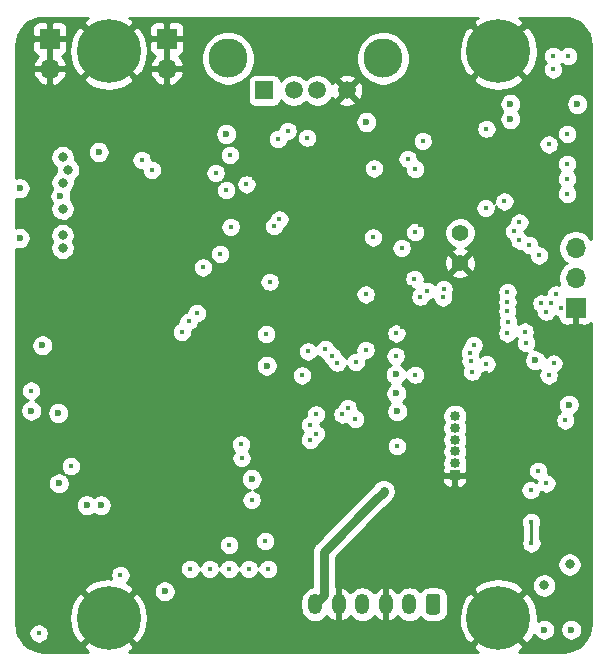
<source format=gbr>
%TF.GenerationSoftware,KiCad,Pcbnew,(5.1.6)-1*%
%TF.CreationDate,2020-12-09T10:59:39+01:00*%
%TF.ProjectId,CanSat,43616e53-6174-42e6-9b69-6361645f7063,rev?*%
%TF.SameCoordinates,Original*%
%TF.FileFunction,Copper,L2,Inr*%
%TF.FilePolarity,Positive*%
%FSLAX46Y46*%
G04 Gerber Fmt 4.6, Leading zero omitted, Abs format (unit mm)*
G04 Created by KiCad (PCBNEW (5.1.6)-1) date 2020-12-09 10:59:39*
%MOMM*%
%LPD*%
G01*
G04 APERTURE LIST*
%TA.AperFunction,ViaPad*%
%ADD10C,5.400000*%
%TD*%
%TA.AperFunction,ViaPad*%
%ADD11C,0.800000*%
%TD*%
%TA.AperFunction,ViaPad*%
%ADD12O,1.700000X1.700000*%
%TD*%
%TA.AperFunction,ViaPad*%
%ADD13R,1.700000X1.700000*%
%TD*%
%TA.AperFunction,ViaPad*%
%ADD14O,1.200000X1.750000*%
%TD*%
%TA.AperFunction,ViaPad*%
%ADD15O,0.850000X0.850000*%
%TD*%
%TA.AperFunction,ViaPad*%
%ADD16R,0.850000X0.850000*%
%TD*%
%TA.AperFunction,ViaPad*%
%ADD17C,1.400000*%
%TD*%
%TA.AperFunction,ViaPad*%
%ADD18R,1.508000X1.508000*%
%TD*%
%TA.AperFunction,ViaPad*%
%ADD19C,1.508000*%
%TD*%
%TA.AperFunction,ViaPad*%
%ADD20C,3.316000*%
%TD*%
%TA.AperFunction,ViaPad*%
%ADD21C,0.450000*%
%TD*%
%TA.AperFunction,ViaPad*%
%ADD22C,0.600000*%
%TD*%
%TA.AperFunction,Conductor*%
%ADD23C,0.762000*%
%TD*%
%TA.AperFunction,Conductor*%
%ADD24C,0.254000*%
%TD*%
G04 APERTURE END LIST*
D10*
%TO.N,GND*%
%TO.C,H3*%
X226500000Y-81500000D03*
D11*
X228525000Y-81500000D03*
X227931891Y-82931891D03*
X226500000Y-83525000D03*
X225068109Y-82931891D03*
X224475000Y-81500000D03*
X225068109Y-80068109D03*
X226500000Y-79475000D03*
X227931891Y-80068109D03*
%TD*%
D12*
%TO.N,GND*%
%TO.C,J7*%
X198437500Y-34988500D03*
D13*
X198437500Y-32448500D03*
%TD*%
D12*
%TO.N,GND*%
%TO.C,J6*%
X188531500Y-34988500D03*
D13*
X188531500Y-32448500D03*
%TD*%
%TO.N,GND*%
%TO.C,J10*%
X233045000Y-55245000D03*
D12*
%TO.N,Net-(J10-Pad2)*%
X233045000Y-52705000D03*
%TO.N,+5V*%
X233045000Y-50165000D03*
%TD*%
D14*
%TO.N,+3V3*%
%TO.C,J12*%
X210980000Y-80327500D03*
%TO.N,GND*%
X212980000Y-80327500D03*
%TO.N,VBAT*%
X214980000Y-80327500D03*
%TO.N,GND*%
X216980000Y-80327500D03*
%TO.N,+5V*%
X218980000Y-80327500D03*
%TA.AperFunction,ViaPad*%
G36*
G01*
X221580000Y-79702499D02*
X221580000Y-80952501D01*
G75*
G02*
X221330001Y-81202500I-249999J0D01*
G01*
X220629999Y-81202500D01*
G75*
G02*
X220380000Y-80952501I0J249999D01*
G01*
X220380000Y-79702499D01*
G75*
G02*
X220629999Y-79452500I249999J0D01*
G01*
X221330001Y-79452500D01*
G75*
G02*
X221580000Y-79702499I0J-249999D01*
G01*
G37*
%TD.AperFunction*%
%TD*%
D15*
%TO.N,/RPi CM4/GPIO_5*%
%TO.C,J17*%
X222800000Y-64400000D03*
%TO.N,/RPi CM4/GPIO_6*%
X222800000Y-65400000D03*
%TO.N,/RPi CM4/GPIO_13*%
X222800000Y-66400000D03*
%TO.N,/RPi CM4/GPIO_19*%
X222800000Y-67400000D03*
%TO.N,/RPi CM4/GPIO_26*%
X222800000Y-68400000D03*
D16*
%TO.N,GND*%
X222800000Y-69400000D03*
%TD*%
D17*
%TO.N,/RPi CM4/nRPI_BOOT*%
%TO.C,JP4*%
X223266000Y-48895000D03*
%TO.N,GND*%
X223266000Y-51435000D03*
%TD*%
D18*
%TO.N,+5V*%
%TO.C,P1*%
X206685000Y-36830000D03*
D19*
%TO.N,/RPi CM4/CONN_USB-*%
X209185000Y-36830000D03*
%TO.N,/RPi CM4/CONN_USB+*%
X211185000Y-36830000D03*
%TO.N,GND*%
X213685000Y-36830000D03*
D20*
%TO.N,N/C*%
X203615000Y-34120000D03*
X216755000Y-34120000D03*
%TD*%
D10*
%TO.N,GND*%
%TO.C,H1*%
X193500000Y-33500000D03*
D11*
X195525000Y-33500000D03*
X194931891Y-34931891D03*
X193500000Y-35525000D03*
X192068109Y-34931891D03*
X191475000Y-33500000D03*
X192068109Y-32068109D03*
X193500000Y-31475000D03*
X194931891Y-32068109D03*
%TD*%
%TO.N,GND*%
%TO.C,H2*%
X227931891Y-32068109D03*
X226500000Y-31475000D03*
X225068109Y-32068109D03*
X224475000Y-33500000D03*
X225068109Y-34931891D03*
X226500000Y-35525000D03*
X227931891Y-34931891D03*
X228525000Y-33500000D03*
D10*
X226500000Y-33500000D03*
%TD*%
D11*
%TO.N,GND*%
%TO.C,H4*%
X194931891Y-80068109D03*
X193500000Y-79475000D03*
X192068109Y-80068109D03*
X191475000Y-81500000D03*
X192068109Y-82931891D03*
X193500000Y-83525000D03*
X194931891Y-82931891D03*
X195525000Y-81500000D03*
D10*
X193500000Y-81500000D03*
%TD*%
D21*
%TO.N,GND*%
X223202500Y-41338500D03*
X221551500Y-42227500D03*
D22*
X198755000Y-52705000D03*
X213550500Y-39497000D03*
D21*
X202374500Y-42164000D03*
D22*
X188404500Y-50609500D03*
X200850500Y-43688000D03*
X200914000Y-49403000D03*
X187325000Y-37846000D03*
X186118500Y-37846000D03*
X187071000Y-53340000D03*
X187007500Y-57150000D03*
X187007500Y-55880000D03*
X214312500Y-49911000D03*
X216154000Y-52324000D03*
X211709000Y-49339500D03*
X212725000Y-48069500D03*
X210248500Y-52514500D03*
X209423000Y-50990500D03*
D21*
X209613500Y-44831000D03*
X205803500Y-44259500D03*
D22*
X208597500Y-62166500D03*
X207645000Y-61531500D03*
X205803500Y-79502000D03*
X208915000Y-76327000D03*
X208915000Y-75501500D03*
X193738500Y-67119500D03*
D21*
X189547500Y-79438500D03*
D22*
X216090500Y-62484000D03*
X221234000Y-62484000D03*
X221234000Y-60896500D03*
D21*
X218376500Y-56832500D03*
X218376500Y-41910000D03*
X219900500Y-48260000D03*
D22*
X192913000Y-74358500D03*
X191643000Y-74358500D03*
X192913000Y-73533000D03*
X191643000Y-73533000D03*
X188849000Y-76644500D03*
X187388500Y-76644500D03*
X186563000Y-75184000D03*
X188785500Y-73660000D03*
X187388500Y-73660000D03*
X188785500Y-62103000D03*
D21*
X232410000Y-35052000D03*
D22*
X231330500Y-75438000D03*
D21*
X218884500Y-76073000D03*
D22*
X210629500Y-76073000D03*
X231457500Y-46863000D03*
X229235000Y-46863000D03*
X233172000Y-46863000D03*
X233108500Y-39243000D03*
X231521000Y-39243000D03*
X229235000Y-40513000D03*
X227584000Y-40513000D03*
X189420500Y-48006000D03*
D21*
X205740000Y-40513000D03*
X219075000Y-38735000D03*
X221869000Y-38481000D03*
X189674500Y-74231500D03*
X188595000Y-74803000D03*
X188595000Y-75565000D03*
X190881000Y-74993500D03*
X190500000Y-74358500D03*
X193675000Y-75057000D03*
X193675000Y-76009500D03*
X193675000Y-77025500D03*
X192659000Y-77152500D03*
X191643000Y-77152500D03*
X190627000Y-76898500D03*
X189738000Y-76581000D03*
D22*
X217868500Y-68679000D03*
X208597500Y-59182000D03*
D21*
X193484500Y-45593000D03*
X193484500Y-47371000D03*
X193484500Y-49784000D03*
X193484500Y-52197000D03*
X193484500Y-54546500D03*
X193548000Y-59372500D03*
X193865500Y-61785500D03*
X193865500Y-63627000D03*
D22*
X203644500Y-56642000D03*
X203327000Y-58864500D03*
D21*
X193484500Y-55880000D03*
X219011500Y-53467000D03*
X227393500Y-52006500D03*
X225552000Y-58801000D03*
X225488500Y-60769500D03*
X229616000Y-60722000D03*
X225234500Y-65214500D03*
X228122600Y-65201538D03*
X225552000Y-63627000D03*
X224345500Y-56832500D03*
X224218500Y-45593000D03*
X194500000Y-41000000D03*
X224293142Y-54800105D03*
X227330000Y-62992000D03*
X227266500Y-58420000D03*
%TO.N,Net-(C1-Pad1)*%
X190309500Y-68643500D03*
D22*
%TO.N,+5V*%
X203454000Y-40513000D03*
D21*
X225488500Y-40068500D03*
X228282500Y-49530000D03*
X227838000Y-48768000D03*
X228282500Y-48006000D03*
D22*
X229616000Y-59690000D03*
X227520500Y-39243000D03*
%TO.N,+3V3*%
X205613000Y-69723000D03*
D21*
X231140000Y-33909000D03*
X231140000Y-35052000D03*
D22*
X227520500Y-37973000D03*
X192659000Y-42037000D03*
X189420500Y-45783500D03*
X186944000Y-63944500D03*
X187896500Y-58420000D03*
X189230000Y-64135000D03*
X189293500Y-70104000D03*
X198247000Y-79248000D03*
X192849500Y-71945500D03*
X191643000Y-71945500D03*
D21*
X202565000Y-43815000D03*
X217805000Y-59309000D03*
X206852000Y-57459000D03*
D22*
X217932000Y-64008000D03*
X217868500Y-62484000D03*
X206883000Y-60134500D03*
X185967000Y-45109500D03*
X185967000Y-49333000D03*
X216789000Y-70739000D03*
X216058750Y-71532750D03*
X217822750Y-60878750D03*
D21*
X218821000Y-42608500D03*
X217868500Y-57404000D03*
X187579000Y-82804000D03*
X219456000Y-48831500D03*
X219392500Y-52768500D03*
D22*
X215328500Y-39497000D03*
X232473500Y-63436500D03*
D21*
X229277934Y-73385434D03*
X229298500Y-75184000D03*
D22*
X232664000Y-82486500D03*
X230378000Y-82486500D03*
D21*
X220095247Y-41095247D03*
%TO.N,Net-(C7-Pad1)*%
X205177000Y-44784000D03*
%TO.N,/STM32 MCU/OSC_IN*%
X215900000Y-49276000D03*
%TO.N,/STM32 MCU/VDDA*%
X219900500Y-54292500D03*
X219456000Y-60896500D03*
%TO.N,/STM32 MCU/VREF*%
X220472000Y-53784500D03*
X217900250Y-66960750D03*
%TO.N,Net-(F1-Pad1)*%
X200406000Y-77343000D03*
X203708000Y-75311000D03*
%TO.N,/Peripherals and Connectors/DS_EXTERNAL*%
X206756000Y-74993500D03*
X194500500Y-77851000D03*
X186944000Y-62244000D03*
X205613000Y-71487000D03*
X209867500Y-60960000D03*
%TO.N,Net-(J4-Pad2)*%
X207010000Y-77343000D03*
%TO.N,Net-(J4-Pad3)*%
X205359000Y-77343000D03*
X203708000Y-77343000D03*
%TO.N,Net-(J4-Pad4)*%
X202057000Y-77343000D03*
D22*
%TO.N,VBAT*%
X233172000Y-37973000D03*
D21*
%TO.N,/Peripherals and Connectors/MISO*%
X230554699Y-55562500D03*
X232328000Y-40513000D03*
X227325456Y-56424231D03*
%TO.N,/Peripherals and Connectors/MOSI*%
X227262900Y-55499000D03*
X230140799Y-54869777D03*
X230759000Y-41402000D03*
%TO.N,/Peripherals and Connectors/SDA*%
X230568500Y-70104000D03*
X229933569Y-50800069D03*
X231172900Y-59944000D03*
%TO.N,/Peripherals and Connectors/CLK*%
X232328000Y-43053000D03*
X230968599Y-54832237D03*
X227266500Y-57404000D03*
D11*
%TO.N,/Peripherals and Connectors/SCL*%
X232537000Y-76962000D03*
X230378000Y-78740000D03*
D21*
X229108000Y-49911000D03*
X230759000Y-60960000D03*
X229870000Y-69024500D03*
X229235000Y-70675500D03*
%TO.N,/RPi CM4/CE0*%
X232328000Y-44323000D03*
X231394000Y-54102000D03*
X228727000Y-57246400D03*
%TO.N,/RPi CM4/CE1*%
X232328000Y-45593000D03*
X228854000Y-58229500D03*
X231838500Y-55245000D03*
%TO.N,/Power/PWR_CRITICAL*%
X213296500Y-64262000D03*
X211836000Y-58737500D03*
%TO.N,/Power/PWR_WARN*%
X213741000Y-63690500D03*
X212407500Y-59309000D03*
%TO.N,/Power/PWR_VALID*%
X214376000Y-64643000D03*
X212852000Y-59880500D03*
D11*
%TO.N,/STM32 MCU/SD_DAT1*%
X189611000Y-50165000D03*
D21*
X202946000Y-50673000D03*
X203835000Y-48387000D03*
D11*
%TO.N,/STM32 MCU/SD_DAT0*%
X189611000Y-49085500D03*
%TO.N,/STM32 MCU/SD_CLK*%
X189611000Y-46863000D03*
%TO.N,/STM32 MCU/SD_CMD*%
X189611000Y-44640500D03*
D21*
X210312000Y-40830500D03*
D11*
%TO.N,/STM32 MCU/SD_DAT3*%
X190055500Y-43561000D03*
D21*
X208661000Y-40259000D03*
D11*
%TO.N,/STM32 MCU/SD_DAT2*%
X189611000Y-42481500D03*
D21*
X207835500Y-40957500D03*
%TO.N,/RPi CM4/GLOBAL_EN*%
X219448801Y-43493900D03*
%TO.N,/RPi CM4/nRPI_BOOT*%
X227012500Y-46228000D03*
%TO.N,Net-(J15-Pad92)*%
X225415174Y-46796646D03*
%TO.N,/RPi CM4/RPI_TX*%
X227266500Y-53911500D03*
X221869000Y-53657500D03*
X207962500Y-47752000D03*
%TO.N,/RPi CM4/RPI_RX*%
X227266500Y-54737000D03*
X207506900Y-48323500D03*
X221805500Y-54356000D03*
%TO.N,/RPi CM4/GPIO_5*%
X224400000Y-58400000D03*
%TO.N,/RPi CM4/GPIO_6*%
X224091500Y-59055000D03*
%TO.N,/RPi CM4/GPIO_13*%
X224155000Y-59753500D03*
%TO.N,/RPi CM4/GPIO_19*%
X225488500Y-60007500D03*
%TO.N,/RPi CM4/GPIO_26*%
X224282000Y-60642500D03*
%TO.N,/RPi CM4/USB-*%
X196301558Y-42700558D03*
%TO.N,/RPi CM4/USB+*%
X197167500Y-43561000D03*
%TO.N,/Peripherals and Connectors/DEPLOY*%
X210375500Y-58928000D03*
%TO.N,/STM32 MCU/SWDIO*%
X201485500Y-51816000D03*
X203454000Y-45275500D03*
%TO.N,/STM32 MCU/SWCLK*%
X203771405Y-42282224D03*
X199707500Y-57277000D03*
%TO.N,/STM32 MCU/NRST*%
X200977500Y-55689500D03*
X215265000Y-54102000D03*
%TO.N,/STM32 MCU/OSC_OUT*%
X218313000Y-50165000D03*
%TO.N,/STM32 MCU/SWO*%
X200279000Y-56388000D03*
X207137000Y-53022500D03*
%TO.N,/STM32 MCU/BOOT0*%
X215963500Y-43434000D03*
%TO.N,Net-(R32-Pad2)*%
X232410000Y-33909000D03*
X232170000Y-64770000D03*
%TO.N,/Peripherals and Connectors/RADIO_MOSI*%
X211074000Y-64262000D03*
X211041100Y-65880100D03*
%TO.N,/Peripherals and Connectors/RADIO_MISO*%
X210565853Y-66421078D03*
X210566000Y-65151000D03*
%TO.N,/Peripherals and Connectors/RADIO_RST*%
X204757161Y-67978161D03*
X204724000Y-66802000D03*
X214438100Y-59817000D03*
X215265900Y-58801000D03*
%TD*%
D23*
%TO.N,+3V3*%
X211716901Y-79590599D02*
X211716901Y-75874599D01*
X210980000Y-80327500D02*
X211716901Y-79590599D01*
X211716901Y-75874599D02*
X216058750Y-71532750D01*
X216789000Y-70802500D02*
X216058750Y-71532750D01*
X216789000Y-70739000D02*
X216789000Y-70802500D01*
D24*
X229277934Y-75163434D02*
X229298500Y-75184000D01*
X229277934Y-73385434D02*
X229277934Y-75163434D01*
%TD*%
%TO.N,GND*%
G36*
X191642008Y-30711096D02*
G01*
X191634411Y-30716172D01*
X191334231Y-31154626D01*
X193500000Y-33320395D01*
X195665769Y-31154626D01*
X195365589Y-30716172D01*
X195260842Y-30660000D01*
X224737916Y-30660000D01*
X224642008Y-30711096D01*
X224634411Y-30716172D01*
X224334231Y-31154626D01*
X226500000Y-33320395D01*
X228665769Y-31154626D01*
X228365589Y-30716172D01*
X228260842Y-30660000D01*
X231967721Y-30660000D01*
X232453893Y-30707670D01*
X232890498Y-30839489D01*
X233293185Y-31053600D01*
X233646612Y-31341848D01*
X233937327Y-31693261D01*
X234154242Y-32094439D01*
X234289106Y-32530113D01*
X234340001Y-33014353D01*
X234340001Y-49430176D01*
X234198475Y-49218368D01*
X233991632Y-49011525D01*
X233748411Y-48849010D01*
X233478158Y-48737068D01*
X233191260Y-48680000D01*
X232898740Y-48680000D01*
X232611842Y-48737068D01*
X232341589Y-48849010D01*
X232098368Y-49011525D01*
X231891525Y-49218368D01*
X231729010Y-49461589D01*
X231617068Y-49731842D01*
X231560000Y-50018740D01*
X231560000Y-50311260D01*
X231617068Y-50598158D01*
X231729010Y-50868411D01*
X231891525Y-51111632D01*
X232098368Y-51318475D01*
X232272760Y-51435000D01*
X232098368Y-51551525D01*
X231891525Y-51758368D01*
X231729010Y-52001589D01*
X231617068Y-52271842D01*
X231560000Y-52558740D01*
X231560000Y-52851260D01*
X231617068Y-53138158D01*
X231679759Y-53289508D01*
X231644853Y-53275049D01*
X231478703Y-53242000D01*
X231309297Y-53242000D01*
X231143147Y-53275049D01*
X230986637Y-53339878D01*
X230845782Y-53433995D01*
X230725995Y-53553782D01*
X230631878Y-53694637D01*
X230567049Y-53851147D01*
X230534000Y-54017297D01*
X230534000Y-54088314D01*
X230521551Y-54096632D01*
X230391652Y-54042826D01*
X230225502Y-54009777D01*
X230056096Y-54009777D01*
X229889946Y-54042826D01*
X229733436Y-54107655D01*
X229592581Y-54201772D01*
X229472794Y-54321559D01*
X229378677Y-54462414D01*
X229313848Y-54618924D01*
X229280799Y-54785074D01*
X229280799Y-54954480D01*
X229313848Y-55120630D01*
X229378677Y-55277140D01*
X229472794Y-55417995D01*
X229592581Y-55537782D01*
X229694699Y-55606016D01*
X229694699Y-55647203D01*
X229727748Y-55813353D01*
X229792577Y-55969863D01*
X229886694Y-56110718D01*
X230006481Y-56230505D01*
X230147336Y-56324622D01*
X230303846Y-56389451D01*
X230469996Y-56422500D01*
X230639402Y-56422500D01*
X230805552Y-56389451D01*
X230962062Y-56324622D01*
X231102917Y-56230505D01*
X231222704Y-56110718D01*
X231316821Y-55969863D01*
X231329514Y-55939219D01*
X231431137Y-56007122D01*
X231557122Y-56059307D01*
X231556928Y-56095000D01*
X231569188Y-56219482D01*
X231605498Y-56339180D01*
X231664463Y-56449494D01*
X231743815Y-56546185D01*
X231840506Y-56625537D01*
X231950820Y-56684502D01*
X232070518Y-56720812D01*
X232195000Y-56733072D01*
X232759250Y-56730000D01*
X232918000Y-56571250D01*
X232918000Y-55372000D01*
X232898000Y-55372000D01*
X232898000Y-55118000D01*
X232918000Y-55118000D01*
X232918000Y-55098000D01*
X233172000Y-55098000D01*
X233172000Y-55118000D01*
X233192000Y-55118000D01*
X233192000Y-55372000D01*
X233172000Y-55372000D01*
X233172000Y-56571250D01*
X233330750Y-56730000D01*
X233895000Y-56733072D01*
X234019482Y-56720812D01*
X234139180Y-56684502D01*
X234249494Y-56625537D01*
X234340001Y-56551260D01*
X234340000Y-81967721D01*
X234292330Y-82453894D01*
X234160512Y-82890497D01*
X233946399Y-83293186D01*
X233658150Y-83646613D01*
X233306739Y-83937327D01*
X232905564Y-84154240D01*
X232469886Y-84289106D01*
X231985664Y-84340000D01*
X228262084Y-84340000D01*
X228357992Y-84288904D01*
X228365589Y-84283828D01*
X228665769Y-83845374D01*
X226500000Y-81679605D01*
X224334231Y-83845374D01*
X224634411Y-84283828D01*
X224739158Y-84340000D01*
X195262084Y-84340000D01*
X195357992Y-84288904D01*
X195365589Y-84283828D01*
X195665769Y-83845374D01*
X193500000Y-81679605D01*
X191334231Y-83845374D01*
X191634411Y-84283828D01*
X191739158Y-84340000D01*
X188032279Y-84340000D01*
X187546106Y-84292330D01*
X187109503Y-84160512D01*
X186706814Y-83946399D01*
X186353387Y-83658150D01*
X186062673Y-83306739D01*
X185845760Y-82905564D01*
X185788101Y-82719297D01*
X186719000Y-82719297D01*
X186719000Y-82888703D01*
X186752049Y-83054853D01*
X186816878Y-83211363D01*
X186910995Y-83352218D01*
X187030782Y-83472005D01*
X187171637Y-83566122D01*
X187328147Y-83630951D01*
X187494297Y-83664000D01*
X187663703Y-83664000D01*
X187829853Y-83630951D01*
X187986363Y-83566122D01*
X188127218Y-83472005D01*
X188247005Y-83352218D01*
X188341122Y-83211363D01*
X188405951Y-83054853D01*
X188439000Y-82888703D01*
X188439000Y-82719297D01*
X188405951Y-82553147D01*
X188341122Y-82396637D01*
X188247005Y-82255782D01*
X188127218Y-82135995D01*
X187986363Y-82041878D01*
X187829853Y-81977049D01*
X187663703Y-81944000D01*
X187494297Y-81944000D01*
X187328147Y-81977049D01*
X187171637Y-82041878D01*
X187030782Y-82135995D01*
X186910995Y-82255782D01*
X186816878Y-82396637D01*
X186752049Y-82553147D01*
X186719000Y-82719297D01*
X185788101Y-82719297D01*
X185710894Y-82469886D01*
X185660000Y-81985664D01*
X185660000Y-81495431D01*
X190148866Y-81495431D01*
X190212366Y-82149293D01*
X190402208Y-82778203D01*
X190711096Y-83357992D01*
X190716172Y-83365589D01*
X191154626Y-83665769D01*
X193320395Y-81500000D01*
X193679605Y-81500000D01*
X195845374Y-83665769D01*
X196283828Y-83365589D01*
X196594296Y-82786644D01*
X196785852Y-82158254D01*
X196851134Y-81504569D01*
X196787634Y-80850707D01*
X196597792Y-80221797D01*
X196288904Y-79642008D01*
X196283828Y-79634411D01*
X195845374Y-79334231D01*
X193679605Y-81500000D01*
X193320395Y-81500000D01*
X191154626Y-79334231D01*
X190716172Y-79634411D01*
X190405704Y-80213356D01*
X190214148Y-80841746D01*
X190148866Y-81495431D01*
X185660000Y-81495431D01*
X185660000Y-79154626D01*
X191334231Y-79154626D01*
X193500000Y-81320395D01*
X195664484Y-79155911D01*
X197312000Y-79155911D01*
X197312000Y-79340089D01*
X197347932Y-79520729D01*
X197418414Y-79690889D01*
X197520738Y-79844028D01*
X197650972Y-79974262D01*
X197804111Y-80076586D01*
X197974271Y-80147068D01*
X198154911Y-80183000D01*
X198339089Y-80183000D01*
X198519729Y-80147068D01*
X198689889Y-80076586D01*
X198816728Y-79991835D01*
X209745000Y-79991835D01*
X209745000Y-80663164D01*
X209762870Y-80844601D01*
X209833489Y-81077400D01*
X209948167Y-81291948D01*
X210102498Y-81480002D01*
X210290551Y-81634333D01*
X210505099Y-81749011D01*
X210737898Y-81819630D01*
X210980000Y-81843475D01*
X211222101Y-81819630D01*
X211454900Y-81749011D01*
X211669448Y-81634333D01*
X211857502Y-81480002D01*
X211980481Y-81330152D01*
X212023693Y-81394225D01*
X212196526Y-81565578D01*
X212399467Y-81699921D01*
X212624718Y-81792091D01*
X212662391Y-81795962D01*
X212853000Y-81671231D01*
X212853000Y-80454500D01*
X212833000Y-80454500D01*
X212833000Y-80200500D01*
X212853000Y-80200500D01*
X212853000Y-78983769D01*
X213107000Y-78983769D01*
X213107000Y-80200500D01*
X213127000Y-80200500D01*
X213127000Y-80454500D01*
X213107000Y-80454500D01*
X213107000Y-81671231D01*
X213297609Y-81795962D01*
X213335282Y-81792091D01*
X213560533Y-81699921D01*
X213763474Y-81565578D01*
X213936307Y-81394225D01*
X213979519Y-81330151D01*
X214102498Y-81480002D01*
X214290551Y-81634333D01*
X214505099Y-81749011D01*
X214737898Y-81819630D01*
X214980000Y-81843475D01*
X215222101Y-81819630D01*
X215454900Y-81749011D01*
X215669448Y-81634333D01*
X215857502Y-81480002D01*
X215980481Y-81330152D01*
X216023693Y-81394225D01*
X216196526Y-81565578D01*
X216399467Y-81699921D01*
X216624718Y-81792091D01*
X216662391Y-81795962D01*
X216853000Y-81671231D01*
X216853000Y-80454500D01*
X216833000Y-80454500D01*
X216833000Y-80200500D01*
X216853000Y-80200500D01*
X216853000Y-78983769D01*
X217107000Y-78983769D01*
X217107000Y-80200500D01*
X217127000Y-80200500D01*
X217127000Y-80454500D01*
X217107000Y-80454500D01*
X217107000Y-81671231D01*
X217297609Y-81795962D01*
X217335282Y-81792091D01*
X217560533Y-81699921D01*
X217763474Y-81565578D01*
X217936307Y-81394225D01*
X217979519Y-81330151D01*
X218102498Y-81480002D01*
X218290551Y-81634333D01*
X218505099Y-81749011D01*
X218737898Y-81819630D01*
X218980000Y-81843475D01*
X219222101Y-81819630D01*
X219454900Y-81749011D01*
X219669448Y-81634333D01*
X219857502Y-81480002D01*
X219889191Y-81441389D01*
X219891595Y-81445887D01*
X220002038Y-81580462D01*
X220136613Y-81690905D01*
X220290149Y-81772972D01*
X220456745Y-81823508D01*
X220629999Y-81840572D01*
X221330001Y-81840572D01*
X221503255Y-81823508D01*
X221669851Y-81772972D01*
X221823387Y-81690905D01*
X221957962Y-81580462D01*
X222027745Y-81495431D01*
X223148866Y-81495431D01*
X223212366Y-82149293D01*
X223402208Y-82778203D01*
X223711096Y-83357992D01*
X223716172Y-83365589D01*
X224154626Y-83665769D01*
X226320395Y-81500000D01*
X226679605Y-81500000D01*
X228845374Y-83665769D01*
X229283828Y-83365589D01*
X229535614Y-82896072D01*
X229549414Y-82929389D01*
X229651738Y-83082528D01*
X229781972Y-83212762D01*
X229935111Y-83315086D01*
X230105271Y-83385568D01*
X230285911Y-83421500D01*
X230470089Y-83421500D01*
X230650729Y-83385568D01*
X230820889Y-83315086D01*
X230974028Y-83212762D01*
X231104262Y-83082528D01*
X231206586Y-82929389D01*
X231277068Y-82759229D01*
X231313000Y-82578589D01*
X231313000Y-82394411D01*
X231729000Y-82394411D01*
X231729000Y-82578589D01*
X231764932Y-82759229D01*
X231835414Y-82929389D01*
X231937738Y-83082528D01*
X232067972Y-83212762D01*
X232221111Y-83315086D01*
X232391271Y-83385568D01*
X232571911Y-83421500D01*
X232756089Y-83421500D01*
X232936729Y-83385568D01*
X233106889Y-83315086D01*
X233260028Y-83212762D01*
X233390262Y-83082528D01*
X233492586Y-82929389D01*
X233563068Y-82759229D01*
X233599000Y-82578589D01*
X233599000Y-82394411D01*
X233563068Y-82213771D01*
X233492586Y-82043611D01*
X233390262Y-81890472D01*
X233260028Y-81760238D01*
X233106889Y-81657914D01*
X232936729Y-81587432D01*
X232756089Y-81551500D01*
X232571911Y-81551500D01*
X232391271Y-81587432D01*
X232221111Y-81657914D01*
X232067972Y-81760238D01*
X231937738Y-81890472D01*
X231835414Y-82043611D01*
X231764932Y-82213771D01*
X231729000Y-82394411D01*
X231313000Y-82394411D01*
X231277068Y-82213771D01*
X231206586Y-82043611D01*
X231104262Y-81890472D01*
X230974028Y-81760238D01*
X230820889Y-81657914D01*
X230650729Y-81587432D01*
X230470089Y-81551500D01*
X230285911Y-81551500D01*
X230105271Y-81587432D01*
X229935111Y-81657914D01*
X229828720Y-81729002D01*
X229851134Y-81504569D01*
X229787634Y-80850707D01*
X229597792Y-80221797D01*
X229288904Y-79642008D01*
X229283828Y-79634411D01*
X228845374Y-79334231D01*
X226679605Y-81500000D01*
X226320395Y-81500000D01*
X224154626Y-79334231D01*
X223716172Y-79634411D01*
X223405704Y-80213356D01*
X223214148Y-80841746D01*
X223148866Y-81495431D01*
X222027745Y-81495431D01*
X222068405Y-81445887D01*
X222150472Y-81292351D01*
X222201008Y-81125755D01*
X222218072Y-80952501D01*
X222218072Y-79702499D01*
X222201008Y-79529245D01*
X222150472Y-79362649D01*
X222068405Y-79209113D01*
X222023689Y-79154626D01*
X224334231Y-79154626D01*
X226500000Y-81320395D01*
X228665769Y-79154626D01*
X228365589Y-78716172D01*
X228219932Y-78638061D01*
X229343000Y-78638061D01*
X229343000Y-78841939D01*
X229382774Y-79041898D01*
X229460795Y-79230256D01*
X229574063Y-79399774D01*
X229718226Y-79543937D01*
X229887744Y-79657205D01*
X230076102Y-79735226D01*
X230276061Y-79775000D01*
X230479939Y-79775000D01*
X230679898Y-79735226D01*
X230868256Y-79657205D01*
X231037774Y-79543937D01*
X231181937Y-79399774D01*
X231295205Y-79230256D01*
X231373226Y-79041898D01*
X231413000Y-78841939D01*
X231413000Y-78638061D01*
X231373226Y-78438102D01*
X231295205Y-78249744D01*
X231181937Y-78080226D01*
X231037774Y-77936063D01*
X230868256Y-77822795D01*
X230679898Y-77744774D01*
X230479939Y-77705000D01*
X230276061Y-77705000D01*
X230076102Y-77744774D01*
X229887744Y-77822795D01*
X229718226Y-77936063D01*
X229574063Y-78080226D01*
X229460795Y-78249744D01*
X229382774Y-78438102D01*
X229343000Y-78638061D01*
X228219932Y-78638061D01*
X227786644Y-78405704D01*
X227158254Y-78214148D01*
X226504569Y-78148866D01*
X225850707Y-78212366D01*
X225221797Y-78402208D01*
X224642008Y-78711096D01*
X224634411Y-78716172D01*
X224334231Y-79154626D01*
X222023689Y-79154626D01*
X221957962Y-79074538D01*
X221823387Y-78964095D01*
X221669851Y-78882028D01*
X221503255Y-78831492D01*
X221330001Y-78814428D01*
X220629999Y-78814428D01*
X220456745Y-78831492D01*
X220290149Y-78882028D01*
X220136613Y-78964095D01*
X220002038Y-79074538D01*
X219891595Y-79209113D01*
X219889191Y-79213611D01*
X219857502Y-79174998D01*
X219669449Y-79020667D01*
X219454901Y-78905989D01*
X219222102Y-78835370D01*
X218980000Y-78811525D01*
X218737899Y-78835370D01*
X218505100Y-78905989D01*
X218290552Y-79020667D01*
X218102499Y-79174998D01*
X217979520Y-79324849D01*
X217936307Y-79260775D01*
X217763474Y-79089422D01*
X217560533Y-78955079D01*
X217335282Y-78862909D01*
X217297609Y-78859038D01*
X217107000Y-78983769D01*
X216853000Y-78983769D01*
X216662391Y-78859038D01*
X216624718Y-78862909D01*
X216399467Y-78955079D01*
X216196526Y-79089422D01*
X216023693Y-79260775D01*
X215980481Y-79324848D01*
X215857502Y-79174998D01*
X215669449Y-79020667D01*
X215454901Y-78905989D01*
X215222102Y-78835370D01*
X214980000Y-78811525D01*
X214737899Y-78835370D01*
X214505100Y-78905989D01*
X214290552Y-79020667D01*
X214102499Y-79174998D01*
X213979520Y-79324849D01*
X213936307Y-79260775D01*
X213763474Y-79089422D01*
X213560533Y-78955079D01*
X213335282Y-78862909D01*
X213297609Y-78859038D01*
X213107000Y-78983769D01*
X212853000Y-78983769D01*
X212732901Y-78905178D01*
X212732901Y-76860061D01*
X231502000Y-76860061D01*
X231502000Y-77063939D01*
X231541774Y-77263898D01*
X231619795Y-77452256D01*
X231733063Y-77621774D01*
X231877226Y-77765937D01*
X232046744Y-77879205D01*
X232235102Y-77957226D01*
X232435061Y-77997000D01*
X232638939Y-77997000D01*
X232838898Y-77957226D01*
X233027256Y-77879205D01*
X233196774Y-77765937D01*
X233340937Y-77621774D01*
X233454205Y-77452256D01*
X233532226Y-77263898D01*
X233572000Y-77063939D01*
X233572000Y-76860061D01*
X233532226Y-76660102D01*
X233454205Y-76471744D01*
X233340937Y-76302226D01*
X233196774Y-76158063D01*
X233027256Y-76044795D01*
X232838898Y-75966774D01*
X232638939Y-75927000D01*
X232435061Y-75927000D01*
X232235102Y-75966774D01*
X232046744Y-76044795D01*
X231877226Y-76158063D01*
X231733063Y-76302226D01*
X231619795Y-76471744D01*
X231541774Y-76660102D01*
X231502000Y-76860061D01*
X212732901Y-76860061D01*
X212732901Y-76295439D01*
X215727609Y-73300731D01*
X228417934Y-73300731D01*
X228417934Y-73470137D01*
X228450983Y-73636287D01*
X228515812Y-73792797D01*
X228515934Y-73792980D01*
X228515935Y-74825991D01*
X228471549Y-74933147D01*
X228438500Y-75099297D01*
X228438500Y-75268703D01*
X228471549Y-75434853D01*
X228536378Y-75591363D01*
X228630495Y-75732218D01*
X228750282Y-75852005D01*
X228891137Y-75946122D01*
X229047647Y-76010951D01*
X229213797Y-76044000D01*
X229383203Y-76044000D01*
X229549353Y-76010951D01*
X229705863Y-75946122D01*
X229846718Y-75852005D01*
X229966505Y-75732218D01*
X230060622Y-75591363D01*
X230125451Y-75434853D01*
X230158500Y-75268703D01*
X230158500Y-75099297D01*
X230125451Y-74933147D01*
X230060622Y-74776637D01*
X230039934Y-74745675D01*
X230039934Y-73792980D01*
X230040056Y-73792797D01*
X230104885Y-73636287D01*
X230137934Y-73470137D01*
X230137934Y-73300731D01*
X230104885Y-73134581D01*
X230040056Y-72978071D01*
X229945939Y-72837216D01*
X229826152Y-72717429D01*
X229685297Y-72623312D01*
X229528787Y-72558483D01*
X229362637Y-72525434D01*
X229193231Y-72525434D01*
X229027081Y-72558483D01*
X228870571Y-72623312D01*
X228729716Y-72717429D01*
X228609929Y-72837216D01*
X228515812Y-72978071D01*
X228450983Y-73134581D01*
X228417934Y-73300731D01*
X215727609Y-73300731D01*
X216812456Y-72215885D01*
X216812460Y-72215880D01*
X217472133Y-71556208D01*
X217510896Y-71524396D01*
X217637860Y-71369690D01*
X217732202Y-71193186D01*
X217755339Y-71116914D01*
X217790298Y-71001672D01*
X217797716Y-70926353D01*
X217805000Y-70852401D01*
X217805000Y-70852395D01*
X217809914Y-70802501D01*
X217805000Y-70752607D01*
X217805000Y-70689098D01*
X217795319Y-70590797D01*
X228375000Y-70590797D01*
X228375000Y-70760203D01*
X228408049Y-70926353D01*
X228472878Y-71082863D01*
X228566995Y-71223718D01*
X228686782Y-71343505D01*
X228827637Y-71437622D01*
X228984147Y-71502451D01*
X229150297Y-71535500D01*
X229319703Y-71535500D01*
X229485853Y-71502451D01*
X229642363Y-71437622D01*
X229783218Y-71343505D01*
X229903005Y-71223718D01*
X229997122Y-71082863D01*
X230061951Y-70926353D01*
X230084162Y-70814689D01*
X230161137Y-70866122D01*
X230317647Y-70930951D01*
X230483797Y-70964000D01*
X230653203Y-70964000D01*
X230819353Y-70930951D01*
X230975863Y-70866122D01*
X231116718Y-70772005D01*
X231236505Y-70652218D01*
X231330622Y-70511363D01*
X231395451Y-70354853D01*
X231428500Y-70188703D01*
X231428500Y-70019297D01*
X231395451Y-69853147D01*
X231330622Y-69696637D01*
X231236505Y-69555782D01*
X231116718Y-69435995D01*
X230975863Y-69341878D01*
X230819353Y-69277049D01*
X230701285Y-69253564D01*
X230730000Y-69109203D01*
X230730000Y-68939797D01*
X230696951Y-68773647D01*
X230632122Y-68617137D01*
X230538005Y-68476282D01*
X230418218Y-68356495D01*
X230277363Y-68262378D01*
X230120853Y-68197549D01*
X229954703Y-68164500D01*
X229785297Y-68164500D01*
X229619147Y-68197549D01*
X229462637Y-68262378D01*
X229321782Y-68356495D01*
X229201995Y-68476282D01*
X229107878Y-68617137D01*
X229043049Y-68773647D01*
X229010000Y-68939797D01*
X229010000Y-69109203D01*
X229043049Y-69275353D01*
X229107878Y-69431863D01*
X229201995Y-69572718D01*
X229321782Y-69692505D01*
X229462637Y-69786622D01*
X229619147Y-69851451D01*
X229737215Y-69874936D01*
X229719338Y-69964811D01*
X229642363Y-69913378D01*
X229485853Y-69848549D01*
X229319703Y-69815500D01*
X229150297Y-69815500D01*
X228984147Y-69848549D01*
X228827637Y-69913378D01*
X228686782Y-70007495D01*
X228566995Y-70127282D01*
X228472878Y-70268137D01*
X228408049Y-70424647D01*
X228375000Y-70590797D01*
X217795319Y-70590797D01*
X217790298Y-70539829D01*
X217732202Y-70348313D01*
X217637860Y-70171810D01*
X217510896Y-70017104D01*
X217356190Y-69890140D01*
X217234320Y-69825000D01*
X221736928Y-69825000D01*
X221749188Y-69949482D01*
X221785498Y-70069180D01*
X221844463Y-70179494D01*
X221923815Y-70276185D01*
X222020506Y-70355537D01*
X222130820Y-70414502D01*
X222250518Y-70450812D01*
X222375000Y-70463072D01*
X222514250Y-70460000D01*
X222673000Y-70301250D01*
X222673000Y-69527000D01*
X222927000Y-69527000D01*
X222927000Y-70301250D01*
X223085750Y-70460000D01*
X223225000Y-70463072D01*
X223349482Y-70450812D01*
X223469180Y-70414502D01*
X223579494Y-70355537D01*
X223676185Y-70276185D01*
X223755537Y-70179494D01*
X223814502Y-70069180D01*
X223850812Y-69949482D01*
X223863072Y-69825000D01*
X223860000Y-69685750D01*
X223701250Y-69527000D01*
X222927000Y-69527000D01*
X222673000Y-69527000D01*
X221898750Y-69527000D01*
X221740000Y-69685750D01*
X221736928Y-69825000D01*
X217234320Y-69825000D01*
X217179686Y-69795798D01*
X216988170Y-69737702D01*
X216789000Y-69718085D01*
X216589829Y-69737702D01*
X216398313Y-69795798D01*
X216221810Y-69890140D01*
X216067104Y-70017104D01*
X215940140Y-70171810D01*
X215891099Y-70263560D01*
X215375620Y-70779040D01*
X215375615Y-70779044D01*
X211033769Y-75120891D01*
X210995006Y-75152703D01*
X210868042Y-75307409D01*
X210788379Y-75456449D01*
X210773700Y-75483912D01*
X210715603Y-75675429D01*
X210695986Y-75874599D01*
X210700902Y-75924511D01*
X210700901Y-78846593D01*
X210505100Y-78905989D01*
X210290552Y-79020667D01*
X210102499Y-79174998D01*
X209948168Y-79363051D01*
X209833489Y-79577599D01*
X209762870Y-79810398D01*
X209745000Y-79991835D01*
X198816728Y-79991835D01*
X198843028Y-79974262D01*
X198973262Y-79844028D01*
X199075586Y-79690889D01*
X199146068Y-79520729D01*
X199182000Y-79340089D01*
X199182000Y-79155911D01*
X199146068Y-78975271D01*
X199075586Y-78805111D01*
X198973262Y-78651972D01*
X198843028Y-78521738D01*
X198689889Y-78419414D01*
X198519729Y-78348932D01*
X198339089Y-78313000D01*
X198154911Y-78313000D01*
X197974271Y-78348932D01*
X197804111Y-78419414D01*
X197650972Y-78521738D01*
X197520738Y-78651972D01*
X197418414Y-78805111D01*
X197347932Y-78975271D01*
X197312000Y-79155911D01*
X195664484Y-79155911D01*
X195665769Y-79154626D01*
X195365589Y-78716172D01*
X195026102Y-78534117D01*
X195048718Y-78519005D01*
X195168505Y-78399218D01*
X195262622Y-78258363D01*
X195327451Y-78101853D01*
X195360500Y-77935703D01*
X195360500Y-77766297D01*
X195327451Y-77600147D01*
X195262622Y-77443637D01*
X195168505Y-77302782D01*
X195124020Y-77258297D01*
X199546000Y-77258297D01*
X199546000Y-77427703D01*
X199579049Y-77593853D01*
X199643878Y-77750363D01*
X199737995Y-77891218D01*
X199857782Y-78011005D01*
X199998637Y-78105122D01*
X200155147Y-78169951D01*
X200321297Y-78203000D01*
X200490703Y-78203000D01*
X200656853Y-78169951D01*
X200813363Y-78105122D01*
X200954218Y-78011005D01*
X201074005Y-77891218D01*
X201168122Y-77750363D01*
X201231500Y-77597356D01*
X201294878Y-77750363D01*
X201388995Y-77891218D01*
X201508782Y-78011005D01*
X201649637Y-78105122D01*
X201806147Y-78169951D01*
X201972297Y-78203000D01*
X202141703Y-78203000D01*
X202307853Y-78169951D01*
X202464363Y-78105122D01*
X202605218Y-78011005D01*
X202725005Y-77891218D01*
X202819122Y-77750363D01*
X202882500Y-77597356D01*
X202945878Y-77750363D01*
X203039995Y-77891218D01*
X203159782Y-78011005D01*
X203300637Y-78105122D01*
X203457147Y-78169951D01*
X203623297Y-78203000D01*
X203792703Y-78203000D01*
X203958853Y-78169951D01*
X204115363Y-78105122D01*
X204256218Y-78011005D01*
X204376005Y-77891218D01*
X204470122Y-77750363D01*
X204533500Y-77597356D01*
X204596878Y-77750363D01*
X204690995Y-77891218D01*
X204810782Y-78011005D01*
X204951637Y-78105122D01*
X205108147Y-78169951D01*
X205274297Y-78203000D01*
X205443703Y-78203000D01*
X205609853Y-78169951D01*
X205766363Y-78105122D01*
X205907218Y-78011005D01*
X206027005Y-77891218D01*
X206121122Y-77750363D01*
X206184500Y-77597356D01*
X206247878Y-77750363D01*
X206341995Y-77891218D01*
X206461782Y-78011005D01*
X206602637Y-78105122D01*
X206759147Y-78169951D01*
X206925297Y-78203000D01*
X207094703Y-78203000D01*
X207260853Y-78169951D01*
X207417363Y-78105122D01*
X207558218Y-78011005D01*
X207678005Y-77891218D01*
X207772122Y-77750363D01*
X207836951Y-77593853D01*
X207870000Y-77427703D01*
X207870000Y-77258297D01*
X207836951Y-77092147D01*
X207772122Y-76935637D01*
X207678005Y-76794782D01*
X207558218Y-76674995D01*
X207417363Y-76580878D01*
X207260853Y-76516049D01*
X207094703Y-76483000D01*
X206925297Y-76483000D01*
X206759147Y-76516049D01*
X206602637Y-76580878D01*
X206461782Y-76674995D01*
X206341995Y-76794782D01*
X206247878Y-76935637D01*
X206184500Y-77088644D01*
X206121122Y-76935637D01*
X206027005Y-76794782D01*
X205907218Y-76674995D01*
X205766363Y-76580878D01*
X205609853Y-76516049D01*
X205443703Y-76483000D01*
X205274297Y-76483000D01*
X205108147Y-76516049D01*
X204951637Y-76580878D01*
X204810782Y-76674995D01*
X204690995Y-76794782D01*
X204596878Y-76935637D01*
X204533500Y-77088644D01*
X204470122Y-76935637D01*
X204376005Y-76794782D01*
X204256218Y-76674995D01*
X204115363Y-76580878D01*
X203958853Y-76516049D01*
X203792703Y-76483000D01*
X203623297Y-76483000D01*
X203457147Y-76516049D01*
X203300637Y-76580878D01*
X203159782Y-76674995D01*
X203039995Y-76794782D01*
X202945878Y-76935637D01*
X202882500Y-77088644D01*
X202819122Y-76935637D01*
X202725005Y-76794782D01*
X202605218Y-76674995D01*
X202464363Y-76580878D01*
X202307853Y-76516049D01*
X202141703Y-76483000D01*
X201972297Y-76483000D01*
X201806147Y-76516049D01*
X201649637Y-76580878D01*
X201508782Y-76674995D01*
X201388995Y-76794782D01*
X201294878Y-76935637D01*
X201231500Y-77088644D01*
X201168122Y-76935637D01*
X201074005Y-76794782D01*
X200954218Y-76674995D01*
X200813363Y-76580878D01*
X200656853Y-76516049D01*
X200490703Y-76483000D01*
X200321297Y-76483000D01*
X200155147Y-76516049D01*
X199998637Y-76580878D01*
X199857782Y-76674995D01*
X199737995Y-76794782D01*
X199643878Y-76935637D01*
X199579049Y-77092147D01*
X199546000Y-77258297D01*
X195124020Y-77258297D01*
X195048718Y-77182995D01*
X194907863Y-77088878D01*
X194751353Y-77024049D01*
X194585203Y-76991000D01*
X194415797Y-76991000D01*
X194249647Y-77024049D01*
X194093137Y-77088878D01*
X193952282Y-77182995D01*
X193832495Y-77302782D01*
X193738378Y-77443637D01*
X193673549Y-77600147D01*
X193640500Y-77766297D01*
X193640500Y-77935703D01*
X193673549Y-78101853D01*
X193701155Y-78168499D01*
X193504569Y-78148866D01*
X192850707Y-78212366D01*
X192221797Y-78402208D01*
X191642008Y-78711096D01*
X191634411Y-78716172D01*
X191334231Y-79154626D01*
X185660000Y-79154626D01*
X185660000Y-75226297D01*
X202848000Y-75226297D01*
X202848000Y-75395703D01*
X202881049Y-75561853D01*
X202945878Y-75718363D01*
X203039995Y-75859218D01*
X203159782Y-75979005D01*
X203300637Y-76073122D01*
X203457147Y-76137951D01*
X203623297Y-76171000D01*
X203792703Y-76171000D01*
X203958853Y-76137951D01*
X204115363Y-76073122D01*
X204256218Y-75979005D01*
X204376005Y-75859218D01*
X204470122Y-75718363D01*
X204534951Y-75561853D01*
X204568000Y-75395703D01*
X204568000Y-75226297D01*
X204534951Y-75060147D01*
X204472260Y-74908797D01*
X205896000Y-74908797D01*
X205896000Y-75078203D01*
X205929049Y-75244353D01*
X205993878Y-75400863D01*
X206087995Y-75541718D01*
X206207782Y-75661505D01*
X206348637Y-75755622D01*
X206505147Y-75820451D01*
X206671297Y-75853500D01*
X206840703Y-75853500D01*
X207006853Y-75820451D01*
X207163363Y-75755622D01*
X207304218Y-75661505D01*
X207424005Y-75541718D01*
X207518122Y-75400863D01*
X207582951Y-75244353D01*
X207616000Y-75078203D01*
X207616000Y-74908797D01*
X207582951Y-74742647D01*
X207518122Y-74586137D01*
X207424005Y-74445282D01*
X207304218Y-74325495D01*
X207163363Y-74231378D01*
X207006853Y-74166549D01*
X206840703Y-74133500D01*
X206671297Y-74133500D01*
X206505147Y-74166549D01*
X206348637Y-74231378D01*
X206207782Y-74325495D01*
X206087995Y-74445282D01*
X205993878Y-74586137D01*
X205929049Y-74742647D01*
X205896000Y-74908797D01*
X204472260Y-74908797D01*
X204470122Y-74903637D01*
X204376005Y-74762782D01*
X204256218Y-74642995D01*
X204115363Y-74548878D01*
X203958853Y-74484049D01*
X203792703Y-74451000D01*
X203623297Y-74451000D01*
X203457147Y-74484049D01*
X203300637Y-74548878D01*
X203159782Y-74642995D01*
X203039995Y-74762782D01*
X202945878Y-74903637D01*
X202881049Y-75060147D01*
X202848000Y-75226297D01*
X185660000Y-75226297D01*
X185660000Y-71853411D01*
X190708000Y-71853411D01*
X190708000Y-72037589D01*
X190743932Y-72218229D01*
X190814414Y-72388389D01*
X190916738Y-72541528D01*
X191046972Y-72671762D01*
X191200111Y-72774086D01*
X191370271Y-72844568D01*
X191550911Y-72880500D01*
X191735089Y-72880500D01*
X191915729Y-72844568D01*
X192085889Y-72774086D01*
X192239028Y-72671762D01*
X192246250Y-72664540D01*
X192253472Y-72671762D01*
X192406611Y-72774086D01*
X192576771Y-72844568D01*
X192757411Y-72880500D01*
X192941589Y-72880500D01*
X193122229Y-72844568D01*
X193292389Y-72774086D01*
X193445528Y-72671762D01*
X193575762Y-72541528D01*
X193678086Y-72388389D01*
X193748568Y-72218229D01*
X193784500Y-72037589D01*
X193784500Y-71853411D01*
X193748568Y-71672771D01*
X193678086Y-71502611D01*
X193575762Y-71349472D01*
X193445528Y-71219238D01*
X193292389Y-71116914D01*
X193122229Y-71046432D01*
X192941589Y-71010500D01*
X192757411Y-71010500D01*
X192576771Y-71046432D01*
X192406611Y-71116914D01*
X192253472Y-71219238D01*
X192246250Y-71226460D01*
X192239028Y-71219238D01*
X192085889Y-71116914D01*
X191915729Y-71046432D01*
X191735089Y-71010500D01*
X191550911Y-71010500D01*
X191370271Y-71046432D01*
X191200111Y-71116914D01*
X191046972Y-71219238D01*
X190916738Y-71349472D01*
X190814414Y-71502611D01*
X190743932Y-71672771D01*
X190708000Y-71853411D01*
X185660000Y-71853411D01*
X185660000Y-70011911D01*
X188358500Y-70011911D01*
X188358500Y-70196089D01*
X188394432Y-70376729D01*
X188464914Y-70546889D01*
X188567238Y-70700028D01*
X188697472Y-70830262D01*
X188850611Y-70932586D01*
X189020771Y-71003068D01*
X189201411Y-71039000D01*
X189385589Y-71039000D01*
X189566229Y-71003068D01*
X189736389Y-70932586D01*
X189889528Y-70830262D01*
X190019762Y-70700028D01*
X190122086Y-70546889D01*
X190192568Y-70376729D01*
X190228500Y-70196089D01*
X190228500Y-70011911D01*
X190192568Y-69831271D01*
X190122086Y-69661111D01*
X190101908Y-69630911D01*
X204678000Y-69630911D01*
X204678000Y-69815089D01*
X204713932Y-69995729D01*
X204784414Y-70165889D01*
X204886738Y-70319028D01*
X205016972Y-70449262D01*
X205170111Y-70551586D01*
X205340271Y-70622068D01*
X205446680Y-70643234D01*
X205362147Y-70660049D01*
X205205637Y-70724878D01*
X205064782Y-70818995D01*
X204944995Y-70938782D01*
X204850878Y-71079637D01*
X204786049Y-71236147D01*
X204753000Y-71402297D01*
X204753000Y-71571703D01*
X204786049Y-71737853D01*
X204850878Y-71894363D01*
X204944995Y-72035218D01*
X205064782Y-72155005D01*
X205205637Y-72249122D01*
X205362147Y-72313951D01*
X205528297Y-72347000D01*
X205697703Y-72347000D01*
X205863853Y-72313951D01*
X206020363Y-72249122D01*
X206161218Y-72155005D01*
X206281005Y-72035218D01*
X206375122Y-71894363D01*
X206439951Y-71737853D01*
X206473000Y-71571703D01*
X206473000Y-71402297D01*
X206439951Y-71236147D01*
X206375122Y-71079637D01*
X206281005Y-70938782D01*
X206161218Y-70818995D01*
X206020363Y-70724878D01*
X205863853Y-70660049D01*
X205779320Y-70643234D01*
X205885729Y-70622068D01*
X206055889Y-70551586D01*
X206209028Y-70449262D01*
X206339262Y-70319028D01*
X206441586Y-70165889D01*
X206512068Y-69995729D01*
X206548000Y-69815089D01*
X206548000Y-69630911D01*
X206512068Y-69450271D01*
X206441586Y-69280111D01*
X206339262Y-69126972D01*
X206209028Y-68996738D01*
X206176495Y-68975000D01*
X221736928Y-68975000D01*
X221740000Y-69114250D01*
X221898750Y-69273000D01*
X222198587Y-69273000D01*
X222297902Y-69339360D01*
X222490809Y-69419265D01*
X222695599Y-69460000D01*
X222904401Y-69460000D01*
X223109191Y-69419265D01*
X223302098Y-69339360D01*
X223401413Y-69273000D01*
X223701250Y-69273000D01*
X223860000Y-69114250D01*
X223863072Y-68975000D01*
X223850812Y-68850518D01*
X223814502Y-68730820D01*
X223812138Y-68726397D01*
X223819265Y-68709191D01*
X223860000Y-68504401D01*
X223860000Y-68295599D01*
X223819265Y-68090809D01*
X223740229Y-67900000D01*
X223819265Y-67709191D01*
X223860000Y-67504401D01*
X223860000Y-67295599D01*
X223819265Y-67090809D01*
X223740229Y-66900000D01*
X223819265Y-66709191D01*
X223860000Y-66504401D01*
X223860000Y-66295599D01*
X223819265Y-66090809D01*
X223740229Y-65900000D01*
X223819265Y-65709191D01*
X223860000Y-65504401D01*
X223860000Y-65295599D01*
X223819265Y-65090809D01*
X223740229Y-64900000D01*
X223819265Y-64709191D01*
X223824017Y-64685297D01*
X231310000Y-64685297D01*
X231310000Y-64854703D01*
X231343049Y-65020853D01*
X231407878Y-65177363D01*
X231501995Y-65318218D01*
X231621782Y-65438005D01*
X231762637Y-65532122D01*
X231919147Y-65596951D01*
X232085297Y-65630000D01*
X232254703Y-65630000D01*
X232420853Y-65596951D01*
X232577363Y-65532122D01*
X232718218Y-65438005D01*
X232838005Y-65318218D01*
X232932122Y-65177363D01*
X232996951Y-65020853D01*
X233030000Y-64854703D01*
X233030000Y-64685297D01*
X232996951Y-64519147D01*
X232932122Y-64362637D01*
X232877659Y-64281128D01*
X232916389Y-64265086D01*
X233069528Y-64162762D01*
X233199762Y-64032528D01*
X233302086Y-63879389D01*
X233372568Y-63709229D01*
X233408500Y-63528589D01*
X233408500Y-63344411D01*
X233372568Y-63163771D01*
X233302086Y-62993611D01*
X233199762Y-62840472D01*
X233069528Y-62710238D01*
X232916389Y-62607914D01*
X232746229Y-62537432D01*
X232565589Y-62501500D01*
X232381411Y-62501500D01*
X232200771Y-62537432D01*
X232030611Y-62607914D01*
X231877472Y-62710238D01*
X231747238Y-62840472D01*
X231644914Y-62993611D01*
X231574432Y-63163771D01*
X231538500Y-63344411D01*
X231538500Y-63528589D01*
X231574432Y-63709229D01*
X231644914Y-63879389D01*
X231740604Y-64022600D01*
X231621782Y-64101995D01*
X231501995Y-64221782D01*
X231407878Y-64362637D01*
X231343049Y-64519147D01*
X231310000Y-64685297D01*
X223824017Y-64685297D01*
X223860000Y-64504401D01*
X223860000Y-64295599D01*
X223819265Y-64090809D01*
X223739360Y-63897902D01*
X223623356Y-63724289D01*
X223475711Y-63576644D01*
X223302098Y-63460640D01*
X223109191Y-63380735D01*
X222904401Y-63340000D01*
X222695599Y-63340000D01*
X222490809Y-63380735D01*
X222297902Y-63460640D01*
X222124289Y-63576644D01*
X221976644Y-63724289D01*
X221860640Y-63897902D01*
X221780735Y-64090809D01*
X221740000Y-64295599D01*
X221740000Y-64504401D01*
X221780735Y-64709191D01*
X221859771Y-64900000D01*
X221780735Y-65090809D01*
X221740000Y-65295599D01*
X221740000Y-65504401D01*
X221780735Y-65709191D01*
X221859771Y-65900000D01*
X221780735Y-66090809D01*
X221740000Y-66295599D01*
X221740000Y-66504401D01*
X221780735Y-66709191D01*
X221859771Y-66900000D01*
X221780735Y-67090809D01*
X221740000Y-67295599D01*
X221740000Y-67504401D01*
X221780735Y-67709191D01*
X221859771Y-67900000D01*
X221780735Y-68090809D01*
X221740000Y-68295599D01*
X221740000Y-68504401D01*
X221780735Y-68709191D01*
X221787862Y-68726397D01*
X221785498Y-68730820D01*
X221749188Y-68850518D01*
X221736928Y-68975000D01*
X206176495Y-68975000D01*
X206055889Y-68894414D01*
X205885729Y-68823932D01*
X205705089Y-68788000D01*
X205520911Y-68788000D01*
X205340271Y-68823932D01*
X205170111Y-68894414D01*
X205016972Y-68996738D01*
X204886738Y-69126972D01*
X204784414Y-69280111D01*
X204713932Y-69450271D01*
X204678000Y-69630911D01*
X190101908Y-69630911D01*
X190019762Y-69507972D01*
X189928213Y-69416423D01*
X190058647Y-69470451D01*
X190224797Y-69503500D01*
X190394203Y-69503500D01*
X190560353Y-69470451D01*
X190716863Y-69405622D01*
X190857718Y-69311505D01*
X190977505Y-69191718D01*
X191071622Y-69050863D01*
X191136451Y-68894353D01*
X191169500Y-68728203D01*
X191169500Y-68558797D01*
X191136451Y-68392647D01*
X191071622Y-68236137D01*
X190977505Y-68095282D01*
X190857718Y-67975495D01*
X190716863Y-67881378D01*
X190560353Y-67816549D01*
X190394203Y-67783500D01*
X190224797Y-67783500D01*
X190058647Y-67816549D01*
X189902137Y-67881378D01*
X189761282Y-67975495D01*
X189641495Y-68095282D01*
X189547378Y-68236137D01*
X189482549Y-68392647D01*
X189449500Y-68558797D01*
X189449500Y-68728203D01*
X189482549Y-68894353D01*
X189547378Y-69050863D01*
X189641495Y-69191718D01*
X189717273Y-69267496D01*
X189566229Y-69204932D01*
X189385589Y-69169000D01*
X189201411Y-69169000D01*
X189020771Y-69204932D01*
X188850611Y-69275414D01*
X188697472Y-69377738D01*
X188567238Y-69507972D01*
X188464914Y-69661111D01*
X188394432Y-69831271D01*
X188358500Y-70011911D01*
X185660000Y-70011911D01*
X185660000Y-66717297D01*
X203864000Y-66717297D01*
X203864000Y-66886703D01*
X203897049Y-67052853D01*
X203961878Y-67209363D01*
X204055995Y-67350218D01*
X204112438Y-67406661D01*
X204089156Y-67429943D01*
X203995039Y-67570798D01*
X203930210Y-67727308D01*
X203897161Y-67893458D01*
X203897161Y-68062864D01*
X203930210Y-68229014D01*
X203995039Y-68385524D01*
X204089156Y-68526379D01*
X204208943Y-68646166D01*
X204349798Y-68740283D01*
X204506308Y-68805112D01*
X204672458Y-68838161D01*
X204841864Y-68838161D01*
X205008014Y-68805112D01*
X205164524Y-68740283D01*
X205305379Y-68646166D01*
X205425166Y-68526379D01*
X205519283Y-68385524D01*
X205584112Y-68229014D01*
X205617161Y-68062864D01*
X205617161Y-67893458D01*
X205584112Y-67727308D01*
X205519283Y-67570798D01*
X205425166Y-67429943D01*
X205368723Y-67373500D01*
X205392005Y-67350218D01*
X205486122Y-67209363D01*
X205550951Y-67052853D01*
X205584000Y-66886703D01*
X205584000Y-66717297D01*
X205550951Y-66551147D01*
X205486122Y-66394637D01*
X205447193Y-66336375D01*
X209705853Y-66336375D01*
X209705853Y-66505781D01*
X209738902Y-66671931D01*
X209803731Y-66828441D01*
X209897848Y-66969296D01*
X210017635Y-67089083D01*
X210158490Y-67183200D01*
X210315000Y-67248029D01*
X210481150Y-67281078D01*
X210650556Y-67281078D01*
X210816706Y-67248029D01*
X210973216Y-67183200D01*
X211114071Y-67089083D01*
X211233858Y-66969296D01*
X211296165Y-66876047D01*
X217040250Y-66876047D01*
X217040250Y-67045453D01*
X217073299Y-67211603D01*
X217138128Y-67368113D01*
X217232245Y-67508968D01*
X217352032Y-67628755D01*
X217492887Y-67722872D01*
X217649397Y-67787701D01*
X217815547Y-67820750D01*
X217984953Y-67820750D01*
X218151103Y-67787701D01*
X218307613Y-67722872D01*
X218448468Y-67628755D01*
X218568255Y-67508968D01*
X218662372Y-67368113D01*
X218727201Y-67211603D01*
X218760250Y-67045453D01*
X218760250Y-66876047D01*
X218727201Y-66709897D01*
X218662372Y-66553387D01*
X218568255Y-66412532D01*
X218448468Y-66292745D01*
X218307613Y-66198628D01*
X218151103Y-66133799D01*
X217984953Y-66100750D01*
X217815547Y-66100750D01*
X217649397Y-66133799D01*
X217492887Y-66198628D01*
X217352032Y-66292745D01*
X217232245Y-66412532D01*
X217138128Y-66553387D01*
X217073299Y-66709897D01*
X217040250Y-66876047D01*
X211296165Y-66876047D01*
X211327975Y-66828441D01*
X211392804Y-66671931D01*
X211394246Y-66664679D01*
X211448463Y-66642222D01*
X211589318Y-66548105D01*
X211709105Y-66428318D01*
X211803222Y-66287463D01*
X211868051Y-66130953D01*
X211901100Y-65964803D01*
X211901100Y-65795397D01*
X211868051Y-65629247D01*
X211803222Y-65472737D01*
X211709105Y-65331882D01*
X211589318Y-65212095D01*
X211448463Y-65117978D01*
X211426000Y-65108673D01*
X211426000Y-65066297D01*
X211422464Y-65048519D01*
X211481363Y-65024122D01*
X211622218Y-64930005D01*
X211742005Y-64810218D01*
X211836122Y-64669363D01*
X211900951Y-64512853D01*
X211934000Y-64346703D01*
X211934000Y-64177297D01*
X212436500Y-64177297D01*
X212436500Y-64346703D01*
X212469549Y-64512853D01*
X212534378Y-64669363D01*
X212628495Y-64810218D01*
X212748282Y-64930005D01*
X212889137Y-65024122D01*
X213045647Y-65088951D01*
X213211797Y-65122000D01*
X213381203Y-65122000D01*
X213547353Y-65088951D01*
X213619652Y-65059004D01*
X213707995Y-65191218D01*
X213827782Y-65311005D01*
X213968637Y-65405122D01*
X214125147Y-65469951D01*
X214291297Y-65503000D01*
X214460703Y-65503000D01*
X214626853Y-65469951D01*
X214783363Y-65405122D01*
X214924218Y-65311005D01*
X215044005Y-65191218D01*
X215138122Y-65050363D01*
X215202951Y-64893853D01*
X215236000Y-64727703D01*
X215236000Y-64558297D01*
X215202951Y-64392147D01*
X215138122Y-64235637D01*
X215044005Y-64094782D01*
X214924218Y-63974995D01*
X214783363Y-63880878D01*
X214626853Y-63816049D01*
X214594168Y-63809548D01*
X214601000Y-63775203D01*
X214601000Y-63605797D01*
X214567951Y-63439647D01*
X214503122Y-63283137D01*
X214409005Y-63142282D01*
X214289218Y-63022495D01*
X214148363Y-62928378D01*
X213991853Y-62863549D01*
X213825703Y-62830500D01*
X213656297Y-62830500D01*
X213490147Y-62863549D01*
X213333637Y-62928378D01*
X213192782Y-63022495D01*
X213072995Y-63142282D01*
X212978878Y-63283137D01*
X212914049Y-63439647D01*
X212903230Y-63494041D01*
X212889137Y-63499878D01*
X212748282Y-63593995D01*
X212628495Y-63713782D01*
X212534378Y-63854637D01*
X212469549Y-64011147D01*
X212436500Y-64177297D01*
X211934000Y-64177297D01*
X211900951Y-64011147D01*
X211836122Y-63854637D01*
X211742005Y-63713782D01*
X211622218Y-63593995D01*
X211481363Y-63499878D01*
X211324853Y-63435049D01*
X211158703Y-63402000D01*
X210989297Y-63402000D01*
X210823147Y-63435049D01*
X210666637Y-63499878D01*
X210525782Y-63593995D01*
X210405995Y-63713782D01*
X210311878Y-63854637D01*
X210247049Y-64011147D01*
X210214000Y-64177297D01*
X210214000Y-64346703D01*
X210217536Y-64364481D01*
X210158637Y-64388878D01*
X210017782Y-64482995D01*
X209897995Y-64602782D01*
X209803878Y-64743637D01*
X209739049Y-64900147D01*
X209706000Y-65066297D01*
X209706000Y-65235703D01*
X209739049Y-65401853D01*
X209803878Y-65558363D01*
X209897995Y-65699218D01*
X209984743Y-65785966D01*
X209897848Y-65872860D01*
X209803731Y-66013715D01*
X209738902Y-66170225D01*
X209705853Y-66336375D01*
X205447193Y-66336375D01*
X205392005Y-66253782D01*
X205272218Y-66133995D01*
X205131363Y-66039878D01*
X204974853Y-65975049D01*
X204808703Y-65942000D01*
X204639297Y-65942000D01*
X204473147Y-65975049D01*
X204316637Y-66039878D01*
X204175782Y-66133995D01*
X204055995Y-66253782D01*
X203961878Y-66394637D01*
X203897049Y-66551147D01*
X203864000Y-66717297D01*
X185660000Y-66717297D01*
X185660000Y-63852411D01*
X186009000Y-63852411D01*
X186009000Y-64036589D01*
X186044932Y-64217229D01*
X186115414Y-64387389D01*
X186217738Y-64540528D01*
X186347972Y-64670762D01*
X186501111Y-64773086D01*
X186671271Y-64843568D01*
X186851911Y-64879500D01*
X187036089Y-64879500D01*
X187216729Y-64843568D01*
X187386889Y-64773086D01*
X187540028Y-64670762D01*
X187670262Y-64540528D01*
X187772586Y-64387389D01*
X187843068Y-64217229D01*
X187877742Y-64042911D01*
X188295000Y-64042911D01*
X188295000Y-64227089D01*
X188330932Y-64407729D01*
X188401414Y-64577889D01*
X188503738Y-64731028D01*
X188633972Y-64861262D01*
X188787111Y-64963586D01*
X188957271Y-65034068D01*
X189137911Y-65070000D01*
X189322089Y-65070000D01*
X189502729Y-65034068D01*
X189672889Y-64963586D01*
X189826028Y-64861262D01*
X189956262Y-64731028D01*
X190058586Y-64577889D01*
X190129068Y-64407729D01*
X190165000Y-64227089D01*
X190165000Y-64042911D01*
X190129068Y-63862271D01*
X190058586Y-63692111D01*
X189956262Y-63538972D01*
X189826028Y-63408738D01*
X189672889Y-63306414D01*
X189502729Y-63235932D01*
X189322089Y-63200000D01*
X189137911Y-63200000D01*
X188957271Y-63235932D01*
X188787111Y-63306414D01*
X188633972Y-63408738D01*
X188503738Y-63538972D01*
X188401414Y-63692111D01*
X188330932Y-63862271D01*
X188295000Y-64042911D01*
X187877742Y-64042911D01*
X187879000Y-64036589D01*
X187879000Y-63852411D01*
X187843068Y-63671771D01*
X187772586Y-63501611D01*
X187670262Y-63348472D01*
X187540028Y-63218238D01*
X187386889Y-63115914D01*
X187236595Y-63053661D01*
X187351363Y-63006122D01*
X187492218Y-62912005D01*
X187612005Y-62792218D01*
X187706122Y-62651363D01*
X187770951Y-62494853D01*
X187804000Y-62328703D01*
X187804000Y-62159297D01*
X187770951Y-61993147D01*
X187706122Y-61836637D01*
X187612005Y-61695782D01*
X187492218Y-61575995D01*
X187351363Y-61481878D01*
X187194853Y-61417049D01*
X187028703Y-61384000D01*
X186859297Y-61384000D01*
X186693147Y-61417049D01*
X186536637Y-61481878D01*
X186395782Y-61575995D01*
X186275995Y-61695782D01*
X186181878Y-61836637D01*
X186117049Y-61993147D01*
X186084000Y-62159297D01*
X186084000Y-62328703D01*
X186117049Y-62494853D01*
X186181878Y-62651363D01*
X186275995Y-62792218D01*
X186395782Y-62912005D01*
X186536637Y-63006122D01*
X186651405Y-63053661D01*
X186501111Y-63115914D01*
X186347972Y-63218238D01*
X186217738Y-63348472D01*
X186115414Y-63501611D01*
X186044932Y-63671771D01*
X186009000Y-63852411D01*
X185660000Y-63852411D01*
X185660000Y-60042411D01*
X205948000Y-60042411D01*
X205948000Y-60226589D01*
X205983932Y-60407229D01*
X206054414Y-60577389D01*
X206156738Y-60730528D01*
X206286972Y-60860762D01*
X206440111Y-60963086D01*
X206610271Y-61033568D01*
X206790911Y-61069500D01*
X206975089Y-61069500D01*
X207155729Y-61033568D01*
X207325889Y-60963086D01*
X207457274Y-60875297D01*
X209007500Y-60875297D01*
X209007500Y-61044703D01*
X209040549Y-61210853D01*
X209105378Y-61367363D01*
X209199495Y-61508218D01*
X209319282Y-61628005D01*
X209460137Y-61722122D01*
X209616647Y-61786951D01*
X209782797Y-61820000D01*
X209952203Y-61820000D01*
X210118353Y-61786951D01*
X210274863Y-61722122D01*
X210415718Y-61628005D01*
X210535505Y-61508218D01*
X210629622Y-61367363D01*
X210694451Y-61210853D01*
X210727500Y-61044703D01*
X210727500Y-60875297D01*
X210709870Y-60786661D01*
X216887750Y-60786661D01*
X216887750Y-60970839D01*
X216923682Y-61151479D01*
X216994164Y-61321639D01*
X217096488Y-61474778D01*
X217226722Y-61605012D01*
X217363883Y-61696660D01*
X217272472Y-61757738D01*
X217142238Y-61887972D01*
X217039914Y-62041111D01*
X216969432Y-62211271D01*
X216933500Y-62391911D01*
X216933500Y-62576089D01*
X216969432Y-62756729D01*
X217039914Y-62926889D01*
X217142238Y-63080028D01*
X217272472Y-63210262D01*
X217357708Y-63267215D01*
X217335972Y-63281738D01*
X217205738Y-63411972D01*
X217103414Y-63565111D01*
X217032932Y-63735271D01*
X216997000Y-63915911D01*
X216997000Y-64100089D01*
X217032932Y-64280729D01*
X217103414Y-64450889D01*
X217205738Y-64604028D01*
X217335972Y-64734262D01*
X217489111Y-64836586D01*
X217659271Y-64907068D01*
X217839911Y-64943000D01*
X218024089Y-64943000D01*
X218204729Y-64907068D01*
X218374889Y-64836586D01*
X218528028Y-64734262D01*
X218658262Y-64604028D01*
X218760586Y-64450889D01*
X218831068Y-64280729D01*
X218867000Y-64100089D01*
X218867000Y-63915911D01*
X218831068Y-63735271D01*
X218760586Y-63565111D01*
X218658262Y-63411972D01*
X218528028Y-63281738D01*
X218442792Y-63224785D01*
X218464528Y-63210262D01*
X218594762Y-63080028D01*
X218697086Y-62926889D01*
X218767568Y-62756729D01*
X218803500Y-62576089D01*
X218803500Y-62391911D01*
X218767568Y-62211271D01*
X218697086Y-62041111D01*
X218594762Y-61887972D01*
X218464528Y-61757738D01*
X218327367Y-61666090D01*
X218418778Y-61605012D01*
X218549012Y-61474778D01*
X218651336Y-61321639D01*
X218676288Y-61261398D01*
X218693878Y-61303863D01*
X218787995Y-61444718D01*
X218907782Y-61564505D01*
X219048637Y-61658622D01*
X219205147Y-61723451D01*
X219371297Y-61756500D01*
X219540703Y-61756500D01*
X219706853Y-61723451D01*
X219863363Y-61658622D01*
X220004218Y-61564505D01*
X220124005Y-61444718D01*
X220218122Y-61303863D01*
X220282951Y-61147353D01*
X220316000Y-60981203D01*
X220316000Y-60811797D01*
X220282951Y-60645647D01*
X220218122Y-60489137D01*
X220124005Y-60348282D01*
X220004218Y-60228495D01*
X219863363Y-60134378D01*
X219706853Y-60069549D01*
X219540703Y-60036500D01*
X219371297Y-60036500D01*
X219205147Y-60069549D01*
X219048637Y-60134378D01*
X218907782Y-60228495D01*
X218787995Y-60348282D01*
X218693878Y-60489137D01*
X218683641Y-60513852D01*
X218651336Y-60435861D01*
X218549012Y-60282722D01*
X218418778Y-60152488D01*
X218265639Y-60050164D01*
X218252113Y-60044562D01*
X218353218Y-59977005D01*
X218473005Y-59857218D01*
X218567122Y-59716363D01*
X218631951Y-59559853D01*
X218665000Y-59393703D01*
X218665000Y-59224297D01*
X218631951Y-59058147D01*
X218595563Y-58970297D01*
X223231500Y-58970297D01*
X223231500Y-59139703D01*
X223264549Y-59305853D01*
X223329378Y-59462363D01*
X223338858Y-59476551D01*
X223328049Y-59502647D01*
X223295000Y-59668797D01*
X223295000Y-59838203D01*
X223328049Y-60004353D01*
X223392878Y-60160863D01*
X223486995Y-60301718D01*
X223490746Y-60305469D01*
X223455049Y-60391647D01*
X223422000Y-60557797D01*
X223422000Y-60727203D01*
X223455049Y-60893353D01*
X223519878Y-61049863D01*
X223613995Y-61190718D01*
X223733782Y-61310505D01*
X223874637Y-61404622D01*
X224031147Y-61469451D01*
X224197297Y-61502500D01*
X224366703Y-61502500D01*
X224532853Y-61469451D01*
X224689363Y-61404622D01*
X224830218Y-61310505D01*
X224950005Y-61190718D01*
X225044122Y-61049863D01*
X225108951Y-60893353D01*
X225129572Y-60789684D01*
X225237647Y-60834451D01*
X225403797Y-60867500D01*
X225573203Y-60867500D01*
X225739353Y-60834451D01*
X225895863Y-60769622D01*
X226036718Y-60675505D01*
X226156505Y-60555718D01*
X226250622Y-60414863D01*
X226315451Y-60258353D01*
X226348500Y-60092203D01*
X226348500Y-59922797D01*
X226315451Y-59756647D01*
X226250622Y-59600137D01*
X226156505Y-59459282D01*
X226036718Y-59339495D01*
X225895863Y-59245378D01*
X225739353Y-59180549D01*
X225573203Y-59147500D01*
X225403797Y-59147500D01*
X225237647Y-59180549D01*
X225081137Y-59245378D01*
X224940282Y-59339495D01*
X224921960Y-59357817D01*
X224917122Y-59346137D01*
X224907642Y-59331949D01*
X224918451Y-59305853D01*
X224951500Y-59139703D01*
X224951500Y-59064723D01*
X225068005Y-58948218D01*
X225162122Y-58807363D01*
X225226951Y-58650853D01*
X225260000Y-58484703D01*
X225260000Y-58315297D01*
X225226951Y-58149147D01*
X225162122Y-57992637D01*
X225068005Y-57851782D01*
X224948218Y-57731995D01*
X224807363Y-57637878D01*
X224650853Y-57573049D01*
X224484703Y-57540000D01*
X224315297Y-57540000D01*
X224149147Y-57573049D01*
X223992637Y-57637878D01*
X223851782Y-57731995D01*
X223731995Y-57851782D01*
X223637878Y-57992637D01*
X223573049Y-58149147D01*
X223540000Y-58315297D01*
X223540000Y-58390277D01*
X223423495Y-58506782D01*
X223329378Y-58647637D01*
X223264549Y-58804147D01*
X223231500Y-58970297D01*
X218595563Y-58970297D01*
X218567122Y-58901637D01*
X218473005Y-58760782D01*
X218353218Y-58640995D01*
X218212363Y-58546878D01*
X218055853Y-58482049D01*
X217889703Y-58449000D01*
X217720297Y-58449000D01*
X217554147Y-58482049D01*
X217397637Y-58546878D01*
X217256782Y-58640995D01*
X217136995Y-58760782D01*
X217042878Y-58901637D01*
X216978049Y-59058147D01*
X216945000Y-59224297D01*
X216945000Y-59393703D01*
X216978049Y-59559853D01*
X217042878Y-59716363D01*
X217136995Y-59857218D01*
X217256782Y-59977005D01*
X217373066Y-60054704D01*
X217226722Y-60152488D01*
X217096488Y-60282722D01*
X216994164Y-60435861D01*
X216923682Y-60606021D01*
X216887750Y-60786661D01*
X210709870Y-60786661D01*
X210694451Y-60709147D01*
X210629622Y-60552637D01*
X210535505Y-60411782D01*
X210415718Y-60291995D01*
X210274863Y-60197878D01*
X210118353Y-60133049D01*
X209952203Y-60100000D01*
X209782797Y-60100000D01*
X209616647Y-60133049D01*
X209460137Y-60197878D01*
X209319282Y-60291995D01*
X209199495Y-60411782D01*
X209105378Y-60552637D01*
X209040549Y-60709147D01*
X209007500Y-60875297D01*
X207457274Y-60875297D01*
X207479028Y-60860762D01*
X207609262Y-60730528D01*
X207711586Y-60577389D01*
X207782068Y-60407229D01*
X207818000Y-60226589D01*
X207818000Y-60042411D01*
X207782068Y-59861771D01*
X207711586Y-59691611D01*
X207609262Y-59538472D01*
X207479028Y-59408238D01*
X207325889Y-59305914D01*
X207155729Y-59235432D01*
X206975089Y-59199500D01*
X206790911Y-59199500D01*
X206610271Y-59235432D01*
X206440111Y-59305914D01*
X206286972Y-59408238D01*
X206156738Y-59538472D01*
X206054414Y-59691611D01*
X205983932Y-59861771D01*
X205948000Y-60042411D01*
X185660000Y-60042411D01*
X185660000Y-58327911D01*
X186961500Y-58327911D01*
X186961500Y-58512089D01*
X186997432Y-58692729D01*
X187067914Y-58862889D01*
X187170238Y-59016028D01*
X187300472Y-59146262D01*
X187453611Y-59248586D01*
X187623771Y-59319068D01*
X187804411Y-59355000D01*
X187988589Y-59355000D01*
X188169229Y-59319068D01*
X188339389Y-59248586D01*
X188492528Y-59146262D01*
X188622762Y-59016028D01*
X188725086Y-58862889D01*
X188733201Y-58843297D01*
X209515500Y-58843297D01*
X209515500Y-59012703D01*
X209548549Y-59178853D01*
X209613378Y-59335363D01*
X209707495Y-59476218D01*
X209827282Y-59596005D01*
X209968137Y-59690122D01*
X210124647Y-59754951D01*
X210290797Y-59788000D01*
X210460203Y-59788000D01*
X210626353Y-59754951D01*
X210782863Y-59690122D01*
X210923718Y-59596005D01*
X211043505Y-59476218D01*
X211137622Y-59335363D01*
X211161940Y-59276656D01*
X211167995Y-59285718D01*
X211287782Y-59405505D01*
X211428637Y-59499622D01*
X211581896Y-59563104D01*
X211645378Y-59716363D01*
X211739495Y-59857218D01*
X211859282Y-59977005D01*
X212000137Y-60071122D01*
X212014230Y-60076959D01*
X212025049Y-60131353D01*
X212089878Y-60287863D01*
X212183995Y-60428718D01*
X212303782Y-60548505D01*
X212444637Y-60642622D01*
X212601147Y-60707451D01*
X212767297Y-60740500D01*
X212936703Y-60740500D01*
X213102853Y-60707451D01*
X213259363Y-60642622D01*
X213400218Y-60548505D01*
X213520005Y-60428718D01*
X213614122Y-60287863D01*
X213658201Y-60181447D01*
X213675978Y-60224363D01*
X213770095Y-60365218D01*
X213889882Y-60485005D01*
X214030737Y-60579122D01*
X214187247Y-60643951D01*
X214353397Y-60677000D01*
X214522803Y-60677000D01*
X214688953Y-60643951D01*
X214845463Y-60579122D01*
X214986318Y-60485005D01*
X215106105Y-60365218D01*
X215200222Y-60224363D01*
X215265051Y-60067853D01*
X215298100Y-59901703D01*
X215298100Y-59732297D01*
X215283918Y-59661000D01*
X215350603Y-59661000D01*
X215516753Y-59627951D01*
X215673263Y-59563122D01*
X215814118Y-59469005D01*
X215933905Y-59349218D01*
X216028022Y-59208363D01*
X216092851Y-59051853D01*
X216125900Y-58885703D01*
X216125900Y-58716297D01*
X216092851Y-58550147D01*
X216028022Y-58393637D01*
X215933905Y-58252782D01*
X215814118Y-58132995D01*
X215673263Y-58038878D01*
X215516753Y-57974049D01*
X215350603Y-57941000D01*
X215181197Y-57941000D01*
X215015047Y-57974049D01*
X214858537Y-58038878D01*
X214717682Y-58132995D01*
X214597895Y-58252782D01*
X214503778Y-58393637D01*
X214438949Y-58550147D01*
X214405900Y-58716297D01*
X214405900Y-58885703D01*
X214420082Y-58957000D01*
X214353397Y-58957000D01*
X214187247Y-58990049D01*
X214030737Y-59054878D01*
X213889882Y-59148995D01*
X213770095Y-59268782D01*
X213675978Y-59409637D01*
X213631899Y-59516053D01*
X213614122Y-59473137D01*
X213520005Y-59332282D01*
X213400218Y-59212495D01*
X213259363Y-59118378D01*
X213245270Y-59112541D01*
X213234451Y-59058147D01*
X213169622Y-58901637D01*
X213075505Y-58760782D01*
X212955718Y-58640995D01*
X212814863Y-58546878D01*
X212661604Y-58483396D01*
X212598122Y-58330137D01*
X212504005Y-58189282D01*
X212384218Y-58069495D01*
X212243363Y-57975378D01*
X212086853Y-57910549D01*
X211920703Y-57877500D01*
X211751297Y-57877500D01*
X211585147Y-57910549D01*
X211428637Y-57975378D01*
X211287782Y-58069495D01*
X211167995Y-58189282D01*
X211073878Y-58330137D01*
X211049560Y-58388844D01*
X211043505Y-58379782D01*
X210923718Y-58259995D01*
X210782863Y-58165878D01*
X210626353Y-58101049D01*
X210460203Y-58068000D01*
X210290797Y-58068000D01*
X210124647Y-58101049D01*
X209968137Y-58165878D01*
X209827282Y-58259995D01*
X209707495Y-58379782D01*
X209613378Y-58520637D01*
X209548549Y-58677147D01*
X209515500Y-58843297D01*
X188733201Y-58843297D01*
X188795568Y-58692729D01*
X188831500Y-58512089D01*
X188831500Y-58327911D01*
X188795568Y-58147271D01*
X188725086Y-57977111D01*
X188622762Y-57823972D01*
X188492528Y-57693738D01*
X188339389Y-57591414D01*
X188169229Y-57520932D01*
X187988589Y-57485000D01*
X187804411Y-57485000D01*
X187623771Y-57520932D01*
X187453611Y-57591414D01*
X187300472Y-57693738D01*
X187170238Y-57823972D01*
X187067914Y-57977111D01*
X186997432Y-58147271D01*
X186961500Y-58327911D01*
X185660000Y-58327911D01*
X185660000Y-57192297D01*
X198847500Y-57192297D01*
X198847500Y-57361703D01*
X198880549Y-57527853D01*
X198945378Y-57684363D01*
X199039495Y-57825218D01*
X199159282Y-57945005D01*
X199300137Y-58039122D01*
X199456647Y-58103951D01*
X199622797Y-58137000D01*
X199792203Y-58137000D01*
X199958353Y-58103951D01*
X200114863Y-58039122D01*
X200255718Y-57945005D01*
X200375505Y-57825218D01*
X200469622Y-57684363D01*
X200534451Y-57527853D01*
X200564994Y-57374297D01*
X205992000Y-57374297D01*
X205992000Y-57543703D01*
X206025049Y-57709853D01*
X206089878Y-57866363D01*
X206183995Y-58007218D01*
X206303782Y-58127005D01*
X206444637Y-58221122D01*
X206601147Y-58285951D01*
X206767297Y-58319000D01*
X206936703Y-58319000D01*
X207102853Y-58285951D01*
X207259363Y-58221122D01*
X207400218Y-58127005D01*
X207520005Y-58007218D01*
X207614122Y-57866363D01*
X207678951Y-57709853D01*
X207712000Y-57543703D01*
X207712000Y-57374297D01*
X207701060Y-57319297D01*
X217008500Y-57319297D01*
X217008500Y-57488703D01*
X217041549Y-57654853D01*
X217106378Y-57811363D01*
X217200495Y-57952218D01*
X217320282Y-58072005D01*
X217461137Y-58166122D01*
X217617647Y-58230951D01*
X217783797Y-58264000D01*
X217953203Y-58264000D01*
X218119353Y-58230951D01*
X218275863Y-58166122D01*
X218416718Y-58072005D01*
X218536505Y-57952218D01*
X218630622Y-57811363D01*
X218695451Y-57654853D01*
X218728500Y-57488703D01*
X218728500Y-57319297D01*
X218695451Y-57153147D01*
X218630622Y-56996637D01*
X218536505Y-56855782D01*
X218416718Y-56735995D01*
X218275863Y-56641878D01*
X218119353Y-56577049D01*
X217953203Y-56544000D01*
X217783797Y-56544000D01*
X217617647Y-56577049D01*
X217461137Y-56641878D01*
X217320282Y-56735995D01*
X217200495Y-56855782D01*
X217106378Y-56996637D01*
X217041549Y-57153147D01*
X217008500Y-57319297D01*
X207701060Y-57319297D01*
X207678951Y-57208147D01*
X207614122Y-57051637D01*
X207520005Y-56910782D01*
X207400218Y-56790995D01*
X207259363Y-56696878D01*
X207102853Y-56632049D01*
X206936703Y-56599000D01*
X206767297Y-56599000D01*
X206601147Y-56632049D01*
X206444637Y-56696878D01*
X206303782Y-56790995D01*
X206183995Y-56910782D01*
X206089878Y-57051637D01*
X206025049Y-57208147D01*
X205992000Y-57374297D01*
X200564994Y-57374297D01*
X200567500Y-57361703D01*
X200567500Y-57199357D01*
X200686363Y-57150122D01*
X200827218Y-57056005D01*
X200947005Y-56936218D01*
X201041122Y-56795363D01*
X201105951Y-56638853D01*
X201126259Y-56536759D01*
X201228353Y-56516451D01*
X201384863Y-56451622D01*
X201525718Y-56357505D01*
X201645505Y-56237718D01*
X201739622Y-56096863D01*
X201804451Y-55940353D01*
X201837500Y-55774203D01*
X201837500Y-55604797D01*
X201804451Y-55438647D01*
X201794365Y-55414297D01*
X226402900Y-55414297D01*
X226402900Y-55583703D01*
X226435949Y-55749853D01*
X226500778Y-55906363D01*
X226568975Y-56008426D01*
X226563334Y-56016868D01*
X226498505Y-56173378D01*
X226465456Y-56339528D01*
X226465456Y-56508934D01*
X226498505Y-56675084D01*
X226563334Y-56831594D01*
X226588996Y-56869999D01*
X226504378Y-56996637D01*
X226439549Y-57153147D01*
X226406500Y-57319297D01*
X226406500Y-57488703D01*
X226439549Y-57654853D01*
X226504378Y-57811363D01*
X226598495Y-57952218D01*
X226718282Y-58072005D01*
X226859137Y-58166122D01*
X227015647Y-58230951D01*
X227181797Y-58264000D01*
X227351203Y-58264000D01*
X227517353Y-58230951D01*
X227673863Y-58166122D01*
X227814718Y-58072005D01*
X227934505Y-57952218D01*
X228028622Y-57811363D01*
X228044527Y-57772965D01*
X228058995Y-57794618D01*
X228090307Y-57825930D01*
X228027049Y-57978647D01*
X227994000Y-58144797D01*
X227994000Y-58314203D01*
X228027049Y-58480353D01*
X228091878Y-58636863D01*
X228185995Y-58777718D01*
X228305782Y-58897505D01*
X228446637Y-58991622D01*
X228603147Y-59056451D01*
X228769297Y-59089500D01*
X228894210Y-59089500D01*
X228889738Y-59093972D01*
X228787414Y-59247111D01*
X228716932Y-59417271D01*
X228681000Y-59597911D01*
X228681000Y-59782089D01*
X228716932Y-59962729D01*
X228787414Y-60132889D01*
X228889738Y-60286028D01*
X229019972Y-60416262D01*
X229173111Y-60518586D01*
X229343271Y-60589068D01*
X229523911Y-60625000D01*
X229708089Y-60625000D01*
X229888729Y-60589068D01*
X230004607Y-60541070D01*
X229996878Y-60552637D01*
X229932049Y-60709147D01*
X229899000Y-60875297D01*
X229899000Y-61044703D01*
X229932049Y-61210853D01*
X229996878Y-61367363D01*
X230090995Y-61508218D01*
X230210782Y-61628005D01*
X230351637Y-61722122D01*
X230508147Y-61786951D01*
X230674297Y-61820000D01*
X230843703Y-61820000D01*
X231009853Y-61786951D01*
X231166363Y-61722122D01*
X231307218Y-61628005D01*
X231427005Y-61508218D01*
X231521122Y-61367363D01*
X231585951Y-61210853D01*
X231619000Y-61044703D01*
X231619000Y-60875297D01*
X231585951Y-60709147D01*
X231583737Y-60703801D01*
X231721118Y-60612005D01*
X231840905Y-60492218D01*
X231935022Y-60351363D01*
X231999851Y-60194853D01*
X232032900Y-60028703D01*
X232032900Y-59859297D01*
X231999851Y-59693147D01*
X231935022Y-59536637D01*
X231840905Y-59395782D01*
X231721118Y-59275995D01*
X231580263Y-59181878D01*
X231423753Y-59117049D01*
X231257603Y-59084000D01*
X231088197Y-59084000D01*
X230922047Y-59117049D01*
X230765537Y-59181878D01*
X230624682Y-59275995D01*
X230505794Y-59394883D01*
X230444586Y-59247111D01*
X230342262Y-59093972D01*
X230212028Y-58963738D01*
X230058889Y-58861414D01*
X229888729Y-58790932D01*
X229708089Y-58755000D01*
X229537185Y-58755000D01*
X229616122Y-58636863D01*
X229680951Y-58480353D01*
X229714000Y-58314203D01*
X229714000Y-58144797D01*
X229680951Y-57978647D01*
X229616122Y-57822137D01*
X229522005Y-57681282D01*
X229490693Y-57649970D01*
X229553951Y-57497253D01*
X229587000Y-57331103D01*
X229587000Y-57161697D01*
X229553951Y-56995547D01*
X229489122Y-56839037D01*
X229395005Y-56698182D01*
X229275218Y-56578395D01*
X229134363Y-56484278D01*
X228977853Y-56419449D01*
X228811703Y-56386400D01*
X228642297Y-56386400D01*
X228476147Y-56419449D01*
X228319637Y-56484278D01*
X228178782Y-56578395D01*
X228169866Y-56587311D01*
X228185456Y-56508934D01*
X228185456Y-56339528D01*
X228152407Y-56173378D01*
X228087578Y-56016868D01*
X228019381Y-55914805D01*
X228025022Y-55906363D01*
X228089851Y-55749853D01*
X228122900Y-55583703D01*
X228122900Y-55414297D01*
X228089851Y-55248147D01*
X228037742Y-55122346D01*
X228093451Y-54987853D01*
X228126500Y-54821703D01*
X228126500Y-54652297D01*
X228093451Y-54486147D01*
X228028622Y-54329637D01*
X228025022Y-54324250D01*
X228028622Y-54318863D01*
X228093451Y-54162353D01*
X228126500Y-53996203D01*
X228126500Y-53826797D01*
X228093451Y-53660647D01*
X228028622Y-53504137D01*
X227934505Y-53363282D01*
X227814718Y-53243495D01*
X227673863Y-53149378D01*
X227517353Y-53084549D01*
X227351203Y-53051500D01*
X227181797Y-53051500D01*
X227015647Y-53084549D01*
X226859137Y-53149378D01*
X226718282Y-53243495D01*
X226598495Y-53363282D01*
X226504378Y-53504137D01*
X226439549Y-53660647D01*
X226406500Y-53826797D01*
X226406500Y-53996203D01*
X226439549Y-54162353D01*
X226504378Y-54318863D01*
X226507978Y-54324250D01*
X226504378Y-54329637D01*
X226439549Y-54486147D01*
X226406500Y-54652297D01*
X226406500Y-54821703D01*
X226439549Y-54987853D01*
X226491658Y-55113654D01*
X226435949Y-55248147D01*
X226402900Y-55414297D01*
X201794365Y-55414297D01*
X201739622Y-55282137D01*
X201645505Y-55141282D01*
X201525718Y-55021495D01*
X201384863Y-54927378D01*
X201228353Y-54862549D01*
X201062203Y-54829500D01*
X200892797Y-54829500D01*
X200726647Y-54862549D01*
X200570137Y-54927378D01*
X200429282Y-55021495D01*
X200309495Y-55141282D01*
X200215378Y-55282137D01*
X200150549Y-55438647D01*
X200130241Y-55540741D01*
X200028147Y-55561049D01*
X199871637Y-55625878D01*
X199730782Y-55719995D01*
X199610995Y-55839782D01*
X199516878Y-55980637D01*
X199452049Y-56137147D01*
X199419000Y-56303297D01*
X199419000Y-56465643D01*
X199300137Y-56514878D01*
X199159282Y-56608995D01*
X199039495Y-56728782D01*
X198945378Y-56869637D01*
X198880549Y-57026147D01*
X198847500Y-57192297D01*
X185660000Y-57192297D01*
X185660000Y-54017297D01*
X214405000Y-54017297D01*
X214405000Y-54186703D01*
X214438049Y-54352853D01*
X214502878Y-54509363D01*
X214596995Y-54650218D01*
X214716782Y-54770005D01*
X214857637Y-54864122D01*
X215014147Y-54928951D01*
X215180297Y-54962000D01*
X215349703Y-54962000D01*
X215515853Y-54928951D01*
X215672363Y-54864122D01*
X215813218Y-54770005D01*
X215933005Y-54650218D01*
X216027122Y-54509363D01*
X216091951Y-54352853D01*
X216125000Y-54186703D01*
X216125000Y-54017297D01*
X216091951Y-53851147D01*
X216027122Y-53694637D01*
X215933005Y-53553782D01*
X215813218Y-53433995D01*
X215672363Y-53339878D01*
X215515853Y-53275049D01*
X215349703Y-53242000D01*
X215180297Y-53242000D01*
X215014147Y-53275049D01*
X214857637Y-53339878D01*
X214716782Y-53433995D01*
X214596995Y-53553782D01*
X214502878Y-53694637D01*
X214438049Y-53851147D01*
X214405000Y-54017297D01*
X185660000Y-54017297D01*
X185660000Y-52937797D01*
X206277000Y-52937797D01*
X206277000Y-53107203D01*
X206310049Y-53273353D01*
X206374878Y-53429863D01*
X206468995Y-53570718D01*
X206588782Y-53690505D01*
X206729637Y-53784622D01*
X206886147Y-53849451D01*
X207052297Y-53882500D01*
X207221703Y-53882500D01*
X207387853Y-53849451D01*
X207544363Y-53784622D01*
X207685218Y-53690505D01*
X207805005Y-53570718D01*
X207899122Y-53429863D01*
X207963951Y-53273353D01*
X207997000Y-53107203D01*
X207997000Y-52937797D01*
X207963951Y-52771647D01*
X207927563Y-52683797D01*
X218532500Y-52683797D01*
X218532500Y-52853203D01*
X218565549Y-53019353D01*
X218630378Y-53175863D01*
X218724495Y-53316718D01*
X218844282Y-53436505D01*
X218985137Y-53530622D01*
X219141647Y-53595451D01*
X219307797Y-53628500D01*
X219348277Y-53628500D01*
X219232495Y-53744282D01*
X219138378Y-53885137D01*
X219073549Y-54041647D01*
X219040500Y-54207797D01*
X219040500Y-54377203D01*
X219073549Y-54543353D01*
X219138378Y-54699863D01*
X219232495Y-54840718D01*
X219352282Y-54960505D01*
X219493137Y-55054622D01*
X219649647Y-55119451D01*
X219815797Y-55152500D01*
X219985203Y-55152500D01*
X220151353Y-55119451D01*
X220307863Y-55054622D01*
X220448718Y-54960505D01*
X220568505Y-54840718D01*
X220662622Y-54699863D01*
X220697124Y-54616569D01*
X220722853Y-54611451D01*
X220879363Y-54546622D01*
X220956338Y-54495189D01*
X220978549Y-54606853D01*
X221043378Y-54763363D01*
X221137495Y-54904218D01*
X221257282Y-55024005D01*
X221398137Y-55118122D01*
X221554647Y-55182951D01*
X221720797Y-55216000D01*
X221890203Y-55216000D01*
X222056353Y-55182951D01*
X222212863Y-55118122D01*
X222353718Y-55024005D01*
X222473505Y-54904218D01*
X222567622Y-54763363D01*
X222632451Y-54606853D01*
X222665500Y-54440703D01*
X222665500Y-54271297D01*
X222632451Y-54105147D01*
X222621642Y-54079051D01*
X222631122Y-54064863D01*
X222695951Y-53908353D01*
X222729000Y-53742203D01*
X222729000Y-53572797D01*
X222695951Y-53406647D01*
X222631122Y-53250137D01*
X222537005Y-53109282D01*
X222417218Y-52989495D01*
X222276363Y-52895378D01*
X222119853Y-52830549D01*
X221953703Y-52797500D01*
X221784297Y-52797500D01*
X221618147Y-52830549D01*
X221461637Y-52895378D01*
X221320782Y-52989495D01*
X221200995Y-53109282D01*
X221125696Y-53221973D01*
X221020218Y-53116495D01*
X220879363Y-53022378D01*
X220722853Y-52957549D01*
X220556703Y-52924500D01*
X220387297Y-52924500D01*
X220232181Y-52955354D01*
X220252500Y-52853203D01*
X220252500Y-52683797D01*
X220219451Y-52517647D01*
X220154622Y-52361137D01*
X220151370Y-52356269D01*
X222524336Y-52356269D01*
X222583797Y-52590037D01*
X222822242Y-52700934D01*
X223077740Y-52763183D01*
X223340473Y-52774390D01*
X223600344Y-52734125D01*
X223847366Y-52643935D01*
X223948203Y-52590037D01*
X224007664Y-52356269D01*
X223266000Y-51614605D01*
X222524336Y-52356269D01*
X220151370Y-52356269D01*
X220060505Y-52220282D01*
X219940718Y-52100495D01*
X219799863Y-52006378D01*
X219643353Y-51941549D01*
X219477203Y-51908500D01*
X219307797Y-51908500D01*
X219141647Y-51941549D01*
X218985137Y-52006378D01*
X218844282Y-52100495D01*
X218724495Y-52220282D01*
X218630378Y-52361137D01*
X218565549Y-52517647D01*
X218532500Y-52683797D01*
X207927563Y-52683797D01*
X207899122Y-52615137D01*
X207805005Y-52474282D01*
X207685218Y-52354495D01*
X207544363Y-52260378D01*
X207387853Y-52195549D01*
X207221703Y-52162500D01*
X207052297Y-52162500D01*
X206886147Y-52195549D01*
X206729637Y-52260378D01*
X206588782Y-52354495D01*
X206468995Y-52474282D01*
X206374878Y-52615137D01*
X206310049Y-52771647D01*
X206277000Y-52937797D01*
X185660000Y-52937797D01*
X185660000Y-51731297D01*
X200625500Y-51731297D01*
X200625500Y-51900703D01*
X200658549Y-52066853D01*
X200723378Y-52223363D01*
X200817495Y-52364218D01*
X200937282Y-52484005D01*
X201078137Y-52578122D01*
X201234647Y-52642951D01*
X201400797Y-52676000D01*
X201570203Y-52676000D01*
X201736353Y-52642951D01*
X201892863Y-52578122D01*
X202033718Y-52484005D01*
X202153505Y-52364218D01*
X202247622Y-52223363D01*
X202312451Y-52066853D01*
X202345500Y-51900703D01*
X202345500Y-51731297D01*
X202312451Y-51565147D01*
X202247622Y-51408637D01*
X202153505Y-51267782D01*
X202033718Y-51147995D01*
X201892863Y-51053878D01*
X201736353Y-50989049D01*
X201570203Y-50956000D01*
X201400797Y-50956000D01*
X201234647Y-50989049D01*
X201078137Y-51053878D01*
X200937282Y-51147995D01*
X200817495Y-51267782D01*
X200723378Y-51408637D01*
X200658549Y-51565147D01*
X200625500Y-51731297D01*
X185660000Y-51731297D01*
X185660000Y-50217873D01*
X185694271Y-50232068D01*
X185874911Y-50268000D01*
X186059089Y-50268000D01*
X186239729Y-50232068D01*
X186409889Y-50161586D01*
X186563028Y-50059262D01*
X186693262Y-49929028D01*
X186795586Y-49775889D01*
X186866068Y-49605729D01*
X186902000Y-49425089D01*
X186902000Y-49240911D01*
X186866068Y-49060271D01*
X186834294Y-48983561D01*
X188576000Y-48983561D01*
X188576000Y-49187439D01*
X188615774Y-49387398D01*
X188693795Y-49575756D01*
X188726866Y-49625250D01*
X188693795Y-49674744D01*
X188615774Y-49863102D01*
X188576000Y-50063061D01*
X188576000Y-50266939D01*
X188615774Y-50466898D01*
X188693795Y-50655256D01*
X188807063Y-50824774D01*
X188951226Y-50968937D01*
X189120744Y-51082205D01*
X189309102Y-51160226D01*
X189509061Y-51200000D01*
X189712939Y-51200000D01*
X189912898Y-51160226D01*
X190101256Y-51082205D01*
X190270774Y-50968937D01*
X190414937Y-50824774D01*
X190528205Y-50655256D01*
X190555940Y-50588297D01*
X202086000Y-50588297D01*
X202086000Y-50757703D01*
X202119049Y-50923853D01*
X202183878Y-51080363D01*
X202277995Y-51221218D01*
X202397782Y-51341005D01*
X202538637Y-51435122D01*
X202695147Y-51499951D01*
X202861297Y-51533000D01*
X203030703Y-51533000D01*
X203148982Y-51509473D01*
X221926610Y-51509473D01*
X221966875Y-51769344D01*
X222057065Y-52016366D01*
X222110963Y-52117203D01*
X222344731Y-52176664D01*
X223086395Y-51435000D01*
X223445605Y-51435000D01*
X224187269Y-52176664D01*
X224421037Y-52117203D01*
X224531934Y-51878758D01*
X224594183Y-51623260D01*
X224605390Y-51360527D01*
X224565125Y-51100656D01*
X224474935Y-50853634D01*
X224421037Y-50752797D01*
X224187269Y-50693336D01*
X223445605Y-51435000D01*
X223086395Y-51435000D01*
X222344731Y-50693336D01*
X222110963Y-50752797D01*
X222000066Y-50991242D01*
X221937817Y-51246740D01*
X221926610Y-51509473D01*
X203148982Y-51509473D01*
X203196853Y-51499951D01*
X203353363Y-51435122D01*
X203494218Y-51341005D01*
X203614005Y-51221218D01*
X203708122Y-51080363D01*
X203772951Y-50923853D01*
X203806000Y-50757703D01*
X203806000Y-50588297D01*
X203772951Y-50422147D01*
X203708122Y-50265637D01*
X203614005Y-50124782D01*
X203494218Y-50004995D01*
X203353363Y-49910878D01*
X203196853Y-49846049D01*
X203030703Y-49813000D01*
X202861297Y-49813000D01*
X202695147Y-49846049D01*
X202538637Y-49910878D01*
X202397782Y-50004995D01*
X202277995Y-50124782D01*
X202183878Y-50265637D01*
X202119049Y-50422147D01*
X202086000Y-50588297D01*
X190555940Y-50588297D01*
X190606226Y-50466898D01*
X190646000Y-50266939D01*
X190646000Y-50063061D01*
X190606226Y-49863102D01*
X190528205Y-49674744D01*
X190495134Y-49625250D01*
X190528205Y-49575756D01*
X190606226Y-49387398D01*
X190646000Y-49187439D01*
X190646000Y-48983561D01*
X190606226Y-48783602D01*
X190528205Y-48595244D01*
X190414937Y-48425726D01*
X190291508Y-48302297D01*
X202975000Y-48302297D01*
X202975000Y-48471703D01*
X203008049Y-48637853D01*
X203072878Y-48794363D01*
X203166995Y-48935218D01*
X203286782Y-49055005D01*
X203427637Y-49149122D01*
X203584147Y-49213951D01*
X203750297Y-49247000D01*
X203919703Y-49247000D01*
X204085853Y-49213951D01*
X204140544Y-49191297D01*
X215040000Y-49191297D01*
X215040000Y-49360703D01*
X215073049Y-49526853D01*
X215137878Y-49683363D01*
X215231995Y-49824218D01*
X215351782Y-49944005D01*
X215492637Y-50038122D01*
X215649147Y-50102951D01*
X215815297Y-50136000D01*
X215984703Y-50136000D01*
X216150853Y-50102951D01*
X216205544Y-50080297D01*
X217453000Y-50080297D01*
X217453000Y-50249703D01*
X217486049Y-50415853D01*
X217550878Y-50572363D01*
X217644995Y-50713218D01*
X217764782Y-50833005D01*
X217905637Y-50927122D01*
X218062147Y-50991951D01*
X218228297Y-51025000D01*
X218397703Y-51025000D01*
X218563853Y-50991951D01*
X218720363Y-50927122D01*
X218861218Y-50833005D01*
X218981005Y-50713218D01*
X219075122Y-50572363D01*
X219139951Y-50415853D01*
X219173000Y-50249703D01*
X219173000Y-50080297D01*
X219139951Y-49914147D01*
X219075122Y-49757637D01*
X218981005Y-49616782D01*
X218861218Y-49496995D01*
X218720363Y-49402878D01*
X218563853Y-49338049D01*
X218397703Y-49305000D01*
X218228297Y-49305000D01*
X218062147Y-49338049D01*
X217905637Y-49402878D01*
X217764782Y-49496995D01*
X217644995Y-49616782D01*
X217550878Y-49757637D01*
X217486049Y-49914147D01*
X217453000Y-50080297D01*
X216205544Y-50080297D01*
X216307363Y-50038122D01*
X216448218Y-49944005D01*
X216568005Y-49824218D01*
X216662122Y-49683363D01*
X216726951Y-49526853D01*
X216760000Y-49360703D01*
X216760000Y-49191297D01*
X216726951Y-49025147D01*
X216662122Y-48868637D01*
X216580711Y-48746797D01*
X218596000Y-48746797D01*
X218596000Y-48916203D01*
X218629049Y-49082353D01*
X218693878Y-49238863D01*
X218787995Y-49379718D01*
X218907782Y-49499505D01*
X219048637Y-49593622D01*
X219205147Y-49658451D01*
X219371297Y-49691500D01*
X219540703Y-49691500D01*
X219706853Y-49658451D01*
X219863363Y-49593622D01*
X220004218Y-49499505D01*
X220124005Y-49379718D01*
X220218122Y-49238863D01*
X220282951Y-49082353D01*
X220316000Y-48916203D01*
X220316000Y-48763514D01*
X221931000Y-48763514D01*
X221931000Y-49026486D01*
X221982304Y-49284405D01*
X222082939Y-49527359D01*
X222229038Y-49746013D01*
X222414987Y-49931962D01*
X222633641Y-50078061D01*
X222847444Y-50166621D01*
X222684634Y-50226065D01*
X222583797Y-50279963D01*
X222524336Y-50513731D01*
X223266000Y-51255395D01*
X224007664Y-50513731D01*
X223948203Y-50279963D01*
X223709758Y-50169066D01*
X223690173Y-50164294D01*
X223898359Y-50078061D01*
X224117013Y-49931962D01*
X224302962Y-49746013D01*
X224449061Y-49527359D01*
X224549696Y-49284405D01*
X224601000Y-49026486D01*
X224601000Y-48763514D01*
X224585044Y-48683297D01*
X226978000Y-48683297D01*
X226978000Y-48852703D01*
X227011049Y-49018853D01*
X227075878Y-49175363D01*
X227169995Y-49316218D01*
X227289782Y-49436005D01*
X227422500Y-49524685D01*
X227422500Y-49614703D01*
X227455549Y-49780853D01*
X227520378Y-49937363D01*
X227614495Y-50078218D01*
X227734282Y-50198005D01*
X227875137Y-50292122D01*
X228031647Y-50356951D01*
X228197797Y-50390000D01*
X228367203Y-50390000D01*
X228390631Y-50385340D01*
X228439995Y-50459218D01*
X228559782Y-50579005D01*
X228700637Y-50673122D01*
X228857147Y-50737951D01*
X229023297Y-50771000D01*
X229073569Y-50771000D01*
X229073569Y-50884772D01*
X229106618Y-51050922D01*
X229171447Y-51207432D01*
X229265564Y-51348287D01*
X229385351Y-51468074D01*
X229526206Y-51562191D01*
X229682716Y-51627020D01*
X229848866Y-51660069D01*
X230018272Y-51660069D01*
X230184422Y-51627020D01*
X230340932Y-51562191D01*
X230481787Y-51468074D01*
X230601574Y-51348287D01*
X230695691Y-51207432D01*
X230760520Y-51050922D01*
X230793569Y-50884772D01*
X230793569Y-50715366D01*
X230760520Y-50549216D01*
X230695691Y-50392706D01*
X230601574Y-50251851D01*
X230481787Y-50132064D01*
X230340932Y-50037947D01*
X230184422Y-49973118D01*
X230018272Y-49940069D01*
X229968000Y-49940069D01*
X229968000Y-49826297D01*
X229934951Y-49660147D01*
X229870122Y-49503637D01*
X229776005Y-49362782D01*
X229656218Y-49242995D01*
X229515363Y-49148878D01*
X229358853Y-49084049D01*
X229192703Y-49051000D01*
X229023297Y-49051000D01*
X228999869Y-49055660D01*
X228950505Y-48981782D01*
X228830718Y-48861995D01*
X228698000Y-48773315D01*
X228698000Y-48762685D01*
X228830718Y-48674005D01*
X228950505Y-48554218D01*
X229044622Y-48413363D01*
X229109451Y-48256853D01*
X229142500Y-48090703D01*
X229142500Y-47921297D01*
X229109451Y-47755147D01*
X229044622Y-47598637D01*
X228950505Y-47457782D01*
X228830718Y-47337995D01*
X228689863Y-47243878D01*
X228533353Y-47179049D01*
X228367203Y-47146000D01*
X228197797Y-47146000D01*
X228031647Y-47179049D01*
X227875137Y-47243878D01*
X227734282Y-47337995D01*
X227614495Y-47457782D01*
X227520378Y-47598637D01*
X227455549Y-47755147D01*
X227422500Y-47921297D01*
X227422500Y-48011315D01*
X227289782Y-48099995D01*
X227169995Y-48219782D01*
X227075878Y-48360637D01*
X227011049Y-48517147D01*
X226978000Y-48683297D01*
X224585044Y-48683297D01*
X224549696Y-48505595D01*
X224449061Y-48262641D01*
X224302962Y-48043987D01*
X224117013Y-47858038D01*
X223898359Y-47711939D01*
X223655405Y-47611304D01*
X223397486Y-47560000D01*
X223134514Y-47560000D01*
X222876595Y-47611304D01*
X222633641Y-47711939D01*
X222414987Y-47858038D01*
X222229038Y-48043987D01*
X222082939Y-48262641D01*
X221982304Y-48505595D01*
X221931000Y-48763514D01*
X220316000Y-48763514D01*
X220316000Y-48746797D01*
X220282951Y-48580647D01*
X220218122Y-48424137D01*
X220124005Y-48283282D01*
X220004218Y-48163495D01*
X219863363Y-48069378D01*
X219706853Y-48004549D01*
X219540703Y-47971500D01*
X219371297Y-47971500D01*
X219205147Y-48004549D01*
X219048637Y-48069378D01*
X218907782Y-48163495D01*
X218787995Y-48283282D01*
X218693878Y-48424137D01*
X218629049Y-48580647D01*
X218596000Y-48746797D01*
X216580711Y-48746797D01*
X216568005Y-48727782D01*
X216448218Y-48607995D01*
X216307363Y-48513878D01*
X216150853Y-48449049D01*
X215984703Y-48416000D01*
X215815297Y-48416000D01*
X215649147Y-48449049D01*
X215492637Y-48513878D01*
X215351782Y-48607995D01*
X215231995Y-48727782D01*
X215137878Y-48868637D01*
X215073049Y-49025147D01*
X215040000Y-49191297D01*
X204140544Y-49191297D01*
X204242363Y-49149122D01*
X204383218Y-49055005D01*
X204503005Y-48935218D01*
X204597122Y-48794363D01*
X204661951Y-48637853D01*
X204695000Y-48471703D01*
X204695000Y-48302297D01*
X204682370Y-48238797D01*
X206646900Y-48238797D01*
X206646900Y-48408203D01*
X206679949Y-48574353D01*
X206744778Y-48730863D01*
X206838895Y-48871718D01*
X206958682Y-48991505D01*
X207099537Y-49085622D01*
X207256047Y-49150451D01*
X207422197Y-49183500D01*
X207591603Y-49183500D01*
X207757753Y-49150451D01*
X207914263Y-49085622D01*
X208055118Y-48991505D01*
X208174905Y-48871718D01*
X208269022Y-48730863D01*
X208333851Y-48574353D01*
X208343674Y-48524970D01*
X208369863Y-48514122D01*
X208510718Y-48420005D01*
X208630505Y-48300218D01*
X208724622Y-48159363D01*
X208789451Y-48002853D01*
X208822500Y-47836703D01*
X208822500Y-47667297D01*
X208789451Y-47501147D01*
X208724622Y-47344637D01*
X208630505Y-47203782D01*
X208510718Y-47083995D01*
X208369863Y-46989878D01*
X208213353Y-46925049D01*
X208047203Y-46892000D01*
X207877797Y-46892000D01*
X207711647Y-46925049D01*
X207555137Y-46989878D01*
X207414282Y-47083995D01*
X207294495Y-47203782D01*
X207200378Y-47344637D01*
X207135549Y-47501147D01*
X207125726Y-47550530D01*
X207099537Y-47561378D01*
X206958682Y-47655495D01*
X206838895Y-47775282D01*
X206744778Y-47916137D01*
X206679949Y-48072647D01*
X206646900Y-48238797D01*
X204682370Y-48238797D01*
X204661951Y-48136147D01*
X204597122Y-47979637D01*
X204503005Y-47838782D01*
X204383218Y-47718995D01*
X204242363Y-47624878D01*
X204085853Y-47560049D01*
X203919703Y-47527000D01*
X203750297Y-47527000D01*
X203584147Y-47560049D01*
X203427637Y-47624878D01*
X203286782Y-47718995D01*
X203166995Y-47838782D01*
X203072878Y-47979637D01*
X203008049Y-48136147D01*
X202975000Y-48302297D01*
X190291508Y-48302297D01*
X190270774Y-48281563D01*
X190101256Y-48168295D01*
X189912898Y-48090274D01*
X189712939Y-48050500D01*
X189509061Y-48050500D01*
X189309102Y-48090274D01*
X189120744Y-48168295D01*
X188951226Y-48281563D01*
X188807063Y-48425726D01*
X188693795Y-48595244D01*
X188615774Y-48783602D01*
X188576000Y-48983561D01*
X186834294Y-48983561D01*
X186795586Y-48890111D01*
X186693262Y-48736972D01*
X186563028Y-48606738D01*
X186409889Y-48504414D01*
X186239729Y-48433932D01*
X186059089Y-48398000D01*
X185874911Y-48398000D01*
X185694271Y-48433932D01*
X185660000Y-48448127D01*
X185660000Y-45994373D01*
X185694271Y-46008568D01*
X185874911Y-46044500D01*
X186059089Y-46044500D01*
X186239729Y-46008568D01*
X186409889Y-45938086D01*
X186563028Y-45835762D01*
X186693262Y-45705528D01*
X186702694Y-45691411D01*
X188485500Y-45691411D01*
X188485500Y-45875589D01*
X188521432Y-46056229D01*
X188591914Y-46226389D01*
X188692230Y-46376523D01*
X188615774Y-46561102D01*
X188576000Y-46761061D01*
X188576000Y-46964939D01*
X188615774Y-47164898D01*
X188693795Y-47353256D01*
X188807063Y-47522774D01*
X188951226Y-47666937D01*
X189120744Y-47780205D01*
X189309102Y-47858226D01*
X189509061Y-47898000D01*
X189712939Y-47898000D01*
X189912898Y-47858226D01*
X190101256Y-47780205D01*
X190270774Y-47666937D01*
X190414937Y-47522774D01*
X190528205Y-47353256D01*
X190606226Y-47164898D01*
X190646000Y-46964939D01*
X190646000Y-46761061D01*
X190636230Y-46711943D01*
X224555174Y-46711943D01*
X224555174Y-46881349D01*
X224588223Y-47047499D01*
X224653052Y-47204009D01*
X224747169Y-47344864D01*
X224866956Y-47464651D01*
X225007811Y-47558768D01*
X225164321Y-47623597D01*
X225330471Y-47656646D01*
X225499877Y-47656646D01*
X225666027Y-47623597D01*
X225822537Y-47558768D01*
X225963392Y-47464651D01*
X226083179Y-47344864D01*
X226177296Y-47204009D01*
X226242125Y-47047499D01*
X226275174Y-46881349D01*
X226275174Y-46711943D01*
X226263995Y-46655742D01*
X226344495Y-46776218D01*
X226464282Y-46896005D01*
X226605137Y-46990122D01*
X226761647Y-47054951D01*
X226927797Y-47088000D01*
X227097203Y-47088000D01*
X227263353Y-47054951D01*
X227419863Y-46990122D01*
X227560718Y-46896005D01*
X227680505Y-46776218D01*
X227774622Y-46635363D01*
X227839451Y-46478853D01*
X227872500Y-46312703D01*
X227872500Y-46143297D01*
X227839451Y-45977147D01*
X227774622Y-45820637D01*
X227680505Y-45679782D01*
X227560718Y-45559995D01*
X227419863Y-45465878D01*
X227263353Y-45401049D01*
X227097203Y-45368000D01*
X226927797Y-45368000D01*
X226761647Y-45401049D01*
X226605137Y-45465878D01*
X226464282Y-45559995D01*
X226344495Y-45679782D01*
X226250378Y-45820637D01*
X226185549Y-45977147D01*
X226152500Y-46143297D01*
X226152500Y-46312703D01*
X226163679Y-46368904D01*
X226083179Y-46248428D01*
X225963392Y-46128641D01*
X225822537Y-46034524D01*
X225666027Y-45969695D01*
X225499877Y-45936646D01*
X225330471Y-45936646D01*
X225164321Y-45969695D01*
X225007811Y-46034524D01*
X224866956Y-46128641D01*
X224747169Y-46248428D01*
X224653052Y-46389283D01*
X224588223Y-46545793D01*
X224555174Y-46711943D01*
X190636230Y-46711943D01*
X190606226Y-46561102D01*
X190528205Y-46372744D01*
X190414937Y-46203226D01*
X190304447Y-46092736D01*
X190319568Y-46056229D01*
X190355500Y-45875589D01*
X190355500Y-45691411D01*
X190319568Y-45510771D01*
X190285848Y-45429363D01*
X190414937Y-45300274D01*
X190528205Y-45130756D01*
X190606226Y-44942398D01*
X190646000Y-44742439D01*
X190646000Y-44538561D01*
X190623643Y-44426163D01*
X190715274Y-44364937D01*
X190859437Y-44220774D01*
X190972705Y-44051256D01*
X191050726Y-43862898D01*
X191090500Y-43662939D01*
X191090500Y-43459061D01*
X191050726Y-43259102D01*
X190972705Y-43070744D01*
X190859437Y-42901226D01*
X190715274Y-42757063D01*
X190623643Y-42695837D01*
X190646000Y-42583439D01*
X190646000Y-42379561D01*
X190606226Y-42179602D01*
X190528205Y-41991244D01*
X190497247Y-41944911D01*
X191724000Y-41944911D01*
X191724000Y-42129089D01*
X191759932Y-42309729D01*
X191830414Y-42479889D01*
X191932738Y-42633028D01*
X192062972Y-42763262D01*
X192216111Y-42865586D01*
X192386271Y-42936068D01*
X192566911Y-42972000D01*
X192751089Y-42972000D01*
X192931729Y-42936068D01*
X193101889Y-42865586D01*
X193255028Y-42763262D01*
X193385262Y-42633028D01*
X193396736Y-42615855D01*
X195441558Y-42615855D01*
X195441558Y-42785261D01*
X195474607Y-42951411D01*
X195539436Y-43107921D01*
X195633553Y-43248776D01*
X195753340Y-43368563D01*
X195894195Y-43462680D01*
X196050705Y-43527509D01*
X196216855Y-43560558D01*
X196307500Y-43560558D01*
X196307500Y-43645703D01*
X196340549Y-43811853D01*
X196405378Y-43968363D01*
X196499495Y-44109218D01*
X196619282Y-44229005D01*
X196760137Y-44323122D01*
X196916647Y-44387951D01*
X197082797Y-44421000D01*
X197252203Y-44421000D01*
X197418353Y-44387951D01*
X197574863Y-44323122D01*
X197715718Y-44229005D01*
X197835505Y-44109218D01*
X197929622Y-43968363D01*
X197994451Y-43811853D01*
X198010673Y-43730297D01*
X201705000Y-43730297D01*
X201705000Y-43899703D01*
X201738049Y-44065853D01*
X201802878Y-44222363D01*
X201896995Y-44363218D01*
X202016782Y-44483005D01*
X202157637Y-44577122D01*
X202314147Y-44641951D01*
X202480297Y-44675000D01*
X202649703Y-44675000D01*
X202815853Y-44641951D01*
X202916784Y-44600144D01*
X202905782Y-44607495D01*
X202785995Y-44727282D01*
X202691878Y-44868137D01*
X202627049Y-45024647D01*
X202594000Y-45190797D01*
X202594000Y-45360203D01*
X202627049Y-45526353D01*
X202691878Y-45682863D01*
X202785995Y-45823718D01*
X202905782Y-45943505D01*
X203046637Y-46037622D01*
X203203147Y-46102451D01*
X203369297Y-46135500D01*
X203538703Y-46135500D01*
X203704853Y-46102451D01*
X203861363Y-46037622D01*
X204002218Y-45943505D01*
X204122005Y-45823718D01*
X204216122Y-45682863D01*
X204280951Y-45526353D01*
X204314000Y-45360203D01*
X204314000Y-45190797D01*
X204280951Y-45024647D01*
X204216122Y-44868137D01*
X204122005Y-44727282D01*
X204094020Y-44699297D01*
X204317000Y-44699297D01*
X204317000Y-44868703D01*
X204350049Y-45034853D01*
X204414878Y-45191363D01*
X204508995Y-45332218D01*
X204628782Y-45452005D01*
X204769637Y-45546122D01*
X204926147Y-45610951D01*
X205092297Y-45644000D01*
X205261703Y-45644000D01*
X205427853Y-45610951D01*
X205584363Y-45546122D01*
X205725218Y-45452005D01*
X205845005Y-45332218D01*
X205939122Y-45191363D01*
X206003951Y-45034853D01*
X206037000Y-44868703D01*
X206037000Y-44699297D01*
X206003951Y-44533147D01*
X205939122Y-44376637D01*
X205845005Y-44235782D01*
X205725218Y-44115995D01*
X205584363Y-44021878D01*
X205427853Y-43957049D01*
X205261703Y-43924000D01*
X205092297Y-43924000D01*
X204926147Y-43957049D01*
X204769637Y-44021878D01*
X204628782Y-44115995D01*
X204508995Y-44235782D01*
X204414878Y-44376637D01*
X204350049Y-44533147D01*
X204317000Y-44699297D01*
X204094020Y-44699297D01*
X204002218Y-44607495D01*
X203861363Y-44513378D01*
X203704853Y-44448549D01*
X203538703Y-44415500D01*
X203369297Y-44415500D01*
X203203147Y-44448549D01*
X203102216Y-44490356D01*
X203113218Y-44483005D01*
X203233005Y-44363218D01*
X203327122Y-44222363D01*
X203391951Y-44065853D01*
X203425000Y-43899703D01*
X203425000Y-43730297D01*
X203391951Y-43564147D01*
X203327122Y-43407637D01*
X203288141Y-43349297D01*
X215103500Y-43349297D01*
X215103500Y-43518703D01*
X215136549Y-43684853D01*
X215201378Y-43841363D01*
X215295495Y-43982218D01*
X215415282Y-44102005D01*
X215556137Y-44196122D01*
X215712647Y-44260951D01*
X215878797Y-44294000D01*
X216048203Y-44294000D01*
X216214353Y-44260951D01*
X216370863Y-44196122D01*
X216511718Y-44102005D01*
X216631505Y-43982218D01*
X216725622Y-43841363D01*
X216790451Y-43684853D01*
X216823500Y-43518703D01*
X216823500Y-43349297D01*
X216790451Y-43183147D01*
X216725622Y-43026637D01*
X216631505Y-42885782D01*
X216511718Y-42765995D01*
X216370863Y-42671878D01*
X216214353Y-42607049D01*
X216048203Y-42574000D01*
X215878797Y-42574000D01*
X215712647Y-42607049D01*
X215556137Y-42671878D01*
X215415282Y-42765995D01*
X215295495Y-42885782D01*
X215201378Y-43026637D01*
X215136549Y-43183147D01*
X215103500Y-43349297D01*
X203288141Y-43349297D01*
X203233005Y-43266782D01*
X203113218Y-43146995D01*
X202972363Y-43052878D01*
X202815853Y-42988049D01*
X202649703Y-42955000D01*
X202480297Y-42955000D01*
X202314147Y-42988049D01*
X202157637Y-43052878D01*
X202016782Y-43146995D01*
X201896995Y-43266782D01*
X201802878Y-43407637D01*
X201738049Y-43564147D01*
X201705000Y-43730297D01*
X198010673Y-43730297D01*
X198027500Y-43645703D01*
X198027500Y-43476297D01*
X197994451Y-43310147D01*
X197929622Y-43153637D01*
X197835505Y-43012782D01*
X197715718Y-42892995D01*
X197574863Y-42798878D01*
X197418353Y-42734049D01*
X197252203Y-42701000D01*
X197161558Y-42701000D01*
X197161558Y-42615855D01*
X197128509Y-42449705D01*
X197063680Y-42293195D01*
X196999753Y-42197521D01*
X202911405Y-42197521D01*
X202911405Y-42366927D01*
X202944454Y-42533077D01*
X203009283Y-42689587D01*
X203103400Y-42830442D01*
X203223187Y-42950229D01*
X203364042Y-43044346D01*
X203520552Y-43109175D01*
X203686702Y-43142224D01*
X203856108Y-43142224D01*
X204022258Y-43109175D01*
X204178768Y-43044346D01*
X204319623Y-42950229D01*
X204439410Y-42830442D01*
X204533527Y-42689587D01*
X204598356Y-42533077D01*
X204600201Y-42523797D01*
X217961000Y-42523797D01*
X217961000Y-42693203D01*
X217994049Y-42859353D01*
X218058878Y-43015863D01*
X218152995Y-43156718D01*
X218272782Y-43276505D01*
X218413637Y-43370622D01*
X218570147Y-43435451D01*
X218588801Y-43439161D01*
X218588801Y-43578603D01*
X218621850Y-43744753D01*
X218686679Y-43901263D01*
X218780796Y-44042118D01*
X218900583Y-44161905D01*
X219041438Y-44256022D01*
X219197948Y-44320851D01*
X219364098Y-44353900D01*
X219533504Y-44353900D01*
X219699654Y-44320851D01*
X219856164Y-44256022D01*
X219997019Y-44161905D01*
X220116806Y-44042118D01*
X220210923Y-43901263D01*
X220275752Y-43744753D01*
X220308801Y-43578603D01*
X220308801Y-43409197D01*
X220275752Y-43243047D01*
X220210923Y-43086537D01*
X220131917Y-42968297D01*
X231468000Y-42968297D01*
X231468000Y-43137703D01*
X231501049Y-43303853D01*
X231565878Y-43460363D01*
X231659995Y-43601218D01*
X231746777Y-43688000D01*
X231659995Y-43774782D01*
X231565878Y-43915637D01*
X231501049Y-44072147D01*
X231468000Y-44238297D01*
X231468000Y-44407703D01*
X231501049Y-44573853D01*
X231565878Y-44730363D01*
X231659995Y-44871218D01*
X231746777Y-44958000D01*
X231659995Y-45044782D01*
X231565878Y-45185637D01*
X231501049Y-45342147D01*
X231468000Y-45508297D01*
X231468000Y-45677703D01*
X231501049Y-45843853D01*
X231565878Y-46000363D01*
X231659995Y-46141218D01*
X231779782Y-46261005D01*
X231920637Y-46355122D01*
X232077147Y-46419951D01*
X232243297Y-46453000D01*
X232412703Y-46453000D01*
X232578853Y-46419951D01*
X232735363Y-46355122D01*
X232876218Y-46261005D01*
X232996005Y-46141218D01*
X233090122Y-46000363D01*
X233154951Y-45843853D01*
X233188000Y-45677703D01*
X233188000Y-45508297D01*
X233154951Y-45342147D01*
X233090122Y-45185637D01*
X232996005Y-45044782D01*
X232909223Y-44958000D01*
X232996005Y-44871218D01*
X233090122Y-44730363D01*
X233154951Y-44573853D01*
X233188000Y-44407703D01*
X233188000Y-44238297D01*
X233154951Y-44072147D01*
X233090122Y-43915637D01*
X232996005Y-43774782D01*
X232909223Y-43688000D01*
X232996005Y-43601218D01*
X233090122Y-43460363D01*
X233154951Y-43303853D01*
X233188000Y-43137703D01*
X233188000Y-42968297D01*
X233154951Y-42802147D01*
X233090122Y-42645637D01*
X232996005Y-42504782D01*
X232876218Y-42384995D01*
X232735363Y-42290878D01*
X232578853Y-42226049D01*
X232412703Y-42193000D01*
X232243297Y-42193000D01*
X232077147Y-42226049D01*
X231920637Y-42290878D01*
X231779782Y-42384995D01*
X231659995Y-42504782D01*
X231565878Y-42645637D01*
X231501049Y-42802147D01*
X231468000Y-42968297D01*
X220131917Y-42968297D01*
X220116806Y-42945682D01*
X219997019Y-42825895D01*
X219856164Y-42731778D01*
X219699654Y-42666949D01*
X219681000Y-42663239D01*
X219681000Y-42523797D01*
X219647951Y-42357647D01*
X219583122Y-42201137D01*
X219489005Y-42060282D01*
X219369218Y-41940495D01*
X219228363Y-41846378D01*
X219071853Y-41781549D01*
X218905703Y-41748500D01*
X218736297Y-41748500D01*
X218570147Y-41781549D01*
X218413637Y-41846378D01*
X218272782Y-41940495D01*
X218152995Y-42060282D01*
X218058878Y-42201137D01*
X217994049Y-42357647D01*
X217961000Y-42523797D01*
X204600201Y-42523797D01*
X204631405Y-42366927D01*
X204631405Y-42197521D01*
X204598356Y-42031371D01*
X204533527Y-41874861D01*
X204439410Y-41734006D01*
X204319623Y-41614219D01*
X204178768Y-41520102D01*
X204022258Y-41455273D01*
X203856108Y-41422224D01*
X203686702Y-41422224D01*
X203520552Y-41455273D01*
X203364042Y-41520102D01*
X203223187Y-41614219D01*
X203103400Y-41734006D01*
X203009283Y-41874861D01*
X202944454Y-42031371D01*
X202911405Y-42197521D01*
X196999753Y-42197521D01*
X196969563Y-42152340D01*
X196849776Y-42032553D01*
X196708921Y-41938436D01*
X196552411Y-41873607D01*
X196386261Y-41840558D01*
X196216855Y-41840558D01*
X196050705Y-41873607D01*
X195894195Y-41938436D01*
X195753340Y-42032553D01*
X195633553Y-42152340D01*
X195539436Y-42293195D01*
X195474607Y-42449705D01*
X195441558Y-42615855D01*
X193396736Y-42615855D01*
X193487586Y-42479889D01*
X193558068Y-42309729D01*
X193594000Y-42129089D01*
X193594000Y-41944911D01*
X193558068Y-41764271D01*
X193487586Y-41594111D01*
X193385262Y-41440972D01*
X193255028Y-41310738D01*
X193101889Y-41208414D01*
X192931729Y-41137932D01*
X192751089Y-41102000D01*
X192566911Y-41102000D01*
X192386271Y-41137932D01*
X192216111Y-41208414D01*
X192062972Y-41310738D01*
X191932738Y-41440972D01*
X191830414Y-41594111D01*
X191759932Y-41764271D01*
X191724000Y-41944911D01*
X190497247Y-41944911D01*
X190414937Y-41821726D01*
X190270774Y-41677563D01*
X190101256Y-41564295D01*
X189912898Y-41486274D01*
X189712939Y-41446500D01*
X189509061Y-41446500D01*
X189309102Y-41486274D01*
X189120744Y-41564295D01*
X188951226Y-41677563D01*
X188807063Y-41821726D01*
X188693795Y-41991244D01*
X188615774Y-42179602D01*
X188576000Y-42379561D01*
X188576000Y-42583439D01*
X188615774Y-42783398D01*
X188693795Y-42971756D01*
X188807063Y-43141274D01*
X188951226Y-43285437D01*
X189042857Y-43346663D01*
X189020500Y-43459061D01*
X189020500Y-43662939D01*
X189042857Y-43775337D01*
X188951226Y-43836563D01*
X188807063Y-43980726D01*
X188693795Y-44150244D01*
X188615774Y-44338602D01*
X188576000Y-44538561D01*
X188576000Y-44742439D01*
X188615774Y-44942398D01*
X188693795Y-45130756D01*
X188716690Y-45165020D01*
X188694238Y-45187472D01*
X188591914Y-45340611D01*
X188521432Y-45510771D01*
X188485500Y-45691411D01*
X186702694Y-45691411D01*
X186795586Y-45552389D01*
X186866068Y-45382229D01*
X186902000Y-45201589D01*
X186902000Y-45017411D01*
X186866068Y-44836771D01*
X186795586Y-44666611D01*
X186693262Y-44513472D01*
X186563028Y-44383238D01*
X186409889Y-44280914D01*
X186239729Y-44210432D01*
X186059089Y-44174500D01*
X185874911Y-44174500D01*
X185694271Y-44210432D01*
X185660000Y-44224627D01*
X185660000Y-40420911D01*
X202519000Y-40420911D01*
X202519000Y-40605089D01*
X202554932Y-40785729D01*
X202625414Y-40955889D01*
X202727738Y-41109028D01*
X202857972Y-41239262D01*
X203011111Y-41341586D01*
X203181271Y-41412068D01*
X203361911Y-41448000D01*
X203546089Y-41448000D01*
X203726729Y-41412068D01*
X203896889Y-41341586D01*
X204050028Y-41239262D01*
X204180262Y-41109028D01*
X204282586Y-40955889D01*
X204317003Y-40872797D01*
X206975500Y-40872797D01*
X206975500Y-41042203D01*
X207008549Y-41208353D01*
X207073378Y-41364863D01*
X207167495Y-41505718D01*
X207287282Y-41625505D01*
X207428137Y-41719622D01*
X207584647Y-41784451D01*
X207750797Y-41817500D01*
X207920203Y-41817500D01*
X208086353Y-41784451D01*
X208242863Y-41719622D01*
X208383718Y-41625505D01*
X208503505Y-41505718D01*
X208597622Y-41364863D01*
X208662451Y-41208353D01*
X208680224Y-41119000D01*
X208745703Y-41119000D01*
X208911853Y-41085951D01*
X209068363Y-41021122D01*
X209209218Y-40927005D01*
X209329005Y-40807218D01*
X209370045Y-40745797D01*
X209452000Y-40745797D01*
X209452000Y-40915203D01*
X209485049Y-41081353D01*
X209549878Y-41237863D01*
X209643995Y-41378718D01*
X209763782Y-41498505D01*
X209904637Y-41592622D01*
X210061147Y-41657451D01*
X210227297Y-41690500D01*
X210396703Y-41690500D01*
X210562853Y-41657451D01*
X210719363Y-41592622D01*
X210860218Y-41498505D01*
X210980005Y-41378718D01*
X211074122Y-41237863D01*
X211138951Y-41081353D01*
X211153035Y-41010544D01*
X219235247Y-41010544D01*
X219235247Y-41179950D01*
X219268296Y-41346100D01*
X219333125Y-41502610D01*
X219427242Y-41643465D01*
X219547029Y-41763252D01*
X219687884Y-41857369D01*
X219844394Y-41922198D01*
X220010544Y-41955247D01*
X220179950Y-41955247D01*
X220346100Y-41922198D01*
X220502610Y-41857369D01*
X220643465Y-41763252D01*
X220763252Y-41643465D01*
X220857369Y-41502610D01*
X220922198Y-41346100D01*
X220927927Y-41317297D01*
X229899000Y-41317297D01*
X229899000Y-41486703D01*
X229932049Y-41652853D01*
X229996878Y-41809363D01*
X230090995Y-41950218D01*
X230210782Y-42070005D01*
X230351637Y-42164122D01*
X230508147Y-42228951D01*
X230674297Y-42262000D01*
X230843703Y-42262000D01*
X231009853Y-42228951D01*
X231166363Y-42164122D01*
X231307218Y-42070005D01*
X231427005Y-41950218D01*
X231521122Y-41809363D01*
X231585951Y-41652853D01*
X231619000Y-41486703D01*
X231619000Y-41317297D01*
X231585951Y-41151147D01*
X231521122Y-40994637D01*
X231427005Y-40853782D01*
X231307218Y-40733995D01*
X231166363Y-40639878D01*
X231009853Y-40575049D01*
X230843703Y-40542000D01*
X230674297Y-40542000D01*
X230508147Y-40575049D01*
X230351637Y-40639878D01*
X230210782Y-40733995D01*
X230090995Y-40853782D01*
X229996878Y-40994637D01*
X229932049Y-41151147D01*
X229899000Y-41317297D01*
X220927927Y-41317297D01*
X220955247Y-41179950D01*
X220955247Y-41010544D01*
X220922198Y-40844394D01*
X220857369Y-40687884D01*
X220763252Y-40547029D01*
X220643465Y-40427242D01*
X220502610Y-40333125D01*
X220346100Y-40268296D01*
X220179950Y-40235247D01*
X220010544Y-40235247D01*
X219844394Y-40268296D01*
X219687884Y-40333125D01*
X219547029Y-40427242D01*
X219427242Y-40547029D01*
X219333125Y-40687884D01*
X219268296Y-40844394D01*
X219235247Y-41010544D01*
X211153035Y-41010544D01*
X211172000Y-40915203D01*
X211172000Y-40745797D01*
X211138951Y-40579647D01*
X211074122Y-40423137D01*
X210980005Y-40282282D01*
X210860218Y-40162495D01*
X210719363Y-40068378D01*
X210562853Y-40003549D01*
X210396703Y-39970500D01*
X210227297Y-39970500D01*
X210061147Y-40003549D01*
X209904637Y-40068378D01*
X209763782Y-40162495D01*
X209643995Y-40282282D01*
X209549878Y-40423137D01*
X209485049Y-40579647D01*
X209452000Y-40745797D01*
X209370045Y-40745797D01*
X209423122Y-40666363D01*
X209487951Y-40509853D01*
X209521000Y-40343703D01*
X209521000Y-40174297D01*
X209487951Y-40008147D01*
X209423122Y-39851637D01*
X209329005Y-39710782D01*
X209209218Y-39590995D01*
X209068363Y-39496878D01*
X208911853Y-39432049D01*
X208775420Y-39404911D01*
X214393500Y-39404911D01*
X214393500Y-39589089D01*
X214429432Y-39769729D01*
X214499914Y-39939889D01*
X214602238Y-40093028D01*
X214732472Y-40223262D01*
X214885611Y-40325586D01*
X215055771Y-40396068D01*
X215236411Y-40432000D01*
X215420589Y-40432000D01*
X215601229Y-40396068D01*
X215771389Y-40325586D01*
X215924528Y-40223262D01*
X216054762Y-40093028D01*
X216127747Y-39983797D01*
X224628500Y-39983797D01*
X224628500Y-40153203D01*
X224661549Y-40319353D01*
X224726378Y-40475863D01*
X224820495Y-40616718D01*
X224940282Y-40736505D01*
X225081137Y-40830622D01*
X225237647Y-40895451D01*
X225403797Y-40928500D01*
X225573203Y-40928500D01*
X225739353Y-40895451D01*
X225895863Y-40830622D01*
X226036718Y-40736505D01*
X226156505Y-40616718D01*
X226250622Y-40475863D01*
X226270324Y-40428297D01*
X231468000Y-40428297D01*
X231468000Y-40597703D01*
X231501049Y-40763853D01*
X231565878Y-40920363D01*
X231659995Y-41061218D01*
X231779782Y-41181005D01*
X231920637Y-41275122D01*
X232077147Y-41339951D01*
X232243297Y-41373000D01*
X232412703Y-41373000D01*
X232578853Y-41339951D01*
X232735363Y-41275122D01*
X232876218Y-41181005D01*
X232996005Y-41061218D01*
X233090122Y-40920363D01*
X233154951Y-40763853D01*
X233188000Y-40597703D01*
X233188000Y-40428297D01*
X233154951Y-40262147D01*
X233090122Y-40105637D01*
X232996005Y-39964782D01*
X232876218Y-39844995D01*
X232735363Y-39750878D01*
X232578853Y-39686049D01*
X232412703Y-39653000D01*
X232243297Y-39653000D01*
X232077147Y-39686049D01*
X231920637Y-39750878D01*
X231779782Y-39844995D01*
X231659995Y-39964782D01*
X231565878Y-40105637D01*
X231501049Y-40262147D01*
X231468000Y-40428297D01*
X226270324Y-40428297D01*
X226315451Y-40319353D01*
X226348500Y-40153203D01*
X226348500Y-39983797D01*
X226315451Y-39817647D01*
X226250622Y-39661137D01*
X226156505Y-39520282D01*
X226036718Y-39400495D01*
X225895863Y-39306378D01*
X225739353Y-39241549D01*
X225573203Y-39208500D01*
X225403797Y-39208500D01*
X225237647Y-39241549D01*
X225081137Y-39306378D01*
X224940282Y-39400495D01*
X224820495Y-39520282D01*
X224726378Y-39661137D01*
X224661549Y-39817647D01*
X224628500Y-39983797D01*
X216127747Y-39983797D01*
X216157086Y-39939889D01*
X216227568Y-39769729D01*
X216263500Y-39589089D01*
X216263500Y-39404911D01*
X216227568Y-39224271D01*
X216157086Y-39054111D01*
X216054762Y-38900972D01*
X215924528Y-38770738D01*
X215771389Y-38668414D01*
X215601229Y-38597932D01*
X215420589Y-38562000D01*
X215236411Y-38562000D01*
X215055771Y-38597932D01*
X214885611Y-38668414D01*
X214732472Y-38770738D01*
X214602238Y-38900972D01*
X214499914Y-39054111D01*
X214429432Y-39224271D01*
X214393500Y-39404911D01*
X208775420Y-39404911D01*
X208745703Y-39399000D01*
X208576297Y-39399000D01*
X208410147Y-39432049D01*
X208253637Y-39496878D01*
X208112782Y-39590995D01*
X207992995Y-39710782D01*
X207898878Y-39851637D01*
X207834049Y-40008147D01*
X207816276Y-40097500D01*
X207750797Y-40097500D01*
X207584647Y-40130549D01*
X207428137Y-40195378D01*
X207287282Y-40289495D01*
X207167495Y-40409282D01*
X207073378Y-40550137D01*
X207008549Y-40706647D01*
X206975500Y-40872797D01*
X204317003Y-40872797D01*
X204353068Y-40785729D01*
X204389000Y-40605089D01*
X204389000Y-40420911D01*
X204353068Y-40240271D01*
X204282586Y-40070111D01*
X204180262Y-39916972D01*
X204050028Y-39786738D01*
X203896889Y-39684414D01*
X203726729Y-39613932D01*
X203546089Y-39578000D01*
X203361911Y-39578000D01*
X203181271Y-39613932D01*
X203011111Y-39684414D01*
X202857972Y-39786738D01*
X202727738Y-39916972D01*
X202625414Y-40070111D01*
X202554932Y-40240271D01*
X202519000Y-40420911D01*
X185660000Y-40420911D01*
X185660000Y-35345390D01*
X187090024Y-35345390D01*
X187134675Y-35492599D01*
X187259859Y-35755420D01*
X187433912Y-35988769D01*
X187650145Y-36183678D01*
X187900248Y-36332657D01*
X188174609Y-36429981D01*
X188404500Y-36309314D01*
X188404500Y-35115500D01*
X188658500Y-35115500D01*
X188658500Y-36309314D01*
X188888391Y-36429981D01*
X189162752Y-36332657D01*
X189412855Y-36183678D01*
X189629088Y-35988769D01*
X189736045Y-35845374D01*
X191334231Y-35845374D01*
X191634411Y-36283828D01*
X192213356Y-36594296D01*
X192841746Y-36785852D01*
X193495431Y-36851134D01*
X194149293Y-36787634D01*
X194778203Y-36597792D01*
X195357992Y-36288904D01*
X195365589Y-36283828D01*
X195665769Y-35845374D01*
X193500000Y-33679605D01*
X191334231Y-35845374D01*
X189736045Y-35845374D01*
X189803141Y-35755420D01*
X189928325Y-35492599D01*
X189972976Y-35345390D01*
X189851655Y-35115500D01*
X188658500Y-35115500D01*
X188404500Y-35115500D01*
X187211345Y-35115500D01*
X187090024Y-35345390D01*
X185660000Y-35345390D01*
X185660000Y-33298500D01*
X187043428Y-33298500D01*
X187055688Y-33422982D01*
X187091998Y-33542680D01*
X187150963Y-33652994D01*
X187230315Y-33749685D01*
X187327006Y-33829037D01*
X187437320Y-33888002D01*
X187517966Y-33912466D01*
X187433912Y-33988231D01*
X187259859Y-34221580D01*
X187134675Y-34484401D01*
X187090024Y-34631610D01*
X187211345Y-34861500D01*
X188404500Y-34861500D01*
X188404500Y-32575500D01*
X188658500Y-32575500D01*
X188658500Y-34861500D01*
X189851655Y-34861500D01*
X189972976Y-34631610D01*
X189928325Y-34484401D01*
X189803141Y-34221580D01*
X189629088Y-33988231D01*
X189545034Y-33912466D01*
X189625680Y-33888002D01*
X189735994Y-33829037D01*
X189832685Y-33749685D01*
X189912037Y-33652994D01*
X189971002Y-33542680D01*
X189985334Y-33495431D01*
X190148866Y-33495431D01*
X190212366Y-34149293D01*
X190402208Y-34778203D01*
X190711096Y-35357992D01*
X190716172Y-35365589D01*
X191154626Y-35665769D01*
X193320395Y-33500000D01*
X193679605Y-33500000D01*
X195845374Y-35665769D01*
X196283828Y-35365589D01*
X196294660Y-35345390D01*
X196996024Y-35345390D01*
X197040675Y-35492599D01*
X197165859Y-35755420D01*
X197339912Y-35988769D01*
X197556145Y-36183678D01*
X197806248Y-36332657D01*
X198080609Y-36429981D01*
X198310500Y-36309314D01*
X198310500Y-35115500D01*
X198564500Y-35115500D01*
X198564500Y-36309314D01*
X198794391Y-36429981D01*
X199068752Y-36332657D01*
X199318855Y-36183678D01*
X199535088Y-35988769D01*
X199709141Y-35755420D01*
X199834325Y-35492599D01*
X199878976Y-35345390D01*
X199757655Y-35115500D01*
X198564500Y-35115500D01*
X198310500Y-35115500D01*
X197117345Y-35115500D01*
X196996024Y-35345390D01*
X196294660Y-35345390D01*
X196594296Y-34786644D01*
X196785852Y-34158254D01*
X196851134Y-33504569D01*
X196831122Y-33298500D01*
X196949428Y-33298500D01*
X196961688Y-33422982D01*
X196997998Y-33542680D01*
X197056963Y-33652994D01*
X197136315Y-33749685D01*
X197233006Y-33829037D01*
X197343320Y-33888002D01*
X197423966Y-33912466D01*
X197339912Y-33988231D01*
X197165859Y-34221580D01*
X197040675Y-34484401D01*
X196996024Y-34631610D01*
X197117345Y-34861500D01*
X198310500Y-34861500D01*
X198310500Y-32575500D01*
X198564500Y-32575500D01*
X198564500Y-34861500D01*
X199757655Y-34861500D01*
X199878976Y-34631610D01*
X199834325Y-34484401D01*
X199709141Y-34221580D01*
X199535088Y-33988231D01*
X199451034Y-33912466D01*
X199511383Y-33894159D01*
X201322000Y-33894159D01*
X201322000Y-34345841D01*
X201410119Y-34788843D01*
X201582970Y-35206143D01*
X201833910Y-35581702D01*
X202153298Y-35901090D01*
X202528857Y-36152030D01*
X202946157Y-36324881D01*
X203389159Y-36413000D01*
X203840841Y-36413000D01*
X204283843Y-36324881D01*
X204701143Y-36152030D01*
X204814930Y-36076000D01*
X205292928Y-36076000D01*
X205292928Y-37584000D01*
X205305188Y-37708482D01*
X205341498Y-37828180D01*
X205400463Y-37938494D01*
X205479815Y-38035185D01*
X205576506Y-38114537D01*
X205686820Y-38173502D01*
X205806518Y-38209812D01*
X205931000Y-38222072D01*
X207439000Y-38222072D01*
X207563482Y-38209812D01*
X207683180Y-38173502D01*
X207793494Y-38114537D01*
X207890185Y-38035185D01*
X207969537Y-37938494D01*
X208028502Y-37828180D01*
X208064812Y-37708482D01*
X208069518Y-37660698D01*
X208106093Y-37715436D01*
X208299564Y-37908907D01*
X208527062Y-38060916D01*
X208779844Y-38165622D01*
X209048195Y-38219000D01*
X209321805Y-38219000D01*
X209590156Y-38165622D01*
X209842938Y-38060916D01*
X210070436Y-37908907D01*
X210185000Y-37794343D01*
X210299564Y-37908907D01*
X210527062Y-38060916D01*
X210779844Y-38165622D01*
X211048195Y-38219000D01*
X211321805Y-38219000D01*
X211590156Y-38165622D01*
X211842938Y-38060916D01*
X212070436Y-37908907D01*
X212189492Y-37789851D01*
X212904754Y-37789851D01*
X212970765Y-38029127D01*
X213218426Y-38145426D01*
X213484018Y-38211174D01*
X213757334Y-38223845D01*
X214027870Y-38182951D01*
X214285229Y-38090063D01*
X214399235Y-38029127D01*
X214440124Y-37880911D01*
X226585500Y-37880911D01*
X226585500Y-38065089D01*
X226621432Y-38245729D01*
X226691914Y-38415889D01*
X226794238Y-38569028D01*
X226833210Y-38608000D01*
X226794238Y-38646972D01*
X226691914Y-38800111D01*
X226621432Y-38970271D01*
X226585500Y-39150911D01*
X226585500Y-39335089D01*
X226621432Y-39515729D01*
X226691914Y-39685889D01*
X226794238Y-39839028D01*
X226924472Y-39969262D01*
X227077611Y-40071586D01*
X227247771Y-40142068D01*
X227428411Y-40178000D01*
X227612589Y-40178000D01*
X227793229Y-40142068D01*
X227963389Y-40071586D01*
X228116528Y-39969262D01*
X228246762Y-39839028D01*
X228349086Y-39685889D01*
X228419568Y-39515729D01*
X228455500Y-39335089D01*
X228455500Y-39150911D01*
X228419568Y-38970271D01*
X228349086Y-38800111D01*
X228246762Y-38646972D01*
X228207790Y-38608000D01*
X228246762Y-38569028D01*
X228349086Y-38415889D01*
X228419568Y-38245729D01*
X228455500Y-38065089D01*
X228455500Y-37880911D01*
X232237000Y-37880911D01*
X232237000Y-38065089D01*
X232272932Y-38245729D01*
X232343414Y-38415889D01*
X232445738Y-38569028D01*
X232575972Y-38699262D01*
X232729111Y-38801586D01*
X232899271Y-38872068D01*
X233079911Y-38908000D01*
X233264089Y-38908000D01*
X233444729Y-38872068D01*
X233614889Y-38801586D01*
X233768028Y-38699262D01*
X233898262Y-38569028D01*
X234000586Y-38415889D01*
X234071068Y-38245729D01*
X234107000Y-38065089D01*
X234107000Y-37880911D01*
X234071068Y-37700271D01*
X234000586Y-37530111D01*
X233898262Y-37376972D01*
X233768028Y-37246738D01*
X233614889Y-37144414D01*
X233444729Y-37073932D01*
X233264089Y-37038000D01*
X233079911Y-37038000D01*
X232899271Y-37073932D01*
X232729111Y-37144414D01*
X232575972Y-37246738D01*
X232445738Y-37376972D01*
X232343414Y-37530111D01*
X232272932Y-37700271D01*
X232237000Y-37880911D01*
X228455500Y-37880911D01*
X228419568Y-37700271D01*
X228349086Y-37530111D01*
X228246762Y-37376972D01*
X228116528Y-37246738D01*
X227963389Y-37144414D01*
X227793229Y-37073932D01*
X227612589Y-37038000D01*
X227428411Y-37038000D01*
X227247771Y-37073932D01*
X227077611Y-37144414D01*
X226924472Y-37246738D01*
X226794238Y-37376972D01*
X226691914Y-37530111D01*
X226621432Y-37700271D01*
X226585500Y-37880911D01*
X214440124Y-37880911D01*
X214465246Y-37789851D01*
X213685000Y-37009605D01*
X212904754Y-37789851D01*
X212189492Y-37789851D01*
X212263907Y-37715436D01*
X212415916Y-37487938D01*
X212433322Y-37445916D01*
X212485873Y-37544235D01*
X212725149Y-37610246D01*
X213505395Y-36830000D01*
X213864605Y-36830000D01*
X214644851Y-37610246D01*
X214884127Y-37544235D01*
X215000426Y-37296574D01*
X215066174Y-37030982D01*
X215078845Y-36757666D01*
X215037951Y-36487130D01*
X214945063Y-36229771D01*
X214884127Y-36115765D01*
X214644851Y-36049754D01*
X213864605Y-36830000D01*
X213505395Y-36830000D01*
X212725149Y-36049754D01*
X212485873Y-36115765D01*
X212436313Y-36221304D01*
X212415916Y-36172062D01*
X212263907Y-35944564D01*
X212189492Y-35870149D01*
X212904754Y-35870149D01*
X213685000Y-36650395D01*
X214465246Y-35870149D01*
X214399235Y-35630873D01*
X214151574Y-35514574D01*
X213885982Y-35448826D01*
X213612666Y-35436155D01*
X213342130Y-35477049D01*
X213084771Y-35569937D01*
X212970765Y-35630873D01*
X212904754Y-35870149D01*
X212189492Y-35870149D01*
X212070436Y-35751093D01*
X211842938Y-35599084D01*
X211590156Y-35494378D01*
X211321805Y-35441000D01*
X211048195Y-35441000D01*
X210779844Y-35494378D01*
X210527062Y-35599084D01*
X210299564Y-35751093D01*
X210185000Y-35865657D01*
X210070436Y-35751093D01*
X209842938Y-35599084D01*
X209590156Y-35494378D01*
X209321805Y-35441000D01*
X209048195Y-35441000D01*
X208779844Y-35494378D01*
X208527062Y-35599084D01*
X208299564Y-35751093D01*
X208106093Y-35944564D01*
X208069518Y-35999302D01*
X208064812Y-35951518D01*
X208028502Y-35831820D01*
X207969537Y-35721506D01*
X207890185Y-35624815D01*
X207793494Y-35545463D01*
X207683180Y-35486498D01*
X207563482Y-35450188D01*
X207439000Y-35437928D01*
X205931000Y-35437928D01*
X205806518Y-35450188D01*
X205686820Y-35486498D01*
X205576506Y-35545463D01*
X205479815Y-35624815D01*
X205400463Y-35721506D01*
X205341498Y-35831820D01*
X205305188Y-35951518D01*
X205292928Y-36076000D01*
X204814930Y-36076000D01*
X205076702Y-35901090D01*
X205396090Y-35581702D01*
X205647030Y-35206143D01*
X205819881Y-34788843D01*
X205908000Y-34345841D01*
X205908000Y-33894159D01*
X214462000Y-33894159D01*
X214462000Y-34345841D01*
X214550119Y-34788843D01*
X214722970Y-35206143D01*
X214973910Y-35581702D01*
X215293298Y-35901090D01*
X215668857Y-36152030D01*
X216086157Y-36324881D01*
X216529159Y-36413000D01*
X216980841Y-36413000D01*
X217423843Y-36324881D01*
X217841143Y-36152030D01*
X218216702Y-35901090D01*
X218272418Y-35845374D01*
X224334231Y-35845374D01*
X224634411Y-36283828D01*
X225213356Y-36594296D01*
X225841746Y-36785852D01*
X226495431Y-36851134D01*
X227149293Y-36787634D01*
X227778203Y-36597792D01*
X228357992Y-36288904D01*
X228365589Y-36283828D01*
X228665769Y-35845374D01*
X226500000Y-33679605D01*
X224334231Y-35845374D01*
X218272418Y-35845374D01*
X218536090Y-35581702D01*
X218787030Y-35206143D01*
X218959881Y-34788843D01*
X219048000Y-34345841D01*
X219048000Y-33894159D01*
X218968688Y-33495431D01*
X223148866Y-33495431D01*
X223212366Y-34149293D01*
X223402208Y-34778203D01*
X223711096Y-35357992D01*
X223716172Y-35365589D01*
X224154626Y-35665769D01*
X226320395Y-33500000D01*
X226679605Y-33500000D01*
X228845374Y-35665769D01*
X229283828Y-35365589D01*
X229594296Y-34786644D01*
X229785852Y-34158254D01*
X229819203Y-33824297D01*
X230280000Y-33824297D01*
X230280000Y-33993703D01*
X230313049Y-34159853D01*
X230377878Y-34316363D01*
X230471995Y-34457218D01*
X230495277Y-34480500D01*
X230471995Y-34503782D01*
X230377878Y-34644637D01*
X230313049Y-34801147D01*
X230280000Y-34967297D01*
X230280000Y-35136703D01*
X230313049Y-35302853D01*
X230377878Y-35459363D01*
X230471995Y-35600218D01*
X230591782Y-35720005D01*
X230732637Y-35814122D01*
X230889147Y-35878951D01*
X231055297Y-35912000D01*
X231224703Y-35912000D01*
X231390853Y-35878951D01*
X231547363Y-35814122D01*
X231688218Y-35720005D01*
X231808005Y-35600218D01*
X231902122Y-35459363D01*
X231966951Y-35302853D01*
X232000000Y-35136703D01*
X232000000Y-34967297D01*
X231966951Y-34801147D01*
X231902122Y-34644637D01*
X231847164Y-34562387D01*
X231861782Y-34577005D01*
X232002637Y-34671122D01*
X232159147Y-34735951D01*
X232325297Y-34769000D01*
X232494703Y-34769000D01*
X232660853Y-34735951D01*
X232817363Y-34671122D01*
X232958218Y-34577005D01*
X233078005Y-34457218D01*
X233172122Y-34316363D01*
X233236951Y-34159853D01*
X233270000Y-33993703D01*
X233270000Y-33824297D01*
X233236951Y-33658147D01*
X233172122Y-33501637D01*
X233078005Y-33360782D01*
X232958218Y-33240995D01*
X232817363Y-33146878D01*
X232660853Y-33082049D01*
X232494703Y-33049000D01*
X232325297Y-33049000D01*
X232159147Y-33082049D01*
X232002637Y-33146878D01*
X231861782Y-33240995D01*
X231775000Y-33327777D01*
X231688218Y-33240995D01*
X231547363Y-33146878D01*
X231390853Y-33082049D01*
X231224703Y-33049000D01*
X231055297Y-33049000D01*
X230889147Y-33082049D01*
X230732637Y-33146878D01*
X230591782Y-33240995D01*
X230471995Y-33360782D01*
X230377878Y-33501637D01*
X230313049Y-33658147D01*
X230280000Y-33824297D01*
X229819203Y-33824297D01*
X229851134Y-33504569D01*
X229787634Y-32850707D01*
X229597792Y-32221797D01*
X229288904Y-31642008D01*
X229283828Y-31634411D01*
X228845374Y-31334231D01*
X226679605Y-33500000D01*
X226320395Y-33500000D01*
X224154626Y-31334231D01*
X223716172Y-31634411D01*
X223405704Y-32213356D01*
X223214148Y-32841746D01*
X223148866Y-33495431D01*
X218968688Y-33495431D01*
X218959881Y-33451157D01*
X218787030Y-33033857D01*
X218536090Y-32658298D01*
X218216702Y-32338910D01*
X217841143Y-32087970D01*
X217423843Y-31915119D01*
X216980841Y-31827000D01*
X216529159Y-31827000D01*
X216086157Y-31915119D01*
X215668857Y-32087970D01*
X215293298Y-32338910D01*
X214973910Y-32658298D01*
X214722970Y-33033857D01*
X214550119Y-33451157D01*
X214462000Y-33894159D01*
X205908000Y-33894159D01*
X205819881Y-33451157D01*
X205647030Y-33033857D01*
X205396090Y-32658298D01*
X205076702Y-32338910D01*
X204701143Y-32087970D01*
X204283843Y-31915119D01*
X203840841Y-31827000D01*
X203389159Y-31827000D01*
X202946157Y-31915119D01*
X202528857Y-32087970D01*
X202153298Y-32338910D01*
X201833910Y-32658298D01*
X201582970Y-33033857D01*
X201410119Y-33451157D01*
X201322000Y-33894159D01*
X199511383Y-33894159D01*
X199531680Y-33888002D01*
X199641994Y-33829037D01*
X199738685Y-33749685D01*
X199818037Y-33652994D01*
X199877002Y-33542680D01*
X199913312Y-33422982D01*
X199925572Y-33298500D01*
X199922500Y-32734250D01*
X199763750Y-32575500D01*
X198564500Y-32575500D01*
X198310500Y-32575500D01*
X197111250Y-32575500D01*
X196952500Y-32734250D01*
X196949428Y-33298500D01*
X196831122Y-33298500D01*
X196787634Y-32850707D01*
X196597792Y-32221797D01*
X196288904Y-31642008D01*
X196283828Y-31634411D01*
X196231376Y-31598500D01*
X196949428Y-31598500D01*
X196952500Y-32162750D01*
X197111250Y-32321500D01*
X198310500Y-32321500D01*
X198310500Y-31122250D01*
X198564500Y-31122250D01*
X198564500Y-32321500D01*
X199763750Y-32321500D01*
X199922500Y-32162750D01*
X199925572Y-31598500D01*
X199913312Y-31474018D01*
X199877002Y-31354320D01*
X199818037Y-31244006D01*
X199738685Y-31147315D01*
X199641994Y-31067963D01*
X199531680Y-31008998D01*
X199411982Y-30972688D01*
X199287500Y-30960428D01*
X198723250Y-30963500D01*
X198564500Y-31122250D01*
X198310500Y-31122250D01*
X198151750Y-30963500D01*
X197587500Y-30960428D01*
X197463018Y-30972688D01*
X197343320Y-31008998D01*
X197233006Y-31067963D01*
X197136315Y-31147315D01*
X197056963Y-31244006D01*
X196997998Y-31354320D01*
X196961688Y-31474018D01*
X196949428Y-31598500D01*
X196231376Y-31598500D01*
X195845374Y-31334231D01*
X193679605Y-33500000D01*
X193320395Y-33500000D01*
X191154626Y-31334231D01*
X190716172Y-31634411D01*
X190405704Y-32213356D01*
X190214148Y-32841746D01*
X190148866Y-33495431D01*
X189985334Y-33495431D01*
X190007312Y-33422982D01*
X190019572Y-33298500D01*
X190016500Y-32734250D01*
X189857750Y-32575500D01*
X188658500Y-32575500D01*
X188404500Y-32575500D01*
X187205250Y-32575500D01*
X187046500Y-32734250D01*
X187043428Y-33298500D01*
X185660000Y-33298500D01*
X185660000Y-33032279D01*
X185707670Y-32546107D01*
X185839489Y-32109502D01*
X186053600Y-31706815D01*
X186141939Y-31598500D01*
X187043428Y-31598500D01*
X187046500Y-32162750D01*
X187205250Y-32321500D01*
X188404500Y-32321500D01*
X188404500Y-31122250D01*
X188658500Y-31122250D01*
X188658500Y-32321500D01*
X189857750Y-32321500D01*
X190016500Y-32162750D01*
X190019572Y-31598500D01*
X190007312Y-31474018D01*
X189971002Y-31354320D01*
X189912037Y-31244006D01*
X189832685Y-31147315D01*
X189735994Y-31067963D01*
X189625680Y-31008998D01*
X189505982Y-30972688D01*
X189381500Y-30960428D01*
X188817250Y-30963500D01*
X188658500Y-31122250D01*
X188404500Y-31122250D01*
X188245750Y-30963500D01*
X187681500Y-30960428D01*
X187557018Y-30972688D01*
X187437320Y-31008998D01*
X187327006Y-31067963D01*
X187230315Y-31147315D01*
X187150963Y-31244006D01*
X187091998Y-31354320D01*
X187055688Y-31474018D01*
X187043428Y-31598500D01*
X186141939Y-31598500D01*
X186341848Y-31353388D01*
X186693261Y-31062673D01*
X187094439Y-30845758D01*
X187530113Y-30710894D01*
X188014344Y-30660000D01*
X191737916Y-30660000D01*
X191642008Y-30711096D01*
G37*
X191642008Y-30711096D02*
X191634411Y-30716172D01*
X191334231Y-31154626D01*
X193500000Y-33320395D01*
X195665769Y-31154626D01*
X195365589Y-30716172D01*
X195260842Y-30660000D01*
X224737916Y-30660000D01*
X224642008Y-30711096D01*
X224634411Y-30716172D01*
X224334231Y-31154626D01*
X226500000Y-33320395D01*
X228665769Y-31154626D01*
X228365589Y-30716172D01*
X228260842Y-30660000D01*
X231967721Y-30660000D01*
X232453893Y-30707670D01*
X232890498Y-30839489D01*
X233293185Y-31053600D01*
X233646612Y-31341848D01*
X233937327Y-31693261D01*
X234154242Y-32094439D01*
X234289106Y-32530113D01*
X234340001Y-33014353D01*
X234340001Y-49430176D01*
X234198475Y-49218368D01*
X233991632Y-49011525D01*
X233748411Y-48849010D01*
X233478158Y-48737068D01*
X233191260Y-48680000D01*
X232898740Y-48680000D01*
X232611842Y-48737068D01*
X232341589Y-48849010D01*
X232098368Y-49011525D01*
X231891525Y-49218368D01*
X231729010Y-49461589D01*
X231617068Y-49731842D01*
X231560000Y-50018740D01*
X231560000Y-50311260D01*
X231617068Y-50598158D01*
X231729010Y-50868411D01*
X231891525Y-51111632D01*
X232098368Y-51318475D01*
X232272760Y-51435000D01*
X232098368Y-51551525D01*
X231891525Y-51758368D01*
X231729010Y-52001589D01*
X231617068Y-52271842D01*
X231560000Y-52558740D01*
X231560000Y-52851260D01*
X231617068Y-53138158D01*
X231679759Y-53289508D01*
X231644853Y-53275049D01*
X231478703Y-53242000D01*
X231309297Y-53242000D01*
X231143147Y-53275049D01*
X230986637Y-53339878D01*
X230845782Y-53433995D01*
X230725995Y-53553782D01*
X230631878Y-53694637D01*
X230567049Y-53851147D01*
X230534000Y-54017297D01*
X230534000Y-54088314D01*
X230521551Y-54096632D01*
X230391652Y-54042826D01*
X230225502Y-54009777D01*
X230056096Y-54009777D01*
X229889946Y-54042826D01*
X229733436Y-54107655D01*
X229592581Y-54201772D01*
X229472794Y-54321559D01*
X229378677Y-54462414D01*
X229313848Y-54618924D01*
X229280799Y-54785074D01*
X229280799Y-54954480D01*
X229313848Y-55120630D01*
X229378677Y-55277140D01*
X229472794Y-55417995D01*
X229592581Y-55537782D01*
X229694699Y-55606016D01*
X229694699Y-55647203D01*
X229727748Y-55813353D01*
X229792577Y-55969863D01*
X229886694Y-56110718D01*
X230006481Y-56230505D01*
X230147336Y-56324622D01*
X230303846Y-56389451D01*
X230469996Y-56422500D01*
X230639402Y-56422500D01*
X230805552Y-56389451D01*
X230962062Y-56324622D01*
X231102917Y-56230505D01*
X231222704Y-56110718D01*
X231316821Y-55969863D01*
X231329514Y-55939219D01*
X231431137Y-56007122D01*
X231557122Y-56059307D01*
X231556928Y-56095000D01*
X231569188Y-56219482D01*
X231605498Y-56339180D01*
X231664463Y-56449494D01*
X231743815Y-56546185D01*
X231840506Y-56625537D01*
X231950820Y-56684502D01*
X232070518Y-56720812D01*
X232195000Y-56733072D01*
X232759250Y-56730000D01*
X232918000Y-56571250D01*
X232918000Y-55372000D01*
X232898000Y-55372000D01*
X232898000Y-55118000D01*
X232918000Y-55118000D01*
X232918000Y-55098000D01*
X233172000Y-55098000D01*
X233172000Y-55118000D01*
X233192000Y-55118000D01*
X233192000Y-55372000D01*
X233172000Y-55372000D01*
X233172000Y-56571250D01*
X233330750Y-56730000D01*
X233895000Y-56733072D01*
X234019482Y-56720812D01*
X234139180Y-56684502D01*
X234249494Y-56625537D01*
X234340001Y-56551260D01*
X234340000Y-81967721D01*
X234292330Y-82453894D01*
X234160512Y-82890497D01*
X233946399Y-83293186D01*
X233658150Y-83646613D01*
X233306739Y-83937327D01*
X232905564Y-84154240D01*
X232469886Y-84289106D01*
X231985664Y-84340000D01*
X228262084Y-84340000D01*
X228357992Y-84288904D01*
X228365589Y-84283828D01*
X228665769Y-83845374D01*
X226500000Y-81679605D01*
X224334231Y-83845374D01*
X224634411Y-84283828D01*
X224739158Y-84340000D01*
X195262084Y-84340000D01*
X195357992Y-84288904D01*
X195365589Y-84283828D01*
X195665769Y-83845374D01*
X193500000Y-81679605D01*
X191334231Y-83845374D01*
X191634411Y-84283828D01*
X191739158Y-84340000D01*
X188032279Y-84340000D01*
X187546106Y-84292330D01*
X187109503Y-84160512D01*
X186706814Y-83946399D01*
X186353387Y-83658150D01*
X186062673Y-83306739D01*
X185845760Y-82905564D01*
X185788101Y-82719297D01*
X186719000Y-82719297D01*
X186719000Y-82888703D01*
X186752049Y-83054853D01*
X186816878Y-83211363D01*
X186910995Y-83352218D01*
X187030782Y-83472005D01*
X187171637Y-83566122D01*
X187328147Y-83630951D01*
X187494297Y-83664000D01*
X187663703Y-83664000D01*
X187829853Y-83630951D01*
X187986363Y-83566122D01*
X188127218Y-83472005D01*
X188247005Y-83352218D01*
X188341122Y-83211363D01*
X188405951Y-83054853D01*
X188439000Y-82888703D01*
X188439000Y-82719297D01*
X188405951Y-82553147D01*
X188341122Y-82396637D01*
X188247005Y-82255782D01*
X188127218Y-82135995D01*
X187986363Y-82041878D01*
X187829853Y-81977049D01*
X187663703Y-81944000D01*
X187494297Y-81944000D01*
X187328147Y-81977049D01*
X187171637Y-82041878D01*
X187030782Y-82135995D01*
X186910995Y-82255782D01*
X186816878Y-82396637D01*
X186752049Y-82553147D01*
X186719000Y-82719297D01*
X185788101Y-82719297D01*
X185710894Y-82469886D01*
X185660000Y-81985664D01*
X185660000Y-81495431D01*
X190148866Y-81495431D01*
X190212366Y-82149293D01*
X190402208Y-82778203D01*
X190711096Y-83357992D01*
X190716172Y-83365589D01*
X191154626Y-83665769D01*
X193320395Y-81500000D01*
X193679605Y-81500000D01*
X195845374Y-83665769D01*
X196283828Y-83365589D01*
X196594296Y-82786644D01*
X196785852Y-82158254D01*
X196851134Y-81504569D01*
X196787634Y-80850707D01*
X196597792Y-80221797D01*
X196288904Y-79642008D01*
X196283828Y-79634411D01*
X195845374Y-79334231D01*
X193679605Y-81500000D01*
X193320395Y-81500000D01*
X191154626Y-79334231D01*
X190716172Y-79634411D01*
X190405704Y-80213356D01*
X190214148Y-80841746D01*
X190148866Y-81495431D01*
X185660000Y-81495431D01*
X185660000Y-79154626D01*
X191334231Y-79154626D01*
X193500000Y-81320395D01*
X195664484Y-79155911D01*
X197312000Y-79155911D01*
X197312000Y-79340089D01*
X197347932Y-79520729D01*
X197418414Y-79690889D01*
X197520738Y-79844028D01*
X197650972Y-79974262D01*
X197804111Y-80076586D01*
X197974271Y-80147068D01*
X198154911Y-80183000D01*
X198339089Y-80183000D01*
X198519729Y-80147068D01*
X198689889Y-80076586D01*
X198816728Y-79991835D01*
X209745000Y-79991835D01*
X209745000Y-80663164D01*
X209762870Y-80844601D01*
X209833489Y-81077400D01*
X209948167Y-81291948D01*
X210102498Y-81480002D01*
X210290551Y-81634333D01*
X210505099Y-81749011D01*
X210737898Y-81819630D01*
X210980000Y-81843475D01*
X211222101Y-81819630D01*
X211454900Y-81749011D01*
X211669448Y-81634333D01*
X211857502Y-81480002D01*
X211980481Y-81330152D01*
X212023693Y-81394225D01*
X212196526Y-81565578D01*
X212399467Y-81699921D01*
X212624718Y-81792091D01*
X212662391Y-81795962D01*
X212853000Y-81671231D01*
X212853000Y-80454500D01*
X212833000Y-80454500D01*
X212833000Y-80200500D01*
X212853000Y-80200500D01*
X212853000Y-78983769D01*
X213107000Y-78983769D01*
X213107000Y-80200500D01*
X213127000Y-80200500D01*
X213127000Y-80454500D01*
X213107000Y-80454500D01*
X213107000Y-81671231D01*
X213297609Y-81795962D01*
X213335282Y-81792091D01*
X213560533Y-81699921D01*
X213763474Y-81565578D01*
X213936307Y-81394225D01*
X213979519Y-81330151D01*
X214102498Y-81480002D01*
X214290551Y-81634333D01*
X214505099Y-81749011D01*
X214737898Y-81819630D01*
X214980000Y-81843475D01*
X215222101Y-81819630D01*
X215454900Y-81749011D01*
X215669448Y-81634333D01*
X215857502Y-81480002D01*
X215980481Y-81330152D01*
X216023693Y-81394225D01*
X216196526Y-81565578D01*
X216399467Y-81699921D01*
X216624718Y-81792091D01*
X216662391Y-81795962D01*
X216853000Y-81671231D01*
X216853000Y-80454500D01*
X216833000Y-80454500D01*
X216833000Y-80200500D01*
X216853000Y-80200500D01*
X216853000Y-78983769D01*
X217107000Y-78983769D01*
X217107000Y-80200500D01*
X217127000Y-80200500D01*
X217127000Y-80454500D01*
X217107000Y-80454500D01*
X217107000Y-81671231D01*
X217297609Y-81795962D01*
X217335282Y-81792091D01*
X217560533Y-81699921D01*
X217763474Y-81565578D01*
X217936307Y-81394225D01*
X217979519Y-81330151D01*
X218102498Y-81480002D01*
X218290551Y-81634333D01*
X218505099Y-81749011D01*
X218737898Y-81819630D01*
X218980000Y-81843475D01*
X219222101Y-81819630D01*
X219454900Y-81749011D01*
X219669448Y-81634333D01*
X219857502Y-81480002D01*
X219889191Y-81441389D01*
X219891595Y-81445887D01*
X220002038Y-81580462D01*
X220136613Y-81690905D01*
X220290149Y-81772972D01*
X220456745Y-81823508D01*
X220629999Y-81840572D01*
X221330001Y-81840572D01*
X221503255Y-81823508D01*
X221669851Y-81772972D01*
X221823387Y-81690905D01*
X221957962Y-81580462D01*
X222027745Y-81495431D01*
X223148866Y-81495431D01*
X223212366Y-82149293D01*
X223402208Y-82778203D01*
X223711096Y-83357992D01*
X223716172Y-83365589D01*
X224154626Y-83665769D01*
X226320395Y-81500000D01*
X226679605Y-81500000D01*
X228845374Y-83665769D01*
X229283828Y-83365589D01*
X229535614Y-82896072D01*
X229549414Y-82929389D01*
X229651738Y-83082528D01*
X229781972Y-83212762D01*
X229935111Y-83315086D01*
X230105271Y-83385568D01*
X230285911Y-83421500D01*
X230470089Y-83421500D01*
X230650729Y-83385568D01*
X230820889Y-83315086D01*
X230974028Y-83212762D01*
X231104262Y-83082528D01*
X231206586Y-82929389D01*
X231277068Y-82759229D01*
X231313000Y-82578589D01*
X231313000Y-82394411D01*
X231729000Y-82394411D01*
X231729000Y-82578589D01*
X231764932Y-82759229D01*
X231835414Y-82929389D01*
X231937738Y-83082528D01*
X232067972Y-83212762D01*
X232221111Y-83315086D01*
X232391271Y-83385568D01*
X232571911Y-83421500D01*
X232756089Y-83421500D01*
X232936729Y-83385568D01*
X233106889Y-83315086D01*
X233260028Y-83212762D01*
X233390262Y-83082528D01*
X233492586Y-82929389D01*
X233563068Y-82759229D01*
X233599000Y-82578589D01*
X233599000Y-82394411D01*
X233563068Y-82213771D01*
X233492586Y-82043611D01*
X233390262Y-81890472D01*
X233260028Y-81760238D01*
X233106889Y-81657914D01*
X232936729Y-81587432D01*
X232756089Y-81551500D01*
X232571911Y-81551500D01*
X232391271Y-81587432D01*
X232221111Y-81657914D01*
X232067972Y-81760238D01*
X231937738Y-81890472D01*
X231835414Y-82043611D01*
X231764932Y-82213771D01*
X231729000Y-82394411D01*
X231313000Y-82394411D01*
X231277068Y-82213771D01*
X231206586Y-82043611D01*
X231104262Y-81890472D01*
X230974028Y-81760238D01*
X230820889Y-81657914D01*
X230650729Y-81587432D01*
X230470089Y-81551500D01*
X230285911Y-81551500D01*
X230105271Y-81587432D01*
X229935111Y-81657914D01*
X229828720Y-81729002D01*
X229851134Y-81504569D01*
X229787634Y-80850707D01*
X229597792Y-80221797D01*
X229288904Y-79642008D01*
X229283828Y-79634411D01*
X228845374Y-79334231D01*
X226679605Y-81500000D01*
X226320395Y-81500000D01*
X224154626Y-79334231D01*
X223716172Y-79634411D01*
X223405704Y-80213356D01*
X223214148Y-80841746D01*
X223148866Y-81495431D01*
X222027745Y-81495431D01*
X222068405Y-81445887D01*
X222150472Y-81292351D01*
X222201008Y-81125755D01*
X222218072Y-80952501D01*
X222218072Y-79702499D01*
X222201008Y-79529245D01*
X222150472Y-79362649D01*
X222068405Y-79209113D01*
X222023689Y-79154626D01*
X224334231Y-79154626D01*
X226500000Y-81320395D01*
X228665769Y-79154626D01*
X228365589Y-78716172D01*
X228219932Y-78638061D01*
X229343000Y-78638061D01*
X229343000Y-78841939D01*
X229382774Y-79041898D01*
X229460795Y-79230256D01*
X229574063Y-79399774D01*
X229718226Y-79543937D01*
X229887744Y-79657205D01*
X230076102Y-79735226D01*
X230276061Y-79775000D01*
X230479939Y-79775000D01*
X230679898Y-79735226D01*
X230868256Y-79657205D01*
X231037774Y-79543937D01*
X231181937Y-79399774D01*
X231295205Y-79230256D01*
X231373226Y-79041898D01*
X231413000Y-78841939D01*
X231413000Y-78638061D01*
X231373226Y-78438102D01*
X231295205Y-78249744D01*
X231181937Y-78080226D01*
X231037774Y-77936063D01*
X230868256Y-77822795D01*
X230679898Y-77744774D01*
X230479939Y-77705000D01*
X230276061Y-77705000D01*
X230076102Y-77744774D01*
X229887744Y-77822795D01*
X229718226Y-77936063D01*
X229574063Y-78080226D01*
X229460795Y-78249744D01*
X229382774Y-78438102D01*
X229343000Y-78638061D01*
X228219932Y-78638061D01*
X227786644Y-78405704D01*
X227158254Y-78214148D01*
X226504569Y-78148866D01*
X225850707Y-78212366D01*
X225221797Y-78402208D01*
X224642008Y-78711096D01*
X224634411Y-78716172D01*
X224334231Y-79154626D01*
X222023689Y-79154626D01*
X221957962Y-79074538D01*
X221823387Y-78964095D01*
X221669851Y-78882028D01*
X221503255Y-78831492D01*
X221330001Y-78814428D01*
X220629999Y-78814428D01*
X220456745Y-78831492D01*
X220290149Y-78882028D01*
X220136613Y-78964095D01*
X220002038Y-79074538D01*
X219891595Y-79209113D01*
X219889191Y-79213611D01*
X219857502Y-79174998D01*
X219669449Y-79020667D01*
X219454901Y-78905989D01*
X219222102Y-78835370D01*
X218980000Y-78811525D01*
X218737899Y-78835370D01*
X218505100Y-78905989D01*
X218290552Y-79020667D01*
X218102499Y-79174998D01*
X217979520Y-79324849D01*
X217936307Y-79260775D01*
X217763474Y-79089422D01*
X217560533Y-78955079D01*
X217335282Y-78862909D01*
X217297609Y-78859038D01*
X217107000Y-78983769D01*
X216853000Y-78983769D01*
X216662391Y-78859038D01*
X216624718Y-78862909D01*
X216399467Y-78955079D01*
X216196526Y-79089422D01*
X216023693Y-79260775D01*
X215980481Y-79324848D01*
X215857502Y-79174998D01*
X215669449Y-79020667D01*
X215454901Y-78905989D01*
X215222102Y-78835370D01*
X214980000Y-78811525D01*
X214737899Y-78835370D01*
X214505100Y-78905989D01*
X214290552Y-79020667D01*
X214102499Y-79174998D01*
X213979520Y-79324849D01*
X213936307Y-79260775D01*
X213763474Y-79089422D01*
X213560533Y-78955079D01*
X213335282Y-78862909D01*
X213297609Y-78859038D01*
X213107000Y-78983769D01*
X212853000Y-78983769D01*
X212732901Y-78905178D01*
X212732901Y-76860061D01*
X231502000Y-76860061D01*
X231502000Y-77063939D01*
X231541774Y-77263898D01*
X231619795Y-77452256D01*
X231733063Y-77621774D01*
X231877226Y-77765937D01*
X232046744Y-77879205D01*
X232235102Y-77957226D01*
X232435061Y-77997000D01*
X232638939Y-77997000D01*
X232838898Y-77957226D01*
X233027256Y-77879205D01*
X233196774Y-77765937D01*
X233340937Y-77621774D01*
X233454205Y-77452256D01*
X233532226Y-77263898D01*
X233572000Y-77063939D01*
X233572000Y-76860061D01*
X233532226Y-76660102D01*
X233454205Y-76471744D01*
X233340937Y-76302226D01*
X233196774Y-76158063D01*
X233027256Y-76044795D01*
X232838898Y-75966774D01*
X232638939Y-75927000D01*
X232435061Y-75927000D01*
X232235102Y-75966774D01*
X232046744Y-76044795D01*
X231877226Y-76158063D01*
X231733063Y-76302226D01*
X231619795Y-76471744D01*
X231541774Y-76660102D01*
X231502000Y-76860061D01*
X212732901Y-76860061D01*
X212732901Y-76295439D01*
X215727609Y-73300731D01*
X228417934Y-73300731D01*
X228417934Y-73470137D01*
X228450983Y-73636287D01*
X228515812Y-73792797D01*
X228515934Y-73792980D01*
X228515935Y-74825991D01*
X228471549Y-74933147D01*
X228438500Y-75099297D01*
X228438500Y-75268703D01*
X228471549Y-75434853D01*
X228536378Y-75591363D01*
X228630495Y-75732218D01*
X228750282Y-75852005D01*
X228891137Y-75946122D01*
X229047647Y-76010951D01*
X229213797Y-76044000D01*
X229383203Y-76044000D01*
X229549353Y-76010951D01*
X229705863Y-75946122D01*
X229846718Y-75852005D01*
X229966505Y-75732218D01*
X230060622Y-75591363D01*
X230125451Y-75434853D01*
X230158500Y-75268703D01*
X230158500Y-75099297D01*
X230125451Y-74933147D01*
X230060622Y-74776637D01*
X230039934Y-74745675D01*
X230039934Y-73792980D01*
X230040056Y-73792797D01*
X230104885Y-73636287D01*
X230137934Y-73470137D01*
X230137934Y-73300731D01*
X230104885Y-73134581D01*
X230040056Y-72978071D01*
X229945939Y-72837216D01*
X229826152Y-72717429D01*
X229685297Y-72623312D01*
X229528787Y-72558483D01*
X229362637Y-72525434D01*
X229193231Y-72525434D01*
X229027081Y-72558483D01*
X228870571Y-72623312D01*
X228729716Y-72717429D01*
X228609929Y-72837216D01*
X228515812Y-72978071D01*
X228450983Y-73134581D01*
X228417934Y-73300731D01*
X215727609Y-73300731D01*
X216812456Y-72215885D01*
X216812460Y-72215880D01*
X217472133Y-71556208D01*
X217510896Y-71524396D01*
X217637860Y-71369690D01*
X217732202Y-71193186D01*
X217755339Y-71116914D01*
X217790298Y-71001672D01*
X217797716Y-70926353D01*
X217805000Y-70852401D01*
X217805000Y-70852395D01*
X217809914Y-70802501D01*
X217805000Y-70752607D01*
X217805000Y-70689098D01*
X217795319Y-70590797D01*
X228375000Y-70590797D01*
X228375000Y-70760203D01*
X228408049Y-70926353D01*
X228472878Y-71082863D01*
X228566995Y-71223718D01*
X228686782Y-71343505D01*
X228827637Y-71437622D01*
X228984147Y-71502451D01*
X229150297Y-71535500D01*
X229319703Y-71535500D01*
X229485853Y-71502451D01*
X229642363Y-71437622D01*
X229783218Y-71343505D01*
X229903005Y-71223718D01*
X229997122Y-71082863D01*
X230061951Y-70926353D01*
X230084162Y-70814689D01*
X230161137Y-70866122D01*
X230317647Y-70930951D01*
X230483797Y-70964000D01*
X230653203Y-70964000D01*
X230819353Y-70930951D01*
X230975863Y-70866122D01*
X231116718Y-70772005D01*
X231236505Y-70652218D01*
X231330622Y-70511363D01*
X231395451Y-70354853D01*
X231428500Y-70188703D01*
X231428500Y-70019297D01*
X231395451Y-69853147D01*
X231330622Y-69696637D01*
X231236505Y-69555782D01*
X231116718Y-69435995D01*
X230975863Y-69341878D01*
X230819353Y-69277049D01*
X230701285Y-69253564D01*
X230730000Y-69109203D01*
X230730000Y-68939797D01*
X230696951Y-68773647D01*
X230632122Y-68617137D01*
X230538005Y-68476282D01*
X230418218Y-68356495D01*
X230277363Y-68262378D01*
X230120853Y-68197549D01*
X229954703Y-68164500D01*
X229785297Y-68164500D01*
X229619147Y-68197549D01*
X229462637Y-68262378D01*
X229321782Y-68356495D01*
X229201995Y-68476282D01*
X229107878Y-68617137D01*
X229043049Y-68773647D01*
X229010000Y-68939797D01*
X229010000Y-69109203D01*
X229043049Y-69275353D01*
X229107878Y-69431863D01*
X229201995Y-69572718D01*
X229321782Y-69692505D01*
X229462637Y-69786622D01*
X229619147Y-69851451D01*
X229737215Y-69874936D01*
X229719338Y-69964811D01*
X229642363Y-69913378D01*
X229485853Y-69848549D01*
X229319703Y-69815500D01*
X229150297Y-69815500D01*
X228984147Y-69848549D01*
X228827637Y-69913378D01*
X228686782Y-70007495D01*
X228566995Y-70127282D01*
X228472878Y-70268137D01*
X228408049Y-70424647D01*
X228375000Y-70590797D01*
X217795319Y-70590797D01*
X217790298Y-70539829D01*
X217732202Y-70348313D01*
X217637860Y-70171810D01*
X217510896Y-70017104D01*
X217356190Y-69890140D01*
X217234320Y-69825000D01*
X221736928Y-69825000D01*
X221749188Y-69949482D01*
X221785498Y-70069180D01*
X221844463Y-70179494D01*
X221923815Y-70276185D01*
X222020506Y-70355537D01*
X222130820Y-70414502D01*
X222250518Y-70450812D01*
X222375000Y-70463072D01*
X222514250Y-70460000D01*
X222673000Y-70301250D01*
X222673000Y-69527000D01*
X222927000Y-69527000D01*
X222927000Y-70301250D01*
X223085750Y-70460000D01*
X223225000Y-70463072D01*
X223349482Y-70450812D01*
X223469180Y-70414502D01*
X223579494Y-70355537D01*
X223676185Y-70276185D01*
X223755537Y-70179494D01*
X223814502Y-70069180D01*
X223850812Y-69949482D01*
X223863072Y-69825000D01*
X223860000Y-69685750D01*
X223701250Y-69527000D01*
X222927000Y-69527000D01*
X222673000Y-69527000D01*
X221898750Y-69527000D01*
X221740000Y-69685750D01*
X221736928Y-69825000D01*
X217234320Y-69825000D01*
X217179686Y-69795798D01*
X216988170Y-69737702D01*
X216789000Y-69718085D01*
X216589829Y-69737702D01*
X216398313Y-69795798D01*
X216221810Y-69890140D01*
X216067104Y-70017104D01*
X215940140Y-70171810D01*
X215891099Y-70263560D01*
X215375620Y-70779040D01*
X215375615Y-70779044D01*
X211033769Y-75120891D01*
X210995006Y-75152703D01*
X210868042Y-75307409D01*
X210788379Y-75456449D01*
X210773700Y-75483912D01*
X210715603Y-75675429D01*
X210695986Y-75874599D01*
X210700902Y-75924511D01*
X210700901Y-78846593D01*
X210505100Y-78905989D01*
X210290552Y-79020667D01*
X210102499Y-79174998D01*
X209948168Y-79363051D01*
X209833489Y-79577599D01*
X209762870Y-79810398D01*
X209745000Y-79991835D01*
X198816728Y-79991835D01*
X198843028Y-79974262D01*
X198973262Y-79844028D01*
X199075586Y-79690889D01*
X199146068Y-79520729D01*
X199182000Y-79340089D01*
X199182000Y-79155911D01*
X199146068Y-78975271D01*
X199075586Y-78805111D01*
X198973262Y-78651972D01*
X198843028Y-78521738D01*
X198689889Y-78419414D01*
X198519729Y-78348932D01*
X198339089Y-78313000D01*
X198154911Y-78313000D01*
X197974271Y-78348932D01*
X197804111Y-78419414D01*
X197650972Y-78521738D01*
X197520738Y-78651972D01*
X197418414Y-78805111D01*
X197347932Y-78975271D01*
X197312000Y-79155911D01*
X195664484Y-79155911D01*
X195665769Y-79154626D01*
X195365589Y-78716172D01*
X195026102Y-78534117D01*
X195048718Y-78519005D01*
X195168505Y-78399218D01*
X195262622Y-78258363D01*
X195327451Y-78101853D01*
X195360500Y-77935703D01*
X195360500Y-77766297D01*
X195327451Y-77600147D01*
X195262622Y-77443637D01*
X195168505Y-77302782D01*
X195124020Y-77258297D01*
X199546000Y-77258297D01*
X199546000Y-77427703D01*
X199579049Y-77593853D01*
X199643878Y-77750363D01*
X199737995Y-77891218D01*
X199857782Y-78011005D01*
X199998637Y-78105122D01*
X200155147Y-78169951D01*
X200321297Y-78203000D01*
X200490703Y-78203000D01*
X200656853Y-78169951D01*
X200813363Y-78105122D01*
X200954218Y-78011005D01*
X201074005Y-77891218D01*
X201168122Y-77750363D01*
X201231500Y-77597356D01*
X201294878Y-77750363D01*
X201388995Y-77891218D01*
X201508782Y-78011005D01*
X201649637Y-78105122D01*
X201806147Y-78169951D01*
X201972297Y-78203000D01*
X202141703Y-78203000D01*
X202307853Y-78169951D01*
X202464363Y-78105122D01*
X202605218Y-78011005D01*
X202725005Y-77891218D01*
X202819122Y-77750363D01*
X202882500Y-77597356D01*
X202945878Y-77750363D01*
X203039995Y-77891218D01*
X203159782Y-78011005D01*
X203300637Y-78105122D01*
X203457147Y-78169951D01*
X203623297Y-78203000D01*
X203792703Y-78203000D01*
X203958853Y-78169951D01*
X204115363Y-78105122D01*
X204256218Y-78011005D01*
X204376005Y-77891218D01*
X204470122Y-77750363D01*
X204533500Y-77597356D01*
X204596878Y-77750363D01*
X204690995Y-77891218D01*
X204810782Y-78011005D01*
X204951637Y-78105122D01*
X205108147Y-78169951D01*
X205274297Y-78203000D01*
X205443703Y-78203000D01*
X205609853Y-78169951D01*
X205766363Y-78105122D01*
X205907218Y-78011005D01*
X206027005Y-77891218D01*
X206121122Y-77750363D01*
X206184500Y-77597356D01*
X206247878Y-77750363D01*
X206341995Y-77891218D01*
X206461782Y-78011005D01*
X206602637Y-78105122D01*
X206759147Y-78169951D01*
X206925297Y-78203000D01*
X207094703Y-78203000D01*
X207260853Y-78169951D01*
X207417363Y-78105122D01*
X207558218Y-78011005D01*
X207678005Y-77891218D01*
X207772122Y-77750363D01*
X207836951Y-77593853D01*
X207870000Y-77427703D01*
X207870000Y-77258297D01*
X207836951Y-77092147D01*
X207772122Y-76935637D01*
X207678005Y-76794782D01*
X207558218Y-76674995D01*
X207417363Y-76580878D01*
X207260853Y-76516049D01*
X207094703Y-76483000D01*
X206925297Y-76483000D01*
X206759147Y-76516049D01*
X206602637Y-76580878D01*
X206461782Y-76674995D01*
X206341995Y-76794782D01*
X206247878Y-76935637D01*
X206184500Y-77088644D01*
X206121122Y-76935637D01*
X206027005Y-76794782D01*
X205907218Y-76674995D01*
X205766363Y-76580878D01*
X205609853Y-76516049D01*
X205443703Y-76483000D01*
X205274297Y-76483000D01*
X205108147Y-76516049D01*
X204951637Y-76580878D01*
X204810782Y-76674995D01*
X204690995Y-76794782D01*
X204596878Y-76935637D01*
X204533500Y-77088644D01*
X204470122Y-76935637D01*
X204376005Y-76794782D01*
X204256218Y-76674995D01*
X204115363Y-76580878D01*
X203958853Y-76516049D01*
X203792703Y-76483000D01*
X203623297Y-76483000D01*
X203457147Y-76516049D01*
X203300637Y-76580878D01*
X203159782Y-76674995D01*
X203039995Y-76794782D01*
X202945878Y-76935637D01*
X202882500Y-77088644D01*
X202819122Y-76935637D01*
X202725005Y-76794782D01*
X202605218Y-76674995D01*
X202464363Y-76580878D01*
X202307853Y-76516049D01*
X202141703Y-76483000D01*
X201972297Y-76483000D01*
X201806147Y-76516049D01*
X201649637Y-76580878D01*
X201508782Y-76674995D01*
X201388995Y-76794782D01*
X201294878Y-76935637D01*
X201231500Y-77088644D01*
X201168122Y-76935637D01*
X201074005Y-76794782D01*
X200954218Y-76674995D01*
X200813363Y-76580878D01*
X200656853Y-76516049D01*
X200490703Y-76483000D01*
X200321297Y-76483000D01*
X200155147Y-76516049D01*
X199998637Y-76580878D01*
X199857782Y-76674995D01*
X199737995Y-76794782D01*
X199643878Y-76935637D01*
X199579049Y-77092147D01*
X199546000Y-77258297D01*
X195124020Y-77258297D01*
X195048718Y-77182995D01*
X194907863Y-77088878D01*
X194751353Y-77024049D01*
X194585203Y-76991000D01*
X194415797Y-76991000D01*
X194249647Y-77024049D01*
X194093137Y-77088878D01*
X193952282Y-77182995D01*
X193832495Y-77302782D01*
X193738378Y-77443637D01*
X193673549Y-77600147D01*
X193640500Y-77766297D01*
X193640500Y-77935703D01*
X193673549Y-78101853D01*
X193701155Y-78168499D01*
X193504569Y-78148866D01*
X192850707Y-78212366D01*
X192221797Y-78402208D01*
X191642008Y-78711096D01*
X191634411Y-78716172D01*
X191334231Y-79154626D01*
X185660000Y-79154626D01*
X185660000Y-75226297D01*
X202848000Y-75226297D01*
X202848000Y-75395703D01*
X202881049Y-75561853D01*
X202945878Y-75718363D01*
X203039995Y-75859218D01*
X203159782Y-75979005D01*
X203300637Y-76073122D01*
X203457147Y-76137951D01*
X203623297Y-76171000D01*
X203792703Y-76171000D01*
X203958853Y-76137951D01*
X204115363Y-76073122D01*
X204256218Y-75979005D01*
X204376005Y-75859218D01*
X204470122Y-75718363D01*
X204534951Y-75561853D01*
X204568000Y-75395703D01*
X204568000Y-75226297D01*
X204534951Y-75060147D01*
X204472260Y-74908797D01*
X205896000Y-74908797D01*
X205896000Y-75078203D01*
X205929049Y-75244353D01*
X205993878Y-75400863D01*
X206087995Y-75541718D01*
X206207782Y-75661505D01*
X206348637Y-75755622D01*
X206505147Y-75820451D01*
X206671297Y-75853500D01*
X206840703Y-75853500D01*
X207006853Y-75820451D01*
X207163363Y-75755622D01*
X207304218Y-75661505D01*
X207424005Y-75541718D01*
X207518122Y-75400863D01*
X207582951Y-75244353D01*
X207616000Y-75078203D01*
X207616000Y-74908797D01*
X207582951Y-74742647D01*
X207518122Y-74586137D01*
X207424005Y-74445282D01*
X207304218Y-74325495D01*
X207163363Y-74231378D01*
X207006853Y-74166549D01*
X206840703Y-74133500D01*
X206671297Y-74133500D01*
X206505147Y-74166549D01*
X206348637Y-74231378D01*
X206207782Y-74325495D01*
X206087995Y-74445282D01*
X205993878Y-74586137D01*
X205929049Y-74742647D01*
X205896000Y-74908797D01*
X204472260Y-74908797D01*
X204470122Y-74903637D01*
X204376005Y-74762782D01*
X204256218Y-74642995D01*
X204115363Y-74548878D01*
X203958853Y-74484049D01*
X203792703Y-74451000D01*
X203623297Y-74451000D01*
X203457147Y-74484049D01*
X203300637Y-74548878D01*
X203159782Y-74642995D01*
X203039995Y-74762782D01*
X202945878Y-74903637D01*
X202881049Y-75060147D01*
X202848000Y-75226297D01*
X185660000Y-75226297D01*
X185660000Y-71853411D01*
X190708000Y-71853411D01*
X190708000Y-72037589D01*
X190743932Y-72218229D01*
X190814414Y-72388389D01*
X190916738Y-72541528D01*
X191046972Y-72671762D01*
X191200111Y-72774086D01*
X191370271Y-72844568D01*
X191550911Y-72880500D01*
X191735089Y-72880500D01*
X191915729Y-72844568D01*
X192085889Y-72774086D01*
X192239028Y-72671762D01*
X192246250Y-72664540D01*
X192253472Y-72671762D01*
X192406611Y-72774086D01*
X192576771Y-72844568D01*
X192757411Y-72880500D01*
X192941589Y-72880500D01*
X193122229Y-72844568D01*
X193292389Y-72774086D01*
X193445528Y-72671762D01*
X193575762Y-72541528D01*
X193678086Y-72388389D01*
X193748568Y-72218229D01*
X193784500Y-72037589D01*
X193784500Y-71853411D01*
X193748568Y-71672771D01*
X193678086Y-71502611D01*
X193575762Y-71349472D01*
X193445528Y-71219238D01*
X193292389Y-71116914D01*
X193122229Y-71046432D01*
X192941589Y-71010500D01*
X192757411Y-71010500D01*
X192576771Y-71046432D01*
X192406611Y-71116914D01*
X192253472Y-71219238D01*
X192246250Y-71226460D01*
X192239028Y-71219238D01*
X192085889Y-71116914D01*
X191915729Y-71046432D01*
X191735089Y-71010500D01*
X191550911Y-71010500D01*
X191370271Y-71046432D01*
X191200111Y-71116914D01*
X191046972Y-71219238D01*
X190916738Y-71349472D01*
X190814414Y-71502611D01*
X190743932Y-71672771D01*
X190708000Y-71853411D01*
X185660000Y-71853411D01*
X185660000Y-70011911D01*
X188358500Y-70011911D01*
X188358500Y-70196089D01*
X188394432Y-70376729D01*
X188464914Y-70546889D01*
X188567238Y-70700028D01*
X188697472Y-70830262D01*
X188850611Y-70932586D01*
X189020771Y-71003068D01*
X189201411Y-71039000D01*
X189385589Y-71039000D01*
X189566229Y-71003068D01*
X189736389Y-70932586D01*
X189889528Y-70830262D01*
X190019762Y-70700028D01*
X190122086Y-70546889D01*
X190192568Y-70376729D01*
X190228500Y-70196089D01*
X190228500Y-70011911D01*
X190192568Y-69831271D01*
X190122086Y-69661111D01*
X190101908Y-69630911D01*
X204678000Y-69630911D01*
X204678000Y-69815089D01*
X204713932Y-69995729D01*
X204784414Y-70165889D01*
X204886738Y-70319028D01*
X205016972Y-70449262D01*
X205170111Y-70551586D01*
X205340271Y-70622068D01*
X205446680Y-70643234D01*
X205362147Y-70660049D01*
X205205637Y-70724878D01*
X205064782Y-70818995D01*
X204944995Y-70938782D01*
X204850878Y-71079637D01*
X204786049Y-71236147D01*
X204753000Y-71402297D01*
X204753000Y-71571703D01*
X204786049Y-71737853D01*
X204850878Y-71894363D01*
X204944995Y-72035218D01*
X205064782Y-72155005D01*
X205205637Y-72249122D01*
X205362147Y-72313951D01*
X205528297Y-72347000D01*
X205697703Y-72347000D01*
X205863853Y-72313951D01*
X206020363Y-72249122D01*
X206161218Y-72155005D01*
X206281005Y-72035218D01*
X206375122Y-71894363D01*
X206439951Y-71737853D01*
X206473000Y-71571703D01*
X206473000Y-71402297D01*
X206439951Y-71236147D01*
X206375122Y-71079637D01*
X206281005Y-70938782D01*
X206161218Y-70818995D01*
X206020363Y-70724878D01*
X205863853Y-70660049D01*
X205779320Y-70643234D01*
X205885729Y-70622068D01*
X206055889Y-70551586D01*
X206209028Y-70449262D01*
X206339262Y-70319028D01*
X206441586Y-70165889D01*
X206512068Y-69995729D01*
X206548000Y-69815089D01*
X206548000Y-69630911D01*
X206512068Y-69450271D01*
X206441586Y-69280111D01*
X206339262Y-69126972D01*
X206209028Y-68996738D01*
X206176495Y-68975000D01*
X221736928Y-68975000D01*
X221740000Y-69114250D01*
X221898750Y-69273000D01*
X222198587Y-69273000D01*
X222297902Y-69339360D01*
X222490809Y-69419265D01*
X222695599Y-69460000D01*
X222904401Y-69460000D01*
X223109191Y-69419265D01*
X223302098Y-69339360D01*
X223401413Y-69273000D01*
X223701250Y-69273000D01*
X223860000Y-69114250D01*
X223863072Y-68975000D01*
X223850812Y-68850518D01*
X223814502Y-68730820D01*
X223812138Y-68726397D01*
X223819265Y-68709191D01*
X223860000Y-68504401D01*
X223860000Y-68295599D01*
X223819265Y-68090809D01*
X223740229Y-67900000D01*
X223819265Y-67709191D01*
X223860000Y-67504401D01*
X223860000Y-67295599D01*
X223819265Y-67090809D01*
X223740229Y-66900000D01*
X223819265Y-66709191D01*
X223860000Y-66504401D01*
X223860000Y-66295599D01*
X223819265Y-66090809D01*
X223740229Y-65900000D01*
X223819265Y-65709191D01*
X223860000Y-65504401D01*
X223860000Y-65295599D01*
X223819265Y-65090809D01*
X223740229Y-64900000D01*
X223819265Y-64709191D01*
X223824017Y-64685297D01*
X231310000Y-64685297D01*
X231310000Y-64854703D01*
X231343049Y-65020853D01*
X231407878Y-65177363D01*
X231501995Y-65318218D01*
X231621782Y-65438005D01*
X231762637Y-65532122D01*
X231919147Y-65596951D01*
X232085297Y-65630000D01*
X232254703Y-65630000D01*
X232420853Y-65596951D01*
X232577363Y-65532122D01*
X232718218Y-65438005D01*
X232838005Y-65318218D01*
X232932122Y-65177363D01*
X232996951Y-65020853D01*
X233030000Y-64854703D01*
X233030000Y-64685297D01*
X232996951Y-64519147D01*
X232932122Y-64362637D01*
X232877659Y-64281128D01*
X232916389Y-64265086D01*
X233069528Y-64162762D01*
X233199762Y-64032528D01*
X233302086Y-63879389D01*
X233372568Y-63709229D01*
X233408500Y-63528589D01*
X233408500Y-63344411D01*
X233372568Y-63163771D01*
X233302086Y-62993611D01*
X233199762Y-62840472D01*
X233069528Y-62710238D01*
X232916389Y-62607914D01*
X232746229Y-62537432D01*
X232565589Y-62501500D01*
X232381411Y-62501500D01*
X232200771Y-62537432D01*
X232030611Y-62607914D01*
X231877472Y-62710238D01*
X231747238Y-62840472D01*
X231644914Y-62993611D01*
X231574432Y-63163771D01*
X231538500Y-63344411D01*
X231538500Y-63528589D01*
X231574432Y-63709229D01*
X231644914Y-63879389D01*
X231740604Y-64022600D01*
X231621782Y-64101995D01*
X231501995Y-64221782D01*
X231407878Y-64362637D01*
X231343049Y-64519147D01*
X231310000Y-64685297D01*
X223824017Y-64685297D01*
X223860000Y-64504401D01*
X223860000Y-64295599D01*
X223819265Y-64090809D01*
X223739360Y-63897902D01*
X223623356Y-63724289D01*
X223475711Y-63576644D01*
X223302098Y-63460640D01*
X223109191Y-63380735D01*
X222904401Y-63340000D01*
X222695599Y-63340000D01*
X222490809Y-63380735D01*
X222297902Y-63460640D01*
X222124289Y-63576644D01*
X221976644Y-63724289D01*
X221860640Y-63897902D01*
X221780735Y-64090809D01*
X221740000Y-64295599D01*
X221740000Y-64504401D01*
X221780735Y-64709191D01*
X221859771Y-64900000D01*
X221780735Y-65090809D01*
X221740000Y-65295599D01*
X221740000Y-65504401D01*
X221780735Y-65709191D01*
X221859771Y-65900000D01*
X221780735Y-66090809D01*
X221740000Y-66295599D01*
X221740000Y-66504401D01*
X221780735Y-66709191D01*
X221859771Y-66900000D01*
X221780735Y-67090809D01*
X221740000Y-67295599D01*
X221740000Y-67504401D01*
X221780735Y-67709191D01*
X221859771Y-67900000D01*
X221780735Y-68090809D01*
X221740000Y-68295599D01*
X221740000Y-68504401D01*
X221780735Y-68709191D01*
X221787862Y-68726397D01*
X221785498Y-68730820D01*
X221749188Y-68850518D01*
X221736928Y-68975000D01*
X206176495Y-68975000D01*
X206055889Y-68894414D01*
X205885729Y-68823932D01*
X205705089Y-68788000D01*
X205520911Y-68788000D01*
X205340271Y-68823932D01*
X205170111Y-68894414D01*
X205016972Y-68996738D01*
X204886738Y-69126972D01*
X204784414Y-69280111D01*
X204713932Y-69450271D01*
X204678000Y-69630911D01*
X190101908Y-69630911D01*
X190019762Y-69507972D01*
X189928213Y-69416423D01*
X190058647Y-69470451D01*
X190224797Y-69503500D01*
X190394203Y-69503500D01*
X190560353Y-69470451D01*
X190716863Y-69405622D01*
X190857718Y-69311505D01*
X190977505Y-69191718D01*
X191071622Y-69050863D01*
X191136451Y-68894353D01*
X191169500Y-68728203D01*
X191169500Y-68558797D01*
X191136451Y-68392647D01*
X191071622Y-68236137D01*
X190977505Y-68095282D01*
X190857718Y-67975495D01*
X190716863Y-67881378D01*
X190560353Y-67816549D01*
X190394203Y-67783500D01*
X190224797Y-67783500D01*
X190058647Y-67816549D01*
X189902137Y-67881378D01*
X189761282Y-67975495D01*
X189641495Y-68095282D01*
X189547378Y-68236137D01*
X189482549Y-68392647D01*
X189449500Y-68558797D01*
X189449500Y-68728203D01*
X189482549Y-68894353D01*
X189547378Y-69050863D01*
X189641495Y-69191718D01*
X189717273Y-69267496D01*
X189566229Y-69204932D01*
X189385589Y-69169000D01*
X189201411Y-69169000D01*
X189020771Y-69204932D01*
X188850611Y-69275414D01*
X188697472Y-69377738D01*
X188567238Y-69507972D01*
X188464914Y-69661111D01*
X188394432Y-69831271D01*
X188358500Y-70011911D01*
X185660000Y-70011911D01*
X185660000Y-66717297D01*
X203864000Y-66717297D01*
X203864000Y-66886703D01*
X203897049Y-67052853D01*
X203961878Y-67209363D01*
X204055995Y-67350218D01*
X204112438Y-67406661D01*
X204089156Y-67429943D01*
X203995039Y-67570798D01*
X203930210Y-67727308D01*
X203897161Y-67893458D01*
X203897161Y-68062864D01*
X203930210Y-68229014D01*
X203995039Y-68385524D01*
X204089156Y-68526379D01*
X204208943Y-68646166D01*
X204349798Y-68740283D01*
X204506308Y-68805112D01*
X204672458Y-68838161D01*
X204841864Y-68838161D01*
X205008014Y-68805112D01*
X205164524Y-68740283D01*
X205305379Y-68646166D01*
X205425166Y-68526379D01*
X205519283Y-68385524D01*
X205584112Y-68229014D01*
X205617161Y-68062864D01*
X205617161Y-67893458D01*
X205584112Y-67727308D01*
X205519283Y-67570798D01*
X205425166Y-67429943D01*
X205368723Y-67373500D01*
X205392005Y-67350218D01*
X205486122Y-67209363D01*
X205550951Y-67052853D01*
X205584000Y-66886703D01*
X205584000Y-66717297D01*
X205550951Y-66551147D01*
X205486122Y-66394637D01*
X205447193Y-66336375D01*
X209705853Y-66336375D01*
X209705853Y-66505781D01*
X209738902Y-66671931D01*
X209803731Y-66828441D01*
X209897848Y-66969296D01*
X210017635Y-67089083D01*
X210158490Y-67183200D01*
X210315000Y-67248029D01*
X210481150Y-67281078D01*
X210650556Y-67281078D01*
X210816706Y-67248029D01*
X210973216Y-67183200D01*
X211114071Y-67089083D01*
X211233858Y-66969296D01*
X211296165Y-66876047D01*
X217040250Y-66876047D01*
X217040250Y-67045453D01*
X217073299Y-67211603D01*
X217138128Y-67368113D01*
X217232245Y-67508968D01*
X217352032Y-67628755D01*
X217492887Y-67722872D01*
X217649397Y-67787701D01*
X217815547Y-67820750D01*
X217984953Y-67820750D01*
X218151103Y-67787701D01*
X218307613Y-67722872D01*
X218448468Y-67628755D01*
X218568255Y-67508968D01*
X218662372Y-67368113D01*
X218727201Y-67211603D01*
X218760250Y-67045453D01*
X218760250Y-66876047D01*
X218727201Y-66709897D01*
X218662372Y-66553387D01*
X218568255Y-66412532D01*
X218448468Y-66292745D01*
X218307613Y-66198628D01*
X218151103Y-66133799D01*
X217984953Y-66100750D01*
X217815547Y-66100750D01*
X217649397Y-66133799D01*
X217492887Y-66198628D01*
X217352032Y-66292745D01*
X217232245Y-66412532D01*
X217138128Y-66553387D01*
X217073299Y-66709897D01*
X217040250Y-66876047D01*
X211296165Y-66876047D01*
X211327975Y-66828441D01*
X211392804Y-66671931D01*
X211394246Y-66664679D01*
X211448463Y-66642222D01*
X211589318Y-66548105D01*
X211709105Y-66428318D01*
X211803222Y-66287463D01*
X211868051Y-66130953D01*
X211901100Y-65964803D01*
X211901100Y-65795397D01*
X211868051Y-65629247D01*
X211803222Y-65472737D01*
X211709105Y-65331882D01*
X211589318Y-65212095D01*
X211448463Y-65117978D01*
X211426000Y-65108673D01*
X211426000Y-65066297D01*
X211422464Y-65048519D01*
X211481363Y-65024122D01*
X211622218Y-64930005D01*
X211742005Y-64810218D01*
X211836122Y-64669363D01*
X211900951Y-64512853D01*
X211934000Y-64346703D01*
X211934000Y-64177297D01*
X212436500Y-64177297D01*
X212436500Y-64346703D01*
X212469549Y-64512853D01*
X212534378Y-64669363D01*
X212628495Y-64810218D01*
X212748282Y-64930005D01*
X212889137Y-65024122D01*
X213045647Y-65088951D01*
X213211797Y-65122000D01*
X213381203Y-65122000D01*
X213547353Y-65088951D01*
X213619652Y-65059004D01*
X213707995Y-65191218D01*
X213827782Y-65311005D01*
X213968637Y-65405122D01*
X214125147Y-65469951D01*
X214291297Y-65503000D01*
X214460703Y-65503000D01*
X214626853Y-65469951D01*
X214783363Y-65405122D01*
X214924218Y-65311005D01*
X215044005Y-65191218D01*
X215138122Y-65050363D01*
X215202951Y-64893853D01*
X215236000Y-64727703D01*
X215236000Y-64558297D01*
X215202951Y-64392147D01*
X215138122Y-64235637D01*
X215044005Y-64094782D01*
X214924218Y-63974995D01*
X214783363Y-63880878D01*
X214626853Y-63816049D01*
X214594168Y-63809548D01*
X214601000Y-63775203D01*
X214601000Y-63605797D01*
X214567951Y-63439647D01*
X214503122Y-63283137D01*
X214409005Y-63142282D01*
X214289218Y-63022495D01*
X214148363Y-62928378D01*
X213991853Y-62863549D01*
X213825703Y-62830500D01*
X213656297Y-62830500D01*
X213490147Y-62863549D01*
X213333637Y-62928378D01*
X213192782Y-63022495D01*
X213072995Y-63142282D01*
X212978878Y-63283137D01*
X212914049Y-63439647D01*
X212903230Y-63494041D01*
X212889137Y-63499878D01*
X212748282Y-63593995D01*
X212628495Y-63713782D01*
X212534378Y-63854637D01*
X212469549Y-64011147D01*
X212436500Y-64177297D01*
X211934000Y-64177297D01*
X211900951Y-64011147D01*
X211836122Y-63854637D01*
X211742005Y-63713782D01*
X211622218Y-63593995D01*
X211481363Y-63499878D01*
X211324853Y-63435049D01*
X211158703Y-63402000D01*
X210989297Y-63402000D01*
X210823147Y-63435049D01*
X210666637Y-63499878D01*
X210525782Y-63593995D01*
X210405995Y-63713782D01*
X210311878Y-63854637D01*
X210247049Y-64011147D01*
X210214000Y-64177297D01*
X210214000Y-64346703D01*
X210217536Y-64364481D01*
X210158637Y-64388878D01*
X210017782Y-64482995D01*
X209897995Y-64602782D01*
X209803878Y-64743637D01*
X209739049Y-64900147D01*
X209706000Y-65066297D01*
X209706000Y-65235703D01*
X209739049Y-65401853D01*
X209803878Y-65558363D01*
X209897995Y-65699218D01*
X209984743Y-65785966D01*
X209897848Y-65872860D01*
X209803731Y-66013715D01*
X209738902Y-66170225D01*
X209705853Y-66336375D01*
X205447193Y-66336375D01*
X205392005Y-66253782D01*
X205272218Y-66133995D01*
X205131363Y-66039878D01*
X204974853Y-65975049D01*
X204808703Y-65942000D01*
X204639297Y-65942000D01*
X204473147Y-65975049D01*
X204316637Y-66039878D01*
X204175782Y-66133995D01*
X204055995Y-66253782D01*
X203961878Y-66394637D01*
X203897049Y-66551147D01*
X203864000Y-66717297D01*
X185660000Y-66717297D01*
X185660000Y-63852411D01*
X186009000Y-63852411D01*
X186009000Y-64036589D01*
X186044932Y-64217229D01*
X186115414Y-64387389D01*
X186217738Y-64540528D01*
X186347972Y-64670762D01*
X186501111Y-64773086D01*
X186671271Y-64843568D01*
X186851911Y-64879500D01*
X187036089Y-64879500D01*
X187216729Y-64843568D01*
X187386889Y-64773086D01*
X187540028Y-64670762D01*
X187670262Y-64540528D01*
X187772586Y-64387389D01*
X187843068Y-64217229D01*
X187877742Y-64042911D01*
X188295000Y-64042911D01*
X188295000Y-64227089D01*
X188330932Y-64407729D01*
X188401414Y-64577889D01*
X188503738Y-64731028D01*
X188633972Y-64861262D01*
X188787111Y-64963586D01*
X188957271Y-65034068D01*
X189137911Y-65070000D01*
X189322089Y-65070000D01*
X189502729Y-65034068D01*
X189672889Y-64963586D01*
X189826028Y-64861262D01*
X189956262Y-64731028D01*
X190058586Y-64577889D01*
X190129068Y-64407729D01*
X190165000Y-64227089D01*
X190165000Y-64042911D01*
X190129068Y-63862271D01*
X190058586Y-63692111D01*
X189956262Y-63538972D01*
X189826028Y-63408738D01*
X189672889Y-63306414D01*
X189502729Y-63235932D01*
X189322089Y-63200000D01*
X189137911Y-63200000D01*
X188957271Y-63235932D01*
X188787111Y-63306414D01*
X188633972Y-63408738D01*
X188503738Y-63538972D01*
X188401414Y-63692111D01*
X188330932Y-63862271D01*
X188295000Y-64042911D01*
X187877742Y-64042911D01*
X187879000Y-64036589D01*
X187879000Y-63852411D01*
X187843068Y-63671771D01*
X187772586Y-63501611D01*
X187670262Y-63348472D01*
X187540028Y-63218238D01*
X187386889Y-63115914D01*
X187236595Y-63053661D01*
X187351363Y-63006122D01*
X187492218Y-62912005D01*
X187612005Y-62792218D01*
X187706122Y-62651363D01*
X187770951Y-62494853D01*
X187804000Y-62328703D01*
X187804000Y-62159297D01*
X187770951Y-61993147D01*
X187706122Y-61836637D01*
X187612005Y-61695782D01*
X187492218Y-61575995D01*
X187351363Y-61481878D01*
X187194853Y-61417049D01*
X187028703Y-61384000D01*
X186859297Y-61384000D01*
X186693147Y-61417049D01*
X186536637Y-61481878D01*
X186395782Y-61575995D01*
X186275995Y-61695782D01*
X186181878Y-61836637D01*
X186117049Y-61993147D01*
X186084000Y-62159297D01*
X186084000Y-62328703D01*
X186117049Y-62494853D01*
X186181878Y-62651363D01*
X186275995Y-62792218D01*
X186395782Y-62912005D01*
X186536637Y-63006122D01*
X186651405Y-63053661D01*
X186501111Y-63115914D01*
X186347972Y-63218238D01*
X186217738Y-63348472D01*
X186115414Y-63501611D01*
X186044932Y-63671771D01*
X186009000Y-63852411D01*
X185660000Y-63852411D01*
X185660000Y-60042411D01*
X205948000Y-60042411D01*
X205948000Y-60226589D01*
X205983932Y-60407229D01*
X206054414Y-60577389D01*
X206156738Y-60730528D01*
X206286972Y-60860762D01*
X206440111Y-60963086D01*
X206610271Y-61033568D01*
X206790911Y-61069500D01*
X206975089Y-61069500D01*
X207155729Y-61033568D01*
X207325889Y-60963086D01*
X207457274Y-60875297D01*
X209007500Y-60875297D01*
X209007500Y-61044703D01*
X209040549Y-61210853D01*
X209105378Y-61367363D01*
X209199495Y-61508218D01*
X209319282Y-61628005D01*
X209460137Y-61722122D01*
X209616647Y-61786951D01*
X209782797Y-61820000D01*
X209952203Y-61820000D01*
X210118353Y-61786951D01*
X210274863Y-61722122D01*
X210415718Y-61628005D01*
X210535505Y-61508218D01*
X210629622Y-61367363D01*
X210694451Y-61210853D01*
X210727500Y-61044703D01*
X210727500Y-60875297D01*
X210709870Y-60786661D01*
X216887750Y-60786661D01*
X216887750Y-60970839D01*
X216923682Y-61151479D01*
X216994164Y-61321639D01*
X217096488Y-61474778D01*
X217226722Y-61605012D01*
X217363883Y-61696660D01*
X217272472Y-61757738D01*
X217142238Y-61887972D01*
X217039914Y-62041111D01*
X216969432Y-62211271D01*
X216933500Y-62391911D01*
X216933500Y-62576089D01*
X216969432Y-62756729D01*
X217039914Y-62926889D01*
X217142238Y-63080028D01*
X217272472Y-63210262D01*
X217357708Y-63267215D01*
X217335972Y-63281738D01*
X217205738Y-63411972D01*
X217103414Y-63565111D01*
X217032932Y-63735271D01*
X216997000Y-63915911D01*
X216997000Y-64100089D01*
X217032932Y-64280729D01*
X217103414Y-64450889D01*
X217205738Y-64604028D01*
X217335972Y-64734262D01*
X217489111Y-64836586D01*
X217659271Y-64907068D01*
X217839911Y-64943000D01*
X218024089Y-64943000D01*
X218204729Y-64907068D01*
X218374889Y-64836586D01*
X218528028Y-64734262D01*
X218658262Y-64604028D01*
X218760586Y-64450889D01*
X218831068Y-64280729D01*
X218867000Y-64100089D01*
X218867000Y-63915911D01*
X218831068Y-63735271D01*
X218760586Y-63565111D01*
X218658262Y-63411972D01*
X218528028Y-63281738D01*
X218442792Y-63224785D01*
X218464528Y-63210262D01*
X218594762Y-63080028D01*
X218697086Y-62926889D01*
X218767568Y-62756729D01*
X218803500Y-62576089D01*
X218803500Y-62391911D01*
X218767568Y-62211271D01*
X218697086Y-62041111D01*
X218594762Y-61887972D01*
X218464528Y-61757738D01*
X218327367Y-61666090D01*
X218418778Y-61605012D01*
X218549012Y-61474778D01*
X218651336Y-61321639D01*
X218676288Y-61261398D01*
X218693878Y-61303863D01*
X218787995Y-61444718D01*
X218907782Y-61564505D01*
X219048637Y-61658622D01*
X219205147Y-61723451D01*
X219371297Y-61756500D01*
X219540703Y-61756500D01*
X219706853Y-61723451D01*
X219863363Y-61658622D01*
X220004218Y-61564505D01*
X220124005Y-61444718D01*
X220218122Y-61303863D01*
X220282951Y-61147353D01*
X220316000Y-60981203D01*
X220316000Y-60811797D01*
X220282951Y-60645647D01*
X220218122Y-60489137D01*
X220124005Y-60348282D01*
X220004218Y-60228495D01*
X219863363Y-60134378D01*
X219706853Y-60069549D01*
X219540703Y-60036500D01*
X219371297Y-60036500D01*
X219205147Y-60069549D01*
X219048637Y-60134378D01*
X218907782Y-60228495D01*
X218787995Y-60348282D01*
X218693878Y-60489137D01*
X218683641Y-60513852D01*
X218651336Y-60435861D01*
X218549012Y-60282722D01*
X218418778Y-60152488D01*
X218265639Y-60050164D01*
X218252113Y-60044562D01*
X218353218Y-59977005D01*
X218473005Y-59857218D01*
X218567122Y-59716363D01*
X218631951Y-59559853D01*
X218665000Y-59393703D01*
X218665000Y-59224297D01*
X218631951Y-59058147D01*
X218595563Y-58970297D01*
X223231500Y-58970297D01*
X223231500Y-59139703D01*
X223264549Y-59305853D01*
X223329378Y-59462363D01*
X223338858Y-59476551D01*
X223328049Y-59502647D01*
X223295000Y-59668797D01*
X223295000Y-59838203D01*
X223328049Y-60004353D01*
X223392878Y-60160863D01*
X223486995Y-60301718D01*
X223490746Y-60305469D01*
X223455049Y-60391647D01*
X223422000Y-60557797D01*
X223422000Y-60727203D01*
X223455049Y-60893353D01*
X223519878Y-61049863D01*
X223613995Y-61190718D01*
X223733782Y-61310505D01*
X223874637Y-61404622D01*
X224031147Y-61469451D01*
X224197297Y-61502500D01*
X224366703Y-61502500D01*
X224532853Y-61469451D01*
X224689363Y-61404622D01*
X224830218Y-61310505D01*
X224950005Y-61190718D01*
X225044122Y-61049863D01*
X225108951Y-60893353D01*
X225129572Y-60789684D01*
X225237647Y-60834451D01*
X225403797Y-60867500D01*
X225573203Y-60867500D01*
X225739353Y-60834451D01*
X225895863Y-60769622D01*
X226036718Y-60675505D01*
X226156505Y-60555718D01*
X226250622Y-60414863D01*
X226315451Y-60258353D01*
X226348500Y-60092203D01*
X226348500Y-59922797D01*
X226315451Y-59756647D01*
X226250622Y-59600137D01*
X226156505Y-59459282D01*
X226036718Y-59339495D01*
X225895863Y-59245378D01*
X225739353Y-59180549D01*
X225573203Y-59147500D01*
X225403797Y-59147500D01*
X225237647Y-59180549D01*
X225081137Y-59245378D01*
X224940282Y-59339495D01*
X224921960Y-59357817D01*
X224917122Y-59346137D01*
X224907642Y-59331949D01*
X224918451Y-59305853D01*
X224951500Y-59139703D01*
X224951500Y-59064723D01*
X225068005Y-58948218D01*
X225162122Y-58807363D01*
X225226951Y-58650853D01*
X225260000Y-58484703D01*
X225260000Y-58315297D01*
X225226951Y-58149147D01*
X225162122Y-57992637D01*
X225068005Y-57851782D01*
X224948218Y-57731995D01*
X224807363Y-57637878D01*
X224650853Y-57573049D01*
X224484703Y-57540000D01*
X224315297Y-57540000D01*
X224149147Y-57573049D01*
X223992637Y-57637878D01*
X223851782Y-57731995D01*
X223731995Y-57851782D01*
X223637878Y-57992637D01*
X223573049Y-58149147D01*
X223540000Y-58315297D01*
X223540000Y-58390277D01*
X223423495Y-58506782D01*
X223329378Y-58647637D01*
X223264549Y-58804147D01*
X223231500Y-58970297D01*
X218595563Y-58970297D01*
X218567122Y-58901637D01*
X218473005Y-58760782D01*
X218353218Y-58640995D01*
X218212363Y-58546878D01*
X218055853Y-58482049D01*
X217889703Y-58449000D01*
X217720297Y-58449000D01*
X217554147Y-58482049D01*
X217397637Y-58546878D01*
X217256782Y-58640995D01*
X217136995Y-58760782D01*
X217042878Y-58901637D01*
X216978049Y-59058147D01*
X216945000Y-59224297D01*
X216945000Y-59393703D01*
X216978049Y-59559853D01*
X217042878Y-59716363D01*
X217136995Y-59857218D01*
X217256782Y-59977005D01*
X217373066Y-60054704D01*
X217226722Y-60152488D01*
X217096488Y-60282722D01*
X216994164Y-60435861D01*
X216923682Y-60606021D01*
X216887750Y-60786661D01*
X210709870Y-60786661D01*
X210694451Y-60709147D01*
X210629622Y-60552637D01*
X210535505Y-60411782D01*
X210415718Y-60291995D01*
X210274863Y-60197878D01*
X210118353Y-60133049D01*
X209952203Y-60100000D01*
X209782797Y-60100000D01*
X209616647Y-60133049D01*
X209460137Y-60197878D01*
X209319282Y-60291995D01*
X209199495Y-60411782D01*
X209105378Y-60552637D01*
X209040549Y-60709147D01*
X209007500Y-60875297D01*
X207457274Y-60875297D01*
X207479028Y-60860762D01*
X207609262Y-60730528D01*
X207711586Y-60577389D01*
X207782068Y-60407229D01*
X207818000Y-60226589D01*
X207818000Y-60042411D01*
X207782068Y-59861771D01*
X207711586Y-59691611D01*
X207609262Y-59538472D01*
X207479028Y-59408238D01*
X207325889Y-59305914D01*
X207155729Y-59235432D01*
X206975089Y-59199500D01*
X206790911Y-59199500D01*
X206610271Y-59235432D01*
X206440111Y-59305914D01*
X206286972Y-59408238D01*
X206156738Y-59538472D01*
X206054414Y-59691611D01*
X205983932Y-59861771D01*
X205948000Y-60042411D01*
X185660000Y-60042411D01*
X185660000Y-58327911D01*
X186961500Y-58327911D01*
X186961500Y-58512089D01*
X186997432Y-58692729D01*
X187067914Y-58862889D01*
X187170238Y-59016028D01*
X187300472Y-59146262D01*
X187453611Y-59248586D01*
X187623771Y-59319068D01*
X187804411Y-59355000D01*
X187988589Y-59355000D01*
X188169229Y-59319068D01*
X188339389Y-59248586D01*
X188492528Y-59146262D01*
X188622762Y-59016028D01*
X188725086Y-58862889D01*
X188733201Y-58843297D01*
X209515500Y-58843297D01*
X209515500Y-59012703D01*
X209548549Y-59178853D01*
X209613378Y-59335363D01*
X209707495Y-59476218D01*
X209827282Y-59596005D01*
X209968137Y-59690122D01*
X210124647Y-59754951D01*
X210290797Y-59788000D01*
X210460203Y-59788000D01*
X210626353Y-59754951D01*
X210782863Y-59690122D01*
X210923718Y-59596005D01*
X211043505Y-59476218D01*
X211137622Y-59335363D01*
X211161940Y-59276656D01*
X211167995Y-59285718D01*
X211287782Y-59405505D01*
X211428637Y-59499622D01*
X211581896Y-59563104D01*
X211645378Y-59716363D01*
X211739495Y-59857218D01*
X211859282Y-59977005D01*
X212000137Y-60071122D01*
X212014230Y-60076959D01*
X212025049Y-60131353D01*
X212089878Y-60287863D01*
X212183995Y-60428718D01*
X212303782Y-60548505D01*
X212444637Y-60642622D01*
X212601147Y-60707451D01*
X212767297Y-60740500D01*
X212936703Y-60740500D01*
X213102853Y-60707451D01*
X213259363Y-60642622D01*
X213400218Y-60548505D01*
X213520005Y-60428718D01*
X213614122Y-60287863D01*
X213658201Y-60181447D01*
X213675978Y-60224363D01*
X213770095Y-60365218D01*
X213889882Y-60485005D01*
X214030737Y-60579122D01*
X214187247Y-60643951D01*
X214353397Y-60677000D01*
X214522803Y-60677000D01*
X214688953Y-60643951D01*
X214845463Y-60579122D01*
X214986318Y-60485005D01*
X215106105Y-60365218D01*
X215200222Y-60224363D01*
X215265051Y-60067853D01*
X215298100Y-59901703D01*
X215298100Y-59732297D01*
X215283918Y-59661000D01*
X215350603Y-59661000D01*
X215516753Y-59627951D01*
X215673263Y-59563122D01*
X215814118Y-59469005D01*
X215933905Y-59349218D01*
X216028022Y-59208363D01*
X216092851Y-59051853D01*
X216125900Y-58885703D01*
X216125900Y-58716297D01*
X216092851Y-58550147D01*
X216028022Y-58393637D01*
X215933905Y-58252782D01*
X215814118Y-58132995D01*
X215673263Y-58038878D01*
X215516753Y-57974049D01*
X215350603Y-57941000D01*
X215181197Y-57941000D01*
X215015047Y-57974049D01*
X214858537Y-58038878D01*
X214717682Y-58132995D01*
X214597895Y-58252782D01*
X214503778Y-58393637D01*
X214438949Y-58550147D01*
X214405900Y-58716297D01*
X214405900Y-58885703D01*
X214420082Y-58957000D01*
X214353397Y-58957000D01*
X214187247Y-58990049D01*
X214030737Y-59054878D01*
X213889882Y-59148995D01*
X213770095Y-59268782D01*
X213675978Y-59409637D01*
X213631899Y-59516053D01*
X213614122Y-59473137D01*
X213520005Y-59332282D01*
X213400218Y-59212495D01*
X213259363Y-59118378D01*
X213245270Y-59112541D01*
X213234451Y-59058147D01*
X213169622Y-58901637D01*
X213075505Y-58760782D01*
X212955718Y-58640995D01*
X212814863Y-58546878D01*
X212661604Y-58483396D01*
X212598122Y-58330137D01*
X212504005Y-58189282D01*
X212384218Y-58069495D01*
X212243363Y-57975378D01*
X212086853Y-57910549D01*
X211920703Y-57877500D01*
X211751297Y-57877500D01*
X211585147Y-57910549D01*
X211428637Y-57975378D01*
X211287782Y-58069495D01*
X211167995Y-58189282D01*
X211073878Y-58330137D01*
X211049560Y-58388844D01*
X211043505Y-58379782D01*
X210923718Y-58259995D01*
X210782863Y-58165878D01*
X210626353Y-58101049D01*
X210460203Y-58068000D01*
X210290797Y-58068000D01*
X210124647Y-58101049D01*
X209968137Y-58165878D01*
X209827282Y-58259995D01*
X209707495Y-58379782D01*
X209613378Y-58520637D01*
X209548549Y-58677147D01*
X209515500Y-58843297D01*
X188733201Y-58843297D01*
X188795568Y-58692729D01*
X188831500Y-58512089D01*
X188831500Y-58327911D01*
X188795568Y-58147271D01*
X188725086Y-57977111D01*
X188622762Y-57823972D01*
X188492528Y-57693738D01*
X188339389Y-57591414D01*
X188169229Y-57520932D01*
X187988589Y-57485000D01*
X187804411Y-57485000D01*
X187623771Y-57520932D01*
X187453611Y-57591414D01*
X187300472Y-57693738D01*
X187170238Y-57823972D01*
X187067914Y-57977111D01*
X186997432Y-58147271D01*
X186961500Y-58327911D01*
X185660000Y-58327911D01*
X185660000Y-57192297D01*
X198847500Y-57192297D01*
X198847500Y-57361703D01*
X198880549Y-57527853D01*
X198945378Y-57684363D01*
X199039495Y-57825218D01*
X199159282Y-57945005D01*
X199300137Y-58039122D01*
X199456647Y-58103951D01*
X199622797Y-58137000D01*
X199792203Y-58137000D01*
X199958353Y-58103951D01*
X200114863Y-58039122D01*
X200255718Y-57945005D01*
X200375505Y-57825218D01*
X200469622Y-57684363D01*
X200534451Y-57527853D01*
X200564994Y-57374297D01*
X205992000Y-57374297D01*
X205992000Y-57543703D01*
X206025049Y-57709853D01*
X206089878Y-57866363D01*
X206183995Y-58007218D01*
X206303782Y-58127005D01*
X206444637Y-58221122D01*
X206601147Y-58285951D01*
X206767297Y-58319000D01*
X206936703Y-58319000D01*
X207102853Y-58285951D01*
X207259363Y-58221122D01*
X207400218Y-58127005D01*
X207520005Y-58007218D01*
X207614122Y-57866363D01*
X207678951Y-57709853D01*
X207712000Y-57543703D01*
X207712000Y-57374297D01*
X207701060Y-57319297D01*
X217008500Y-57319297D01*
X217008500Y-57488703D01*
X217041549Y-57654853D01*
X217106378Y-57811363D01*
X217200495Y-57952218D01*
X217320282Y-58072005D01*
X217461137Y-58166122D01*
X217617647Y-58230951D01*
X217783797Y-58264000D01*
X217953203Y-58264000D01*
X218119353Y-58230951D01*
X218275863Y-58166122D01*
X218416718Y-58072005D01*
X218536505Y-57952218D01*
X218630622Y-57811363D01*
X218695451Y-57654853D01*
X218728500Y-57488703D01*
X218728500Y-57319297D01*
X218695451Y-57153147D01*
X218630622Y-56996637D01*
X218536505Y-56855782D01*
X218416718Y-56735995D01*
X218275863Y-56641878D01*
X218119353Y-56577049D01*
X217953203Y-56544000D01*
X217783797Y-56544000D01*
X217617647Y-56577049D01*
X217461137Y-56641878D01*
X217320282Y-56735995D01*
X217200495Y-56855782D01*
X217106378Y-56996637D01*
X217041549Y-57153147D01*
X217008500Y-57319297D01*
X207701060Y-57319297D01*
X207678951Y-57208147D01*
X207614122Y-57051637D01*
X207520005Y-56910782D01*
X207400218Y-56790995D01*
X207259363Y-56696878D01*
X207102853Y-56632049D01*
X206936703Y-56599000D01*
X206767297Y-56599000D01*
X206601147Y-56632049D01*
X206444637Y-56696878D01*
X206303782Y-56790995D01*
X206183995Y-56910782D01*
X206089878Y-57051637D01*
X206025049Y-57208147D01*
X205992000Y-57374297D01*
X200564994Y-57374297D01*
X200567500Y-57361703D01*
X200567500Y-57199357D01*
X200686363Y-57150122D01*
X200827218Y-57056005D01*
X200947005Y-56936218D01*
X201041122Y-56795363D01*
X201105951Y-56638853D01*
X201126259Y-56536759D01*
X201228353Y-56516451D01*
X201384863Y-56451622D01*
X201525718Y-56357505D01*
X201645505Y-56237718D01*
X201739622Y-56096863D01*
X201804451Y-55940353D01*
X201837500Y-55774203D01*
X201837500Y-55604797D01*
X201804451Y-55438647D01*
X201794365Y-55414297D01*
X226402900Y-55414297D01*
X226402900Y-55583703D01*
X226435949Y-55749853D01*
X226500778Y-55906363D01*
X226568975Y-56008426D01*
X226563334Y-56016868D01*
X226498505Y-56173378D01*
X226465456Y-56339528D01*
X226465456Y-56508934D01*
X226498505Y-56675084D01*
X226563334Y-56831594D01*
X226588996Y-56869999D01*
X226504378Y-56996637D01*
X226439549Y-57153147D01*
X226406500Y-57319297D01*
X226406500Y-57488703D01*
X226439549Y-57654853D01*
X226504378Y-57811363D01*
X226598495Y-57952218D01*
X226718282Y-58072005D01*
X226859137Y-58166122D01*
X227015647Y-58230951D01*
X227181797Y-58264000D01*
X227351203Y-58264000D01*
X227517353Y-58230951D01*
X227673863Y-58166122D01*
X227814718Y-58072005D01*
X227934505Y-57952218D01*
X228028622Y-57811363D01*
X228044527Y-57772965D01*
X228058995Y-57794618D01*
X228090307Y-57825930D01*
X228027049Y-57978647D01*
X227994000Y-58144797D01*
X227994000Y-58314203D01*
X228027049Y-58480353D01*
X228091878Y-58636863D01*
X228185995Y-58777718D01*
X228305782Y-58897505D01*
X228446637Y-58991622D01*
X228603147Y-59056451D01*
X228769297Y-59089500D01*
X228894210Y-59089500D01*
X228889738Y-59093972D01*
X228787414Y-59247111D01*
X228716932Y-59417271D01*
X228681000Y-59597911D01*
X228681000Y-59782089D01*
X228716932Y-59962729D01*
X228787414Y-60132889D01*
X228889738Y-60286028D01*
X229019972Y-60416262D01*
X229173111Y-60518586D01*
X229343271Y-60589068D01*
X229523911Y-60625000D01*
X229708089Y-60625000D01*
X229888729Y-60589068D01*
X230004607Y-60541070D01*
X229996878Y-60552637D01*
X229932049Y-60709147D01*
X229899000Y-60875297D01*
X229899000Y-61044703D01*
X229932049Y-61210853D01*
X229996878Y-61367363D01*
X230090995Y-61508218D01*
X230210782Y-61628005D01*
X230351637Y-61722122D01*
X230508147Y-61786951D01*
X230674297Y-61820000D01*
X230843703Y-61820000D01*
X231009853Y-61786951D01*
X231166363Y-61722122D01*
X231307218Y-61628005D01*
X231427005Y-61508218D01*
X231521122Y-61367363D01*
X231585951Y-61210853D01*
X231619000Y-61044703D01*
X231619000Y-60875297D01*
X231585951Y-60709147D01*
X231583737Y-60703801D01*
X231721118Y-60612005D01*
X231840905Y-60492218D01*
X231935022Y-60351363D01*
X231999851Y-60194853D01*
X232032900Y-60028703D01*
X232032900Y-59859297D01*
X231999851Y-59693147D01*
X231935022Y-59536637D01*
X231840905Y-59395782D01*
X231721118Y-59275995D01*
X231580263Y-59181878D01*
X231423753Y-59117049D01*
X231257603Y-59084000D01*
X231088197Y-59084000D01*
X230922047Y-59117049D01*
X230765537Y-59181878D01*
X230624682Y-59275995D01*
X230505794Y-59394883D01*
X230444586Y-59247111D01*
X230342262Y-59093972D01*
X230212028Y-58963738D01*
X230058889Y-58861414D01*
X229888729Y-58790932D01*
X229708089Y-58755000D01*
X229537185Y-58755000D01*
X229616122Y-58636863D01*
X229680951Y-58480353D01*
X229714000Y-58314203D01*
X229714000Y-58144797D01*
X229680951Y-57978647D01*
X229616122Y-57822137D01*
X229522005Y-57681282D01*
X229490693Y-57649970D01*
X229553951Y-57497253D01*
X229587000Y-57331103D01*
X229587000Y-57161697D01*
X229553951Y-56995547D01*
X229489122Y-56839037D01*
X229395005Y-56698182D01*
X229275218Y-56578395D01*
X229134363Y-56484278D01*
X228977853Y-56419449D01*
X228811703Y-56386400D01*
X228642297Y-56386400D01*
X228476147Y-56419449D01*
X228319637Y-56484278D01*
X228178782Y-56578395D01*
X228169866Y-56587311D01*
X228185456Y-56508934D01*
X228185456Y-56339528D01*
X228152407Y-56173378D01*
X228087578Y-56016868D01*
X228019381Y-55914805D01*
X228025022Y-55906363D01*
X228089851Y-55749853D01*
X228122900Y-55583703D01*
X228122900Y-55414297D01*
X228089851Y-55248147D01*
X228037742Y-55122346D01*
X228093451Y-54987853D01*
X228126500Y-54821703D01*
X228126500Y-54652297D01*
X228093451Y-54486147D01*
X228028622Y-54329637D01*
X228025022Y-54324250D01*
X228028622Y-54318863D01*
X228093451Y-54162353D01*
X228126500Y-53996203D01*
X228126500Y-53826797D01*
X228093451Y-53660647D01*
X228028622Y-53504137D01*
X227934505Y-53363282D01*
X227814718Y-53243495D01*
X227673863Y-53149378D01*
X227517353Y-53084549D01*
X227351203Y-53051500D01*
X227181797Y-53051500D01*
X227015647Y-53084549D01*
X226859137Y-53149378D01*
X226718282Y-53243495D01*
X226598495Y-53363282D01*
X226504378Y-53504137D01*
X226439549Y-53660647D01*
X226406500Y-53826797D01*
X226406500Y-53996203D01*
X226439549Y-54162353D01*
X226504378Y-54318863D01*
X226507978Y-54324250D01*
X226504378Y-54329637D01*
X226439549Y-54486147D01*
X226406500Y-54652297D01*
X226406500Y-54821703D01*
X226439549Y-54987853D01*
X226491658Y-55113654D01*
X226435949Y-55248147D01*
X226402900Y-55414297D01*
X201794365Y-55414297D01*
X201739622Y-55282137D01*
X201645505Y-55141282D01*
X201525718Y-55021495D01*
X201384863Y-54927378D01*
X201228353Y-54862549D01*
X201062203Y-54829500D01*
X200892797Y-54829500D01*
X200726647Y-54862549D01*
X200570137Y-54927378D01*
X200429282Y-55021495D01*
X200309495Y-55141282D01*
X200215378Y-55282137D01*
X200150549Y-55438647D01*
X200130241Y-55540741D01*
X200028147Y-55561049D01*
X199871637Y-55625878D01*
X199730782Y-55719995D01*
X199610995Y-55839782D01*
X199516878Y-55980637D01*
X199452049Y-56137147D01*
X199419000Y-56303297D01*
X199419000Y-56465643D01*
X199300137Y-56514878D01*
X199159282Y-56608995D01*
X199039495Y-56728782D01*
X198945378Y-56869637D01*
X198880549Y-57026147D01*
X198847500Y-57192297D01*
X185660000Y-57192297D01*
X185660000Y-54017297D01*
X214405000Y-54017297D01*
X214405000Y-54186703D01*
X214438049Y-54352853D01*
X214502878Y-54509363D01*
X214596995Y-54650218D01*
X214716782Y-54770005D01*
X214857637Y-54864122D01*
X215014147Y-54928951D01*
X215180297Y-54962000D01*
X215349703Y-54962000D01*
X215515853Y-54928951D01*
X215672363Y-54864122D01*
X215813218Y-54770005D01*
X215933005Y-54650218D01*
X216027122Y-54509363D01*
X216091951Y-54352853D01*
X216125000Y-54186703D01*
X216125000Y-54017297D01*
X216091951Y-53851147D01*
X216027122Y-53694637D01*
X215933005Y-53553782D01*
X215813218Y-53433995D01*
X215672363Y-53339878D01*
X215515853Y-53275049D01*
X215349703Y-53242000D01*
X215180297Y-53242000D01*
X215014147Y-53275049D01*
X214857637Y-53339878D01*
X214716782Y-53433995D01*
X214596995Y-53553782D01*
X214502878Y-53694637D01*
X214438049Y-53851147D01*
X214405000Y-54017297D01*
X185660000Y-54017297D01*
X185660000Y-52937797D01*
X206277000Y-52937797D01*
X206277000Y-53107203D01*
X206310049Y-53273353D01*
X206374878Y-53429863D01*
X206468995Y-53570718D01*
X206588782Y-53690505D01*
X206729637Y-53784622D01*
X206886147Y-53849451D01*
X207052297Y-53882500D01*
X207221703Y-53882500D01*
X207387853Y-53849451D01*
X207544363Y-53784622D01*
X207685218Y-53690505D01*
X207805005Y-53570718D01*
X207899122Y-53429863D01*
X207963951Y-53273353D01*
X207997000Y-53107203D01*
X207997000Y-52937797D01*
X207963951Y-52771647D01*
X207927563Y-52683797D01*
X218532500Y-52683797D01*
X218532500Y-52853203D01*
X218565549Y-53019353D01*
X218630378Y-53175863D01*
X218724495Y-53316718D01*
X218844282Y-53436505D01*
X218985137Y-53530622D01*
X219141647Y-53595451D01*
X219307797Y-53628500D01*
X219348277Y-53628500D01*
X219232495Y-53744282D01*
X219138378Y-53885137D01*
X219073549Y-54041647D01*
X219040500Y-54207797D01*
X219040500Y-54377203D01*
X219073549Y-54543353D01*
X219138378Y-54699863D01*
X219232495Y-54840718D01*
X219352282Y-54960505D01*
X219493137Y-55054622D01*
X219649647Y-55119451D01*
X219815797Y-55152500D01*
X219985203Y-55152500D01*
X220151353Y-55119451D01*
X220307863Y-55054622D01*
X220448718Y-54960505D01*
X220568505Y-54840718D01*
X220662622Y-54699863D01*
X220697124Y-54616569D01*
X220722853Y-54611451D01*
X220879363Y-54546622D01*
X220956338Y-54495189D01*
X220978549Y-54606853D01*
X221043378Y-54763363D01*
X221137495Y-54904218D01*
X221257282Y-55024005D01*
X221398137Y-55118122D01*
X221554647Y-55182951D01*
X221720797Y-55216000D01*
X221890203Y-55216000D01*
X222056353Y-55182951D01*
X222212863Y-55118122D01*
X222353718Y-55024005D01*
X222473505Y-54904218D01*
X222567622Y-54763363D01*
X222632451Y-54606853D01*
X222665500Y-54440703D01*
X222665500Y-54271297D01*
X222632451Y-54105147D01*
X222621642Y-54079051D01*
X222631122Y-54064863D01*
X222695951Y-53908353D01*
X222729000Y-53742203D01*
X222729000Y-53572797D01*
X222695951Y-53406647D01*
X222631122Y-53250137D01*
X222537005Y-53109282D01*
X222417218Y-52989495D01*
X222276363Y-52895378D01*
X222119853Y-52830549D01*
X221953703Y-52797500D01*
X221784297Y-52797500D01*
X221618147Y-52830549D01*
X221461637Y-52895378D01*
X221320782Y-52989495D01*
X221200995Y-53109282D01*
X221125696Y-53221973D01*
X221020218Y-53116495D01*
X220879363Y-53022378D01*
X220722853Y-52957549D01*
X220556703Y-52924500D01*
X220387297Y-52924500D01*
X220232181Y-52955354D01*
X220252500Y-52853203D01*
X220252500Y-52683797D01*
X220219451Y-52517647D01*
X220154622Y-52361137D01*
X220151370Y-52356269D01*
X222524336Y-52356269D01*
X222583797Y-52590037D01*
X222822242Y-52700934D01*
X223077740Y-52763183D01*
X223340473Y-52774390D01*
X223600344Y-52734125D01*
X223847366Y-52643935D01*
X223948203Y-52590037D01*
X224007664Y-52356269D01*
X223266000Y-51614605D01*
X222524336Y-52356269D01*
X220151370Y-52356269D01*
X220060505Y-52220282D01*
X219940718Y-52100495D01*
X219799863Y-52006378D01*
X219643353Y-51941549D01*
X219477203Y-51908500D01*
X219307797Y-51908500D01*
X219141647Y-51941549D01*
X218985137Y-52006378D01*
X218844282Y-52100495D01*
X218724495Y-52220282D01*
X218630378Y-52361137D01*
X218565549Y-52517647D01*
X218532500Y-52683797D01*
X207927563Y-52683797D01*
X207899122Y-52615137D01*
X207805005Y-52474282D01*
X207685218Y-52354495D01*
X207544363Y-52260378D01*
X207387853Y-52195549D01*
X207221703Y-52162500D01*
X207052297Y-52162500D01*
X206886147Y-52195549D01*
X206729637Y-52260378D01*
X206588782Y-52354495D01*
X206468995Y-52474282D01*
X206374878Y-52615137D01*
X206310049Y-52771647D01*
X206277000Y-52937797D01*
X185660000Y-52937797D01*
X185660000Y-51731297D01*
X200625500Y-51731297D01*
X200625500Y-51900703D01*
X200658549Y-52066853D01*
X200723378Y-52223363D01*
X200817495Y-52364218D01*
X200937282Y-52484005D01*
X201078137Y-52578122D01*
X201234647Y-52642951D01*
X201400797Y-52676000D01*
X201570203Y-52676000D01*
X201736353Y-52642951D01*
X201892863Y-52578122D01*
X202033718Y-52484005D01*
X202153505Y-52364218D01*
X202247622Y-52223363D01*
X202312451Y-52066853D01*
X202345500Y-51900703D01*
X202345500Y-51731297D01*
X202312451Y-51565147D01*
X202247622Y-51408637D01*
X202153505Y-51267782D01*
X202033718Y-51147995D01*
X201892863Y-51053878D01*
X201736353Y-50989049D01*
X201570203Y-50956000D01*
X201400797Y-50956000D01*
X201234647Y-50989049D01*
X201078137Y-51053878D01*
X200937282Y-51147995D01*
X200817495Y-51267782D01*
X200723378Y-51408637D01*
X200658549Y-51565147D01*
X200625500Y-51731297D01*
X185660000Y-51731297D01*
X185660000Y-50217873D01*
X185694271Y-50232068D01*
X185874911Y-50268000D01*
X186059089Y-50268000D01*
X186239729Y-50232068D01*
X186409889Y-50161586D01*
X186563028Y-50059262D01*
X186693262Y-49929028D01*
X186795586Y-49775889D01*
X186866068Y-49605729D01*
X186902000Y-49425089D01*
X186902000Y-49240911D01*
X186866068Y-49060271D01*
X186834294Y-48983561D01*
X188576000Y-48983561D01*
X188576000Y-49187439D01*
X188615774Y-49387398D01*
X188693795Y-49575756D01*
X188726866Y-49625250D01*
X188693795Y-49674744D01*
X188615774Y-49863102D01*
X188576000Y-50063061D01*
X188576000Y-50266939D01*
X188615774Y-50466898D01*
X188693795Y-50655256D01*
X188807063Y-50824774D01*
X188951226Y-50968937D01*
X189120744Y-51082205D01*
X189309102Y-51160226D01*
X189509061Y-51200000D01*
X189712939Y-51200000D01*
X189912898Y-51160226D01*
X190101256Y-51082205D01*
X190270774Y-50968937D01*
X190414937Y-50824774D01*
X190528205Y-50655256D01*
X190555940Y-50588297D01*
X202086000Y-50588297D01*
X202086000Y-50757703D01*
X202119049Y-50923853D01*
X202183878Y-51080363D01*
X202277995Y-51221218D01*
X202397782Y-51341005D01*
X202538637Y-51435122D01*
X202695147Y-51499951D01*
X202861297Y-51533000D01*
X203030703Y-51533000D01*
X203148982Y-51509473D01*
X221926610Y-51509473D01*
X221966875Y-51769344D01*
X222057065Y-52016366D01*
X222110963Y-52117203D01*
X222344731Y-52176664D01*
X223086395Y-51435000D01*
X223445605Y-51435000D01*
X224187269Y-52176664D01*
X224421037Y-52117203D01*
X224531934Y-51878758D01*
X224594183Y-51623260D01*
X224605390Y-51360527D01*
X224565125Y-51100656D01*
X224474935Y-50853634D01*
X224421037Y-50752797D01*
X224187269Y-50693336D01*
X223445605Y-51435000D01*
X223086395Y-51435000D01*
X222344731Y-50693336D01*
X222110963Y-50752797D01*
X222000066Y-50991242D01*
X221937817Y-51246740D01*
X221926610Y-51509473D01*
X203148982Y-51509473D01*
X203196853Y-51499951D01*
X203353363Y-51435122D01*
X203494218Y-51341005D01*
X203614005Y-51221218D01*
X203708122Y-51080363D01*
X203772951Y-50923853D01*
X203806000Y-50757703D01*
X203806000Y-50588297D01*
X203772951Y-50422147D01*
X203708122Y-50265637D01*
X203614005Y-50124782D01*
X203494218Y-50004995D01*
X203353363Y-49910878D01*
X203196853Y-49846049D01*
X203030703Y-49813000D01*
X202861297Y-49813000D01*
X202695147Y-49846049D01*
X202538637Y-49910878D01*
X202397782Y-50004995D01*
X202277995Y-50124782D01*
X202183878Y-50265637D01*
X202119049Y-50422147D01*
X202086000Y-50588297D01*
X190555940Y-50588297D01*
X190606226Y-50466898D01*
X190646000Y-50266939D01*
X190646000Y-50063061D01*
X190606226Y-49863102D01*
X190528205Y-49674744D01*
X190495134Y-49625250D01*
X190528205Y-49575756D01*
X190606226Y-49387398D01*
X190646000Y-49187439D01*
X190646000Y-48983561D01*
X190606226Y-48783602D01*
X190528205Y-48595244D01*
X190414937Y-48425726D01*
X190291508Y-48302297D01*
X202975000Y-48302297D01*
X202975000Y-48471703D01*
X203008049Y-48637853D01*
X203072878Y-48794363D01*
X203166995Y-48935218D01*
X203286782Y-49055005D01*
X203427637Y-49149122D01*
X203584147Y-49213951D01*
X203750297Y-49247000D01*
X203919703Y-49247000D01*
X204085853Y-49213951D01*
X204140544Y-49191297D01*
X215040000Y-49191297D01*
X215040000Y-49360703D01*
X215073049Y-49526853D01*
X215137878Y-49683363D01*
X215231995Y-49824218D01*
X215351782Y-49944005D01*
X215492637Y-50038122D01*
X215649147Y-50102951D01*
X215815297Y-50136000D01*
X215984703Y-50136000D01*
X216150853Y-50102951D01*
X216205544Y-50080297D01*
X217453000Y-50080297D01*
X217453000Y-50249703D01*
X217486049Y-50415853D01*
X217550878Y-50572363D01*
X217644995Y-50713218D01*
X217764782Y-50833005D01*
X217905637Y-50927122D01*
X218062147Y-50991951D01*
X218228297Y-51025000D01*
X218397703Y-51025000D01*
X218563853Y-50991951D01*
X218720363Y-50927122D01*
X218861218Y-50833005D01*
X218981005Y-50713218D01*
X219075122Y-50572363D01*
X219139951Y-50415853D01*
X219173000Y-50249703D01*
X219173000Y-50080297D01*
X219139951Y-49914147D01*
X219075122Y-49757637D01*
X218981005Y-49616782D01*
X218861218Y-49496995D01*
X218720363Y-49402878D01*
X218563853Y-49338049D01*
X218397703Y-49305000D01*
X218228297Y-49305000D01*
X218062147Y-49338049D01*
X217905637Y-49402878D01*
X217764782Y-49496995D01*
X217644995Y-49616782D01*
X217550878Y-49757637D01*
X217486049Y-49914147D01*
X217453000Y-50080297D01*
X216205544Y-50080297D01*
X216307363Y-50038122D01*
X216448218Y-49944005D01*
X216568005Y-49824218D01*
X216662122Y-49683363D01*
X216726951Y-49526853D01*
X216760000Y-49360703D01*
X216760000Y-49191297D01*
X216726951Y-49025147D01*
X216662122Y-48868637D01*
X216580711Y-48746797D01*
X218596000Y-48746797D01*
X218596000Y-48916203D01*
X218629049Y-49082353D01*
X218693878Y-49238863D01*
X218787995Y-49379718D01*
X218907782Y-49499505D01*
X219048637Y-49593622D01*
X219205147Y-49658451D01*
X219371297Y-49691500D01*
X219540703Y-49691500D01*
X219706853Y-49658451D01*
X219863363Y-49593622D01*
X220004218Y-49499505D01*
X220124005Y-49379718D01*
X220218122Y-49238863D01*
X220282951Y-49082353D01*
X220316000Y-48916203D01*
X220316000Y-48763514D01*
X221931000Y-48763514D01*
X221931000Y-49026486D01*
X221982304Y-49284405D01*
X222082939Y-49527359D01*
X222229038Y-49746013D01*
X222414987Y-49931962D01*
X222633641Y-50078061D01*
X222847444Y-50166621D01*
X222684634Y-50226065D01*
X222583797Y-50279963D01*
X222524336Y-50513731D01*
X223266000Y-51255395D01*
X224007664Y-50513731D01*
X223948203Y-50279963D01*
X223709758Y-50169066D01*
X223690173Y-50164294D01*
X223898359Y-50078061D01*
X224117013Y-49931962D01*
X224302962Y-49746013D01*
X224449061Y-49527359D01*
X224549696Y-49284405D01*
X224601000Y-49026486D01*
X224601000Y-48763514D01*
X224585044Y-48683297D01*
X226978000Y-48683297D01*
X226978000Y-48852703D01*
X227011049Y-49018853D01*
X227075878Y-49175363D01*
X227169995Y-49316218D01*
X227289782Y-49436005D01*
X227422500Y-49524685D01*
X227422500Y-49614703D01*
X227455549Y-49780853D01*
X227520378Y-49937363D01*
X227614495Y-50078218D01*
X227734282Y-50198005D01*
X227875137Y-50292122D01*
X228031647Y-50356951D01*
X228197797Y-50390000D01*
X228367203Y-50390000D01*
X228390631Y-50385340D01*
X228439995Y-50459218D01*
X228559782Y-50579005D01*
X228700637Y-50673122D01*
X228857147Y-50737951D01*
X229023297Y-50771000D01*
X229073569Y-50771000D01*
X229073569Y-50884772D01*
X229106618Y-51050922D01*
X229171447Y-51207432D01*
X229265564Y-51348287D01*
X229385351Y-51468074D01*
X229526206Y-51562191D01*
X229682716Y-51627020D01*
X229848866Y-51660069D01*
X230018272Y-51660069D01*
X230184422Y-51627020D01*
X230340932Y-51562191D01*
X230481787Y-51468074D01*
X230601574Y-51348287D01*
X230695691Y-51207432D01*
X230760520Y-51050922D01*
X230793569Y-50884772D01*
X230793569Y-50715366D01*
X230760520Y-50549216D01*
X230695691Y-50392706D01*
X230601574Y-50251851D01*
X230481787Y-50132064D01*
X230340932Y-50037947D01*
X230184422Y-49973118D01*
X230018272Y-49940069D01*
X229968000Y-49940069D01*
X229968000Y-49826297D01*
X229934951Y-49660147D01*
X229870122Y-49503637D01*
X229776005Y-49362782D01*
X229656218Y-49242995D01*
X229515363Y-49148878D01*
X229358853Y-49084049D01*
X229192703Y-49051000D01*
X229023297Y-49051000D01*
X228999869Y-49055660D01*
X228950505Y-48981782D01*
X228830718Y-48861995D01*
X228698000Y-48773315D01*
X228698000Y-48762685D01*
X228830718Y-48674005D01*
X228950505Y-48554218D01*
X229044622Y-48413363D01*
X229109451Y-48256853D01*
X229142500Y-48090703D01*
X229142500Y-47921297D01*
X229109451Y-47755147D01*
X229044622Y-47598637D01*
X228950505Y-47457782D01*
X228830718Y-47337995D01*
X228689863Y-47243878D01*
X228533353Y-47179049D01*
X228367203Y-47146000D01*
X228197797Y-47146000D01*
X228031647Y-47179049D01*
X227875137Y-47243878D01*
X227734282Y-47337995D01*
X227614495Y-47457782D01*
X227520378Y-47598637D01*
X227455549Y-47755147D01*
X227422500Y-47921297D01*
X227422500Y-48011315D01*
X227289782Y-48099995D01*
X227169995Y-48219782D01*
X227075878Y-48360637D01*
X227011049Y-48517147D01*
X226978000Y-48683297D01*
X224585044Y-48683297D01*
X224549696Y-48505595D01*
X224449061Y-48262641D01*
X224302962Y-48043987D01*
X224117013Y-47858038D01*
X223898359Y-47711939D01*
X223655405Y-47611304D01*
X223397486Y-47560000
... [40616 chars truncated]
</source>
